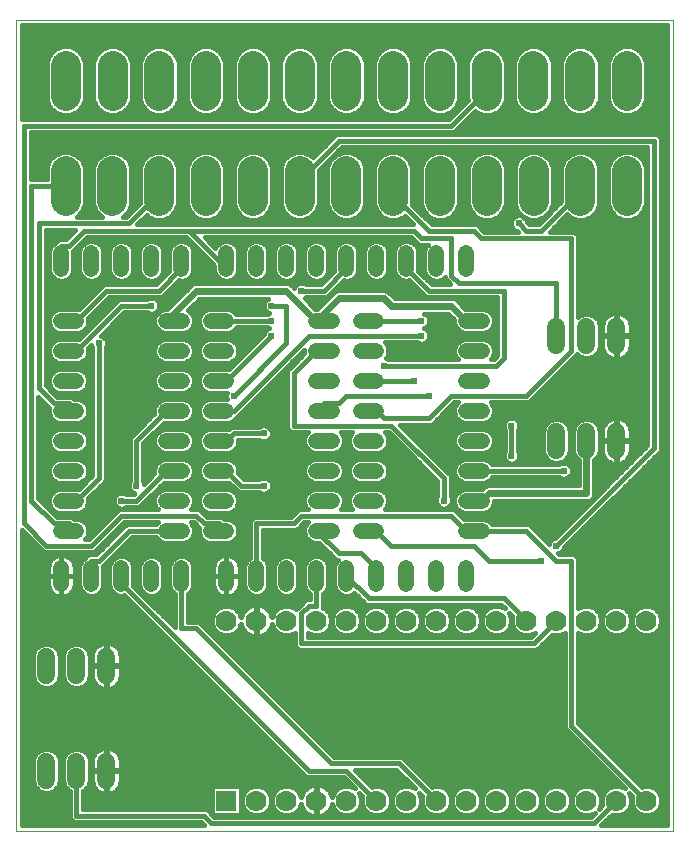
<source format=gbl>
G75*
%MOIN*%
%OFA0B0*%
%FSLAX25Y25*%
%IPPOS*%
%LPD*%
%AMOC8*
5,1,8,0,0,1.08239X$1,22.5*
%
%ADD10C,0.00000*%
%ADD11C,0.05937*%
%ADD12C,0.05200*%
%ADD13R,0.07000X0.07000*%
%ADD14C,0.07000*%
%ADD15C,0.10039*%
%ADD16C,0.09900*%
%ADD17C,0.01600*%
%ADD18C,0.02400*%
%ADD19C,0.02400*%
D10*
X0011800Y0016800D02*
X0011800Y0287076D01*
X0230501Y0287076D01*
X0230501Y0016800D01*
X0011800Y0016800D01*
D11*
X0021800Y0033831D02*
X0021800Y0039769D01*
X0031800Y0039769D02*
X0031800Y0033831D01*
X0041800Y0033831D02*
X0041800Y0039769D01*
X0041800Y0068831D02*
X0041800Y0074769D01*
X0031800Y0074769D02*
X0031800Y0068831D01*
X0021800Y0068831D02*
X0021800Y0074769D01*
X0191800Y0143831D02*
X0191800Y0149769D01*
X0201800Y0149769D02*
X0201800Y0143831D01*
X0211800Y0143831D02*
X0211800Y0149769D01*
X0211800Y0178831D02*
X0211800Y0184769D01*
X0201800Y0184769D02*
X0201800Y0178831D01*
X0191800Y0178831D02*
X0191800Y0184769D01*
D12*
X0167000Y0186800D02*
X0161800Y0186800D01*
X0161800Y0176800D02*
X0167000Y0176800D01*
X0167000Y0166800D02*
X0161800Y0166800D01*
X0161800Y0156800D02*
X0167000Y0156800D01*
X0167000Y0146800D02*
X0161800Y0146800D01*
X0161800Y0136800D02*
X0167000Y0136800D01*
X0167000Y0126800D02*
X0161800Y0126800D01*
X0161800Y0116800D02*
X0167000Y0116800D01*
X0161800Y0104400D02*
X0161800Y0099200D01*
X0151800Y0099200D02*
X0151800Y0104400D01*
X0141800Y0104400D02*
X0141800Y0099200D01*
X0131800Y0099200D02*
X0131800Y0104400D01*
X0121800Y0104400D02*
X0121800Y0099200D01*
X0111800Y0099200D02*
X0111800Y0104400D01*
X0101800Y0104400D02*
X0101800Y0099200D01*
X0091800Y0099200D02*
X0091800Y0104400D01*
X0081800Y0104400D02*
X0081800Y0099200D01*
X0066800Y0099200D02*
X0066800Y0104400D01*
X0056800Y0104400D02*
X0056800Y0099200D01*
X0046800Y0099200D02*
X0046800Y0104400D01*
X0036800Y0104400D02*
X0036800Y0099200D01*
X0026800Y0099200D02*
X0026800Y0104400D01*
X0026600Y0116800D02*
X0031800Y0116800D01*
X0031800Y0126800D02*
X0026600Y0126800D01*
X0026600Y0136800D02*
X0031800Y0136800D01*
X0031800Y0146800D02*
X0026600Y0146800D01*
X0026600Y0156800D02*
X0031800Y0156800D01*
X0031800Y0166800D02*
X0026600Y0166800D01*
X0026600Y0176800D02*
X0031800Y0176800D01*
X0031800Y0186800D02*
X0026600Y0186800D01*
X0026800Y0204200D02*
X0026800Y0209400D01*
X0036800Y0209400D02*
X0036800Y0204200D01*
X0046800Y0204200D02*
X0046800Y0209400D01*
X0056800Y0209400D02*
X0056800Y0204200D01*
X0066800Y0204200D02*
X0066800Y0209400D01*
X0081800Y0209400D02*
X0081800Y0204200D01*
X0091800Y0204200D02*
X0091800Y0209400D01*
X0101800Y0209400D02*
X0101800Y0204200D01*
X0111800Y0204200D02*
X0111800Y0209400D01*
X0121800Y0209400D02*
X0121800Y0204200D01*
X0131800Y0204200D02*
X0131800Y0209400D01*
X0141800Y0209400D02*
X0141800Y0204200D01*
X0151800Y0204200D02*
X0151800Y0209400D01*
X0161800Y0209400D02*
X0161800Y0204200D01*
X0131800Y0186800D02*
X0126600Y0186800D01*
X0117000Y0186800D02*
X0111800Y0186800D01*
X0111800Y0176800D02*
X0117000Y0176800D01*
X0126600Y0176800D02*
X0131800Y0176800D01*
X0131800Y0166800D02*
X0126600Y0166800D01*
X0117000Y0166800D02*
X0111800Y0166800D01*
X0111800Y0156800D02*
X0117000Y0156800D01*
X0126600Y0156800D02*
X0131800Y0156800D01*
X0131800Y0146800D02*
X0126600Y0146800D01*
X0117000Y0146800D02*
X0111800Y0146800D01*
X0111800Y0136800D02*
X0117000Y0136800D01*
X0126600Y0136800D02*
X0131800Y0136800D01*
X0131800Y0126800D02*
X0126600Y0126800D01*
X0117000Y0126800D02*
X0111800Y0126800D01*
X0111800Y0116800D02*
X0117000Y0116800D01*
X0126600Y0116800D02*
X0131800Y0116800D01*
X0081800Y0116800D02*
X0076600Y0116800D01*
X0076600Y0126800D02*
X0081800Y0126800D01*
X0081800Y0136800D02*
X0076600Y0136800D01*
X0067000Y0136800D02*
X0061800Y0136800D01*
X0061800Y0126800D02*
X0067000Y0126800D01*
X0067000Y0116800D02*
X0061800Y0116800D01*
X0061800Y0146800D02*
X0067000Y0146800D01*
X0067000Y0156800D02*
X0061800Y0156800D01*
X0061800Y0166800D02*
X0067000Y0166800D01*
X0076600Y0166800D02*
X0081800Y0166800D01*
X0081800Y0156800D02*
X0076600Y0156800D01*
X0076600Y0146800D02*
X0081800Y0146800D01*
X0081800Y0176800D02*
X0076600Y0176800D01*
X0076600Y0186800D02*
X0081800Y0186800D01*
X0067000Y0186800D02*
X0061800Y0186800D01*
X0061800Y0176800D02*
X0067000Y0176800D01*
D13*
X0081800Y0026800D03*
D14*
X0091800Y0026800D03*
X0101800Y0026800D03*
X0111800Y0026800D03*
X0121800Y0026800D03*
X0131800Y0026800D03*
X0141800Y0026800D03*
X0151800Y0026800D03*
X0161800Y0026800D03*
X0171800Y0026800D03*
X0181800Y0026800D03*
X0191800Y0026800D03*
X0201800Y0026800D03*
X0211800Y0026800D03*
X0221800Y0026800D03*
X0221800Y0086800D03*
X0211800Y0086800D03*
X0201800Y0086800D03*
X0191800Y0086800D03*
X0181800Y0086800D03*
X0171800Y0086800D03*
X0161800Y0086800D03*
X0151800Y0086800D03*
X0141800Y0086800D03*
X0131800Y0086800D03*
X0121800Y0086800D03*
X0111800Y0086800D03*
X0101800Y0086800D03*
X0091800Y0086800D03*
X0081800Y0086800D03*
D15*
X0075028Y0261780D02*
X0075028Y0271820D01*
X0059438Y0271820D02*
X0059438Y0261780D01*
X0043847Y0261780D02*
X0043847Y0271820D01*
X0028257Y0271820D02*
X0028257Y0261780D01*
X0090619Y0261780D02*
X0090619Y0271820D01*
X0106209Y0271820D02*
X0106209Y0261780D01*
X0121800Y0261780D02*
X0121800Y0271820D01*
X0137391Y0271820D02*
X0137391Y0261780D01*
X0152981Y0261780D02*
X0152981Y0271820D01*
X0168572Y0271820D02*
X0168572Y0261780D01*
X0184162Y0261780D02*
X0184162Y0271820D01*
X0199753Y0271820D02*
X0199753Y0261780D01*
X0215343Y0261780D02*
X0215343Y0271820D01*
D16*
X0215400Y0236750D02*
X0215400Y0226850D01*
X0199800Y0226850D02*
X0199800Y0236750D01*
X0184200Y0236750D02*
X0184200Y0226850D01*
X0168600Y0226850D02*
X0168600Y0236750D01*
X0153000Y0236750D02*
X0153000Y0226850D01*
X0137400Y0226850D02*
X0137400Y0236750D01*
X0121800Y0236750D02*
X0121800Y0226850D01*
X0106200Y0226850D02*
X0106200Y0236750D01*
X0090600Y0236750D02*
X0090600Y0226850D01*
X0075000Y0226850D02*
X0075000Y0236750D01*
X0059400Y0236750D02*
X0059400Y0226850D01*
X0043800Y0226850D02*
X0043800Y0236750D01*
X0028200Y0236750D02*
X0028200Y0226850D01*
D17*
X0028200Y0231800D02*
X0016800Y0231800D01*
X0016800Y0126800D01*
X0024300Y0119300D01*
X0029300Y0119300D01*
X0031800Y0116800D01*
X0034657Y0114000D02*
X0035191Y0114534D01*
X0035800Y0116004D01*
X0035800Y0117596D01*
X0035191Y0119066D01*
X0034066Y0120191D01*
X0032596Y0120800D01*
X0030911Y0120800D01*
X0030211Y0121500D01*
X0025211Y0121500D01*
X0019000Y0127711D01*
X0019000Y0161489D01*
X0022686Y0157803D01*
X0022600Y0157596D01*
X0022600Y0156004D01*
X0023209Y0154534D01*
X0024334Y0153409D01*
X0025804Y0152800D01*
X0032596Y0152800D01*
X0034066Y0153409D01*
X0035191Y0154534D01*
X0035800Y0156004D01*
X0035800Y0157596D01*
X0035191Y0159066D01*
X0034066Y0160191D01*
X0032596Y0160800D01*
X0030911Y0160800D01*
X0030211Y0161500D01*
X0025211Y0161500D01*
X0021500Y0165211D01*
X0021500Y0217100D01*
X0031489Y0217100D01*
X0028389Y0214000D01*
X0025889Y0214000D01*
X0024783Y0212894D01*
X0024534Y0212791D01*
X0023409Y0211666D01*
X0022800Y0210196D01*
X0022800Y0203404D01*
X0023409Y0201934D01*
X0024534Y0200809D01*
X0026004Y0200200D01*
X0027596Y0200200D01*
X0029066Y0200809D01*
X0030191Y0201934D01*
X0030800Y0203404D01*
X0030800Y0210189D01*
X0031500Y0210889D01*
X0035211Y0214600D01*
X0068389Y0214600D01*
X0077100Y0205889D01*
X0077800Y0205189D01*
X0077800Y0203404D01*
X0078409Y0201934D01*
X0079534Y0200809D01*
X0081004Y0200200D01*
X0082596Y0200200D01*
X0084066Y0200809D01*
X0085191Y0201934D01*
X0085800Y0203404D01*
X0085800Y0210196D01*
X0085191Y0211666D01*
X0084066Y0212791D01*
X0082596Y0213400D01*
X0081004Y0213400D01*
X0079534Y0212791D01*
X0078409Y0211666D01*
X0078156Y0211055D01*
X0074611Y0214600D01*
X0143389Y0214600D01*
X0145889Y0212100D01*
X0148843Y0212100D01*
X0148409Y0211666D01*
X0147800Y0210196D01*
X0147800Y0203404D01*
X0148409Y0201934D01*
X0149534Y0200809D01*
X0151004Y0200200D01*
X0152596Y0200200D01*
X0154066Y0200809D01*
X0154600Y0201343D01*
X0154600Y0200889D01*
X0155889Y0199600D01*
X0156489Y0199000D01*
X0150211Y0199000D01*
X0145800Y0203411D01*
X0145800Y0210196D01*
X0145191Y0211666D01*
X0144066Y0212791D01*
X0142596Y0213400D01*
X0141004Y0213400D01*
X0139534Y0212791D01*
X0138409Y0211666D01*
X0137800Y0210196D01*
X0137800Y0203404D01*
X0138409Y0201934D01*
X0139534Y0200809D01*
X0141004Y0200200D01*
X0142596Y0200200D01*
X0142732Y0200257D01*
X0148389Y0194600D01*
X0172100Y0194600D01*
X0172100Y0175211D01*
X0170889Y0174000D01*
X0169857Y0174000D01*
X0170391Y0174534D01*
X0171000Y0176004D01*
X0171000Y0177596D01*
X0170391Y0179066D01*
X0169266Y0180191D01*
X0167796Y0180800D01*
X0161004Y0180800D01*
X0159534Y0180191D01*
X0158409Y0179066D01*
X0157800Y0177596D01*
X0157800Y0176004D01*
X0158409Y0174534D01*
X0158943Y0174000D01*
X0135777Y0174000D01*
X0135773Y0174004D01*
X0134987Y0174330D01*
X0135191Y0174534D01*
X0135800Y0176004D01*
X0135800Y0177596D01*
X0135191Y0179066D01*
X0134657Y0179600D01*
X0145323Y0179600D01*
X0145327Y0179596D01*
X0146283Y0179200D01*
X0147317Y0179200D01*
X0148273Y0179596D01*
X0149004Y0180327D01*
X0149400Y0181283D01*
X0149400Y0182317D01*
X0149004Y0183273D01*
X0148273Y0184004D01*
X0147559Y0184300D01*
X0148273Y0184596D01*
X0149004Y0185327D01*
X0149400Y0186283D01*
X0149400Y0187317D01*
X0149004Y0188273D01*
X0148273Y0189004D01*
X0147800Y0189200D01*
X0155723Y0189200D01*
X0157800Y0187123D01*
X0157800Y0186004D01*
X0158409Y0184534D01*
X0159534Y0183409D01*
X0161004Y0182800D01*
X0167796Y0182800D01*
X0169266Y0183409D01*
X0170391Y0184534D01*
X0171000Y0186004D01*
X0171000Y0187596D01*
X0170391Y0189066D01*
X0169266Y0190191D01*
X0167796Y0190800D01*
X0161477Y0190800D01*
X0159004Y0193273D01*
X0158273Y0194004D01*
X0157317Y0194400D01*
X0137877Y0194400D01*
X0136504Y0195773D01*
X0135773Y0196504D01*
X0134817Y0196900D01*
X0118783Y0196900D01*
X0117827Y0196504D01*
X0112123Y0190800D01*
X0111477Y0190800D01*
X0107854Y0194423D01*
X0108273Y0194596D01*
X0108277Y0194600D01*
X0115211Y0194600D01*
X0120868Y0200257D01*
X0121004Y0200200D01*
X0122596Y0200200D01*
X0124066Y0200809D01*
X0125191Y0201934D01*
X0125800Y0203404D01*
X0125800Y0210196D01*
X0125191Y0211666D01*
X0124066Y0212791D01*
X0122596Y0213400D01*
X0121004Y0213400D01*
X0119534Y0212791D01*
X0118409Y0211666D01*
X0117800Y0210196D01*
X0117800Y0203411D01*
X0113389Y0199000D01*
X0108277Y0199000D01*
X0108273Y0199004D01*
X0107317Y0199400D01*
X0106283Y0199400D01*
X0105327Y0199004D01*
X0104596Y0198273D01*
X0104423Y0197854D01*
X0104004Y0198273D01*
X0103273Y0199004D01*
X0102317Y0199400D01*
X0071283Y0199400D01*
X0070327Y0199004D01*
X0062123Y0190800D01*
X0061004Y0190800D01*
X0059534Y0190191D01*
X0058409Y0189066D01*
X0057800Y0187596D01*
X0057800Y0186004D01*
X0058409Y0184534D01*
X0059534Y0183409D01*
X0061004Y0182800D01*
X0067796Y0182800D01*
X0069266Y0183409D01*
X0070391Y0184534D01*
X0071000Y0186004D01*
X0071000Y0187596D01*
X0070391Y0189066D01*
X0069266Y0190191D01*
X0068984Y0190308D01*
X0072877Y0194200D01*
X0095800Y0194200D01*
X0095327Y0194004D01*
X0094596Y0193273D01*
X0094200Y0192317D01*
X0094200Y0191283D01*
X0094596Y0190327D01*
X0095327Y0189596D01*
X0096041Y0189300D01*
X0095327Y0189004D01*
X0095323Y0189000D01*
X0085218Y0189000D01*
X0085191Y0189066D01*
X0084066Y0190191D01*
X0082596Y0190800D01*
X0075804Y0190800D01*
X0074334Y0190191D01*
X0073209Y0189066D01*
X0072600Y0187596D01*
X0072600Y0186004D01*
X0073209Y0184534D01*
X0074334Y0183409D01*
X0075804Y0182800D01*
X0082596Y0182800D01*
X0084066Y0183409D01*
X0085191Y0184534D01*
X0085218Y0184600D01*
X0095323Y0184600D01*
X0095327Y0184596D01*
X0096041Y0184300D01*
X0095327Y0184004D01*
X0094596Y0183273D01*
X0094200Y0182317D01*
X0094200Y0182311D01*
X0082661Y0170773D01*
X0082596Y0170800D01*
X0075804Y0170800D01*
X0074334Y0170191D01*
X0073209Y0169066D01*
X0072600Y0167596D01*
X0072600Y0166004D01*
X0073209Y0164534D01*
X0074334Y0163409D01*
X0075804Y0162800D01*
X0081900Y0162800D01*
X0081700Y0162317D01*
X0081700Y0161283D01*
X0081900Y0160800D01*
X0075804Y0160800D01*
X0074334Y0160191D01*
X0073209Y0159066D01*
X0072600Y0157596D01*
X0072600Y0156004D01*
X0073209Y0154534D01*
X0074334Y0153409D01*
X0075804Y0152800D01*
X0082596Y0152800D01*
X0084066Y0153409D01*
X0085191Y0154534D01*
X0085223Y0154612D01*
X0107800Y0177189D01*
X0107800Y0176004D01*
X0107827Y0175939D01*
X0103389Y0171500D01*
X0103389Y0171500D01*
X0102100Y0170211D01*
X0102100Y0150889D01*
X0103389Y0149600D01*
X0108943Y0149600D01*
X0108409Y0149066D01*
X0107800Y0147596D01*
X0107800Y0146004D01*
X0108409Y0144534D01*
X0109534Y0143409D01*
X0111004Y0142800D01*
X0117796Y0142800D01*
X0119266Y0143409D01*
X0120391Y0144534D01*
X0121000Y0146004D01*
X0121000Y0147596D01*
X0120391Y0149066D01*
X0119857Y0149600D01*
X0123743Y0149600D01*
X0123209Y0149066D01*
X0122600Y0147596D01*
X0122600Y0146004D01*
X0123209Y0144534D01*
X0124334Y0143409D01*
X0125804Y0142800D01*
X0132596Y0142800D01*
X0134066Y0143409D01*
X0135191Y0144534D01*
X0135800Y0146004D01*
X0135800Y0147596D01*
X0135191Y0149066D01*
X0134657Y0149600D01*
X0135889Y0149600D01*
X0152100Y0133389D01*
X0152100Y0128277D01*
X0152096Y0128273D01*
X0151700Y0127317D01*
X0151700Y0126283D01*
X0152096Y0125327D01*
X0152827Y0124596D01*
X0153783Y0124200D01*
X0154817Y0124200D01*
X0155773Y0124596D01*
X0156504Y0125327D01*
X0156900Y0126283D01*
X0156900Y0127317D01*
X0156504Y0128273D01*
X0156500Y0128277D01*
X0156500Y0135211D01*
X0155211Y0136500D01*
X0139611Y0152100D01*
X0150211Y0152100D01*
X0157711Y0159600D01*
X0158943Y0159600D01*
X0158409Y0159066D01*
X0157800Y0157596D01*
X0157800Y0156004D01*
X0158409Y0154534D01*
X0159534Y0153409D01*
X0161004Y0152800D01*
X0167796Y0152800D01*
X0169266Y0153409D01*
X0170391Y0154534D01*
X0171000Y0156004D01*
X0171000Y0157596D01*
X0170391Y0159066D01*
X0169857Y0159600D01*
X0182711Y0159600D01*
X0197711Y0174600D01*
X0198782Y0175671D01*
X0199325Y0175128D01*
X0200931Y0174463D01*
X0202669Y0174463D01*
X0204275Y0175128D01*
X0205503Y0176357D01*
X0206168Y0177963D01*
X0206168Y0185637D01*
X0205503Y0187243D01*
X0204275Y0188472D01*
X0202669Y0189137D01*
X0200931Y0189137D01*
X0199325Y0188472D01*
X0199000Y0188146D01*
X0199000Y0215211D01*
X0197711Y0216500D01*
X0189611Y0216500D01*
X0195391Y0222279D01*
X0196203Y0221467D01*
X0198537Y0220500D01*
X0201063Y0220500D01*
X0203397Y0221467D01*
X0205183Y0223253D01*
X0206150Y0225587D01*
X0206150Y0238013D01*
X0205183Y0240347D01*
X0203397Y0242133D01*
X0201063Y0243100D01*
X0198537Y0243100D01*
X0196203Y0242133D01*
X0194417Y0240347D01*
X0193450Y0238013D01*
X0193450Y0226561D01*
X0185889Y0219000D01*
X0182711Y0219000D01*
X0181900Y0219811D01*
X0181900Y0219817D01*
X0181504Y0220773D01*
X0180957Y0221320D01*
X0182937Y0220500D01*
X0185463Y0220500D01*
X0187797Y0221467D01*
X0189583Y0223253D01*
X0190550Y0225587D01*
X0190550Y0238013D01*
X0189583Y0240347D01*
X0187797Y0242133D01*
X0185463Y0243100D01*
X0182937Y0243100D01*
X0180603Y0242133D01*
X0178817Y0240347D01*
X0177850Y0238013D01*
X0177850Y0225587D01*
X0178817Y0223253D01*
X0180419Y0221651D01*
X0179817Y0221900D01*
X0178783Y0221900D01*
X0177827Y0221504D01*
X0177096Y0220773D01*
X0176700Y0219817D01*
X0176700Y0218783D01*
X0177096Y0217827D01*
X0177827Y0217096D01*
X0178783Y0216700D01*
X0178789Y0216700D01*
X0178989Y0216500D01*
X0167711Y0216500D01*
X0165211Y0219000D01*
X0150211Y0219000D01*
X0143713Y0225498D01*
X0143750Y0225587D01*
X0143750Y0238013D01*
X0142783Y0240347D01*
X0140997Y0242133D01*
X0138663Y0243100D01*
X0136137Y0243100D01*
X0133803Y0242133D01*
X0132017Y0240347D01*
X0131050Y0238013D01*
X0131050Y0225587D01*
X0132017Y0223253D01*
X0133803Y0221467D01*
X0136137Y0220500D01*
X0138663Y0220500D01*
X0140997Y0221467D01*
X0141259Y0221729D01*
X0143989Y0219000D01*
X0052111Y0219000D01*
X0055191Y0222079D01*
X0055803Y0221467D01*
X0058137Y0220500D01*
X0060663Y0220500D01*
X0062997Y0221467D01*
X0064783Y0223253D01*
X0065750Y0225587D01*
X0065750Y0238013D01*
X0064783Y0240347D01*
X0062997Y0242133D01*
X0060663Y0243100D01*
X0058137Y0243100D01*
X0055803Y0242133D01*
X0054017Y0240347D01*
X0053050Y0238013D01*
X0053050Y0226161D01*
X0048389Y0221500D01*
X0047430Y0221500D01*
X0049183Y0223253D01*
X0050150Y0225587D01*
X0050150Y0238013D01*
X0049183Y0240347D01*
X0047397Y0242133D01*
X0045063Y0243100D01*
X0042537Y0243100D01*
X0040203Y0242133D01*
X0038417Y0240347D01*
X0037450Y0238013D01*
X0037450Y0225587D01*
X0038417Y0223253D01*
X0040170Y0221500D01*
X0031830Y0221500D01*
X0033583Y0223253D01*
X0034550Y0225587D01*
X0034550Y0238013D01*
X0033583Y0240347D01*
X0031797Y0242133D01*
X0029463Y0243100D01*
X0026937Y0243100D01*
X0024603Y0242133D01*
X0022817Y0240347D01*
X0021850Y0238013D01*
X0021850Y0234000D01*
X0016500Y0234000D01*
X0016500Y0249600D01*
X0157711Y0249600D01*
X0164692Y0256581D01*
X0164935Y0256338D01*
X0167295Y0255361D01*
X0169849Y0255361D01*
X0172208Y0256338D01*
X0174014Y0258144D01*
X0174991Y0260503D01*
X0174991Y0273097D01*
X0174014Y0275456D01*
X0172208Y0277262D01*
X0169849Y0278239D01*
X0167295Y0278239D01*
X0164935Y0277262D01*
X0163129Y0275456D01*
X0162152Y0273097D01*
X0162152Y0260503D01*
X0162222Y0260334D01*
X0155889Y0254000D01*
X0013600Y0254000D01*
X0013600Y0285276D01*
X0228701Y0285276D01*
X0228701Y0018600D01*
X0206711Y0018600D01*
X0210211Y0022100D01*
X0210250Y0022138D01*
X0210825Y0021900D01*
X0212775Y0021900D01*
X0214576Y0022646D01*
X0215954Y0024024D01*
X0216700Y0025825D01*
X0216700Y0027775D01*
X0215983Y0029506D01*
X0217138Y0028350D01*
X0216900Y0027775D01*
X0216900Y0025825D01*
X0217646Y0024024D01*
X0219024Y0022646D01*
X0220825Y0021900D01*
X0222775Y0021900D01*
X0224576Y0022646D01*
X0225954Y0024024D01*
X0226700Y0025825D01*
X0226700Y0027775D01*
X0225954Y0029576D01*
X0224576Y0030954D01*
X0222775Y0031700D01*
X0220825Y0031700D01*
X0220250Y0031462D01*
X0199000Y0052711D01*
X0199000Y0082670D01*
X0199024Y0082646D01*
X0200825Y0081900D01*
X0202775Y0081900D01*
X0204576Y0082646D01*
X0205954Y0084024D01*
X0206700Y0085825D01*
X0206700Y0087775D01*
X0205954Y0089576D01*
X0204576Y0090954D01*
X0202775Y0091700D01*
X0200825Y0091700D01*
X0199024Y0090954D01*
X0199000Y0090930D01*
X0199000Y0107711D01*
X0197711Y0109000D01*
X0192711Y0109000D01*
X0192454Y0109257D01*
X0193273Y0109596D01*
X0194004Y0110327D01*
X0194400Y0111283D01*
X0194400Y0111289D01*
X0225211Y0142100D01*
X0226500Y0143389D01*
X0226500Y0247711D01*
X0225211Y0249000D01*
X0118389Y0249000D01*
X0110659Y0241271D01*
X0109797Y0242133D01*
X0107463Y0243100D01*
X0104937Y0243100D01*
X0102603Y0242133D01*
X0100817Y0240347D01*
X0099850Y0238013D01*
X0099850Y0225587D01*
X0100817Y0223253D01*
X0102603Y0221467D01*
X0104937Y0220500D01*
X0107463Y0220500D01*
X0109797Y0221467D01*
X0111583Y0223253D01*
X0112550Y0225587D01*
X0112550Y0236939D01*
X0120211Y0244600D01*
X0222100Y0244600D01*
X0222100Y0145211D01*
X0191289Y0114400D01*
X0191283Y0114400D01*
X0190327Y0114004D01*
X0189596Y0113273D01*
X0189257Y0112454D01*
X0184000Y0117711D01*
X0182711Y0119000D01*
X0170418Y0119000D01*
X0170391Y0119066D01*
X0169266Y0120191D01*
X0167796Y0120800D01*
X0161004Y0120800D01*
X0160939Y0120773D01*
X0157711Y0124000D01*
X0134657Y0124000D01*
X0135191Y0124534D01*
X0135800Y0126004D01*
X0135800Y0127596D01*
X0135191Y0129066D01*
X0134066Y0130191D01*
X0132596Y0130800D01*
X0125804Y0130800D01*
X0124334Y0130191D01*
X0123209Y0129066D01*
X0122600Y0127596D01*
X0122600Y0126004D01*
X0123209Y0124534D01*
X0123743Y0124000D01*
X0119857Y0124000D01*
X0120391Y0124534D01*
X0121000Y0126004D01*
X0121000Y0127596D01*
X0120391Y0129066D01*
X0119266Y0130191D01*
X0117796Y0130800D01*
X0111004Y0130800D01*
X0109534Y0130191D01*
X0108409Y0129066D01*
X0107800Y0127596D01*
X0107800Y0126004D01*
X0108409Y0124534D01*
X0108943Y0124000D01*
X0105889Y0124000D01*
X0104600Y0122711D01*
X0103389Y0121500D01*
X0090889Y0121500D01*
X0089600Y0120211D01*
X0089600Y0107818D01*
X0089534Y0107791D01*
X0088409Y0106666D01*
X0087800Y0105196D01*
X0087800Y0098404D01*
X0088409Y0096934D01*
X0089534Y0095809D01*
X0091004Y0095200D01*
X0092596Y0095200D01*
X0094066Y0095809D01*
X0095191Y0096934D01*
X0095800Y0098404D01*
X0095800Y0105196D01*
X0095191Y0106666D01*
X0094066Y0107791D01*
X0094000Y0107818D01*
X0094000Y0117100D01*
X0105211Y0117100D01*
X0107711Y0119600D01*
X0108943Y0119600D01*
X0108409Y0119066D01*
X0107800Y0117596D01*
X0107800Y0116004D01*
X0108409Y0114534D01*
X0109534Y0113409D01*
X0111004Y0112800D01*
X0112689Y0112800D01*
X0117100Y0108389D01*
X0118389Y0107100D01*
X0118843Y0107100D01*
X0118409Y0106666D01*
X0117800Y0105196D01*
X0117800Y0098404D01*
X0118409Y0096934D01*
X0119534Y0095809D01*
X0121004Y0095200D01*
X0122596Y0095200D01*
X0124066Y0095809D01*
X0124373Y0096116D01*
X0127100Y0093389D01*
X0128389Y0092100D01*
X0173389Y0092100D01*
X0174506Y0090983D01*
X0172775Y0091700D01*
X0170825Y0091700D01*
X0169024Y0090954D01*
X0167646Y0089576D01*
X0166900Y0087775D01*
X0166900Y0085825D01*
X0167646Y0084024D01*
X0169024Y0082646D01*
X0170825Y0081900D01*
X0172775Y0081900D01*
X0174576Y0082646D01*
X0175954Y0084024D01*
X0176700Y0085825D01*
X0176700Y0087775D01*
X0175983Y0089506D01*
X0177100Y0088389D01*
X0177100Y0088258D01*
X0176900Y0087775D01*
X0176900Y0085825D01*
X0177646Y0084024D01*
X0179024Y0082646D01*
X0180825Y0081900D01*
X0182775Y0081900D01*
X0184506Y0082617D01*
X0183389Y0081500D01*
X0109000Y0081500D01*
X0109000Y0082670D01*
X0109024Y0082646D01*
X0110825Y0081900D01*
X0112775Y0081900D01*
X0114576Y0082646D01*
X0115954Y0084024D01*
X0116700Y0085825D01*
X0116700Y0087775D01*
X0115954Y0089576D01*
X0114576Y0090954D01*
X0114000Y0091192D01*
X0114000Y0095782D01*
X0114066Y0095809D01*
X0115191Y0096934D01*
X0115800Y0098404D01*
X0115800Y0105196D01*
X0115191Y0106666D01*
X0114066Y0107791D01*
X0112596Y0108400D01*
X0111004Y0108400D01*
X0109534Y0107791D01*
X0108409Y0106666D01*
X0107800Y0105196D01*
X0107800Y0098404D01*
X0108409Y0096934D01*
X0109534Y0095809D01*
X0109600Y0095782D01*
X0109600Y0094000D01*
X0108389Y0094000D01*
X0105889Y0091500D01*
X0104959Y0090570D01*
X0104576Y0090954D01*
X0102775Y0091700D01*
X0100825Y0091700D01*
X0099024Y0090954D01*
X0097646Y0089576D01*
X0096981Y0087970D01*
X0096969Y0088041D01*
X0096712Y0088834D01*
X0096333Y0089578D01*
X0095843Y0090253D01*
X0095253Y0090843D01*
X0094578Y0091333D01*
X0093834Y0091712D01*
X0093041Y0091969D01*
X0092217Y0092100D01*
X0091900Y0092100D01*
X0091900Y0086900D01*
X0091700Y0086900D01*
X0091700Y0092100D01*
X0091383Y0092100D01*
X0090559Y0091969D01*
X0089766Y0091712D01*
X0089022Y0091333D01*
X0088347Y0090843D01*
X0087757Y0090253D01*
X0087267Y0089578D01*
X0086888Y0088834D01*
X0086630Y0088041D01*
X0086619Y0087970D01*
X0085954Y0089576D01*
X0084576Y0090954D01*
X0082775Y0091700D01*
X0080825Y0091700D01*
X0079024Y0090954D01*
X0077646Y0089576D01*
X0076900Y0087775D01*
X0076900Y0085825D01*
X0077646Y0084024D01*
X0079024Y0082646D01*
X0080825Y0081900D01*
X0082775Y0081900D01*
X0084576Y0082646D01*
X0085954Y0084024D01*
X0086619Y0085630D01*
X0086630Y0085559D01*
X0086888Y0084766D01*
X0087267Y0084022D01*
X0087757Y0083347D01*
X0088347Y0082757D01*
X0089022Y0082267D01*
X0089766Y0081888D01*
X0090559Y0081630D01*
X0091383Y0081500D01*
X0091700Y0081500D01*
X0091700Y0086700D01*
X0091900Y0086700D01*
X0091900Y0081500D01*
X0092217Y0081500D01*
X0093041Y0081630D01*
X0093834Y0081888D01*
X0094578Y0082267D01*
X0095253Y0082757D01*
X0095843Y0083347D01*
X0096333Y0084022D01*
X0096712Y0084766D01*
X0096969Y0085559D01*
X0096981Y0085630D01*
X0097646Y0084024D01*
X0099024Y0082646D01*
X0100825Y0081900D01*
X0102775Y0081900D01*
X0104576Y0082646D01*
X0104600Y0082670D01*
X0104600Y0078389D01*
X0105889Y0077100D01*
X0185211Y0077100D01*
X0190211Y0082100D01*
X0190250Y0082138D01*
X0190825Y0081900D01*
X0192775Y0081900D01*
X0194576Y0082646D01*
X0194600Y0082670D01*
X0194600Y0050889D01*
X0195889Y0049600D01*
X0214506Y0030983D01*
X0212775Y0031700D01*
X0210825Y0031700D01*
X0209024Y0030954D01*
X0207646Y0029576D01*
X0206900Y0027775D01*
X0206900Y0025825D01*
X0207100Y0025342D01*
X0207100Y0025211D01*
X0205983Y0024094D01*
X0206700Y0025825D01*
X0206700Y0027775D01*
X0205954Y0029576D01*
X0204576Y0030954D01*
X0202775Y0031700D01*
X0200825Y0031700D01*
X0199024Y0030954D01*
X0197646Y0029576D01*
X0196900Y0027775D01*
X0196900Y0025825D01*
X0197646Y0024024D01*
X0199024Y0022646D01*
X0200825Y0021900D01*
X0202775Y0021900D01*
X0204506Y0022617D01*
X0203389Y0021500D01*
X0077711Y0021500D01*
X0075211Y0024000D01*
X0034000Y0024000D01*
X0034000Y0030014D01*
X0034275Y0030128D01*
X0035503Y0031357D01*
X0036168Y0032963D01*
X0036168Y0040637D01*
X0035503Y0042243D01*
X0034275Y0043472D01*
X0032669Y0044137D01*
X0030931Y0044137D01*
X0029325Y0043472D01*
X0028097Y0042243D01*
X0027431Y0040637D01*
X0027431Y0032963D01*
X0028097Y0031357D01*
X0029325Y0030128D01*
X0029600Y0030014D01*
X0029600Y0020889D01*
X0030889Y0019600D01*
X0073389Y0019600D01*
X0074389Y0018600D01*
X0013600Y0018600D01*
X0013600Y0116889D01*
X0020889Y0109600D01*
X0037711Y0109600D01*
X0039000Y0110889D01*
X0047711Y0119600D01*
X0058943Y0119600D01*
X0058409Y0119066D01*
X0058382Y0119000D01*
X0048389Y0119000D01*
X0047100Y0117711D01*
X0038389Y0109000D01*
X0035889Y0109000D01*
X0034783Y0107894D01*
X0034534Y0107791D01*
X0033409Y0106666D01*
X0032800Y0105196D01*
X0032800Y0098404D01*
X0033409Y0096934D01*
X0034534Y0095809D01*
X0036004Y0095200D01*
X0037596Y0095200D01*
X0039066Y0095809D01*
X0040191Y0096934D01*
X0040800Y0098404D01*
X0040800Y0105189D01*
X0050211Y0114600D01*
X0058382Y0114600D01*
X0058409Y0114534D01*
X0059534Y0113409D01*
X0061004Y0112800D01*
X0067796Y0112800D01*
X0069266Y0113409D01*
X0070391Y0114534D01*
X0071000Y0116004D01*
X0071000Y0117596D01*
X0070391Y0119066D01*
X0069857Y0119600D01*
X0070889Y0119600D01*
X0072686Y0117803D01*
X0072600Y0117596D01*
X0072600Y0116004D01*
X0073209Y0114534D01*
X0074334Y0113409D01*
X0075804Y0112800D01*
X0082596Y0112800D01*
X0084066Y0113409D01*
X0085191Y0114534D01*
X0085800Y0116004D01*
X0085800Y0117596D01*
X0085191Y0119066D01*
X0084066Y0120191D01*
X0082596Y0120800D01*
X0080911Y0120800D01*
X0080211Y0121500D01*
X0075211Y0121500D01*
X0074000Y0122711D01*
X0072711Y0124000D01*
X0069857Y0124000D01*
X0070391Y0124534D01*
X0071000Y0126004D01*
X0071000Y0127596D01*
X0070391Y0129066D01*
X0069266Y0130191D01*
X0067796Y0130800D01*
X0061004Y0130800D01*
X0059534Y0130191D01*
X0058409Y0129066D01*
X0057800Y0127596D01*
X0057800Y0126004D01*
X0058409Y0124534D01*
X0058943Y0124000D01*
X0045889Y0124000D01*
X0035889Y0114000D01*
X0034657Y0114000D01*
X0034724Y0114068D02*
X0035956Y0114068D01*
X0035660Y0115666D02*
X0037555Y0115666D01*
X0039153Y0117265D02*
X0035800Y0117265D01*
X0035275Y0118863D02*
X0040752Y0118863D01*
X0042350Y0120462D02*
X0033413Y0120462D01*
X0032596Y0122800D02*
X0034066Y0123409D01*
X0035191Y0124534D01*
X0035800Y0126004D01*
X0035800Y0127596D01*
X0035773Y0127661D01*
X0040211Y0132100D01*
X0041500Y0133389D01*
X0041500Y0177823D01*
X0041504Y0177827D01*
X0041900Y0178783D01*
X0041900Y0179817D01*
X0041504Y0180773D01*
X0040773Y0181504D01*
X0039954Y0181843D01*
X0047711Y0189600D01*
X0055323Y0189600D01*
X0055327Y0189596D01*
X0056283Y0189200D01*
X0057317Y0189200D01*
X0058273Y0189596D01*
X0059004Y0190327D01*
X0059400Y0191283D01*
X0059400Y0192317D01*
X0059004Y0193273D01*
X0058273Y0194004D01*
X0057317Y0194400D01*
X0056283Y0194400D01*
X0055327Y0194004D01*
X0055323Y0194000D01*
X0045889Y0194000D01*
X0044600Y0192711D01*
X0032661Y0180773D01*
X0032596Y0180800D01*
X0025804Y0180800D01*
X0024334Y0180191D01*
X0023209Y0179066D01*
X0022600Y0177596D01*
X0022600Y0176004D01*
X0023209Y0174534D01*
X0024334Y0173409D01*
X0025804Y0172800D01*
X0032596Y0172800D01*
X0034066Y0173409D01*
X0035191Y0174534D01*
X0035800Y0176004D01*
X0035800Y0177596D01*
X0035773Y0177661D01*
X0036757Y0178646D01*
X0037096Y0177827D01*
X0037100Y0177823D01*
X0037100Y0135211D01*
X0032661Y0130773D01*
X0032596Y0130800D01*
X0025804Y0130800D01*
X0024334Y0130191D01*
X0023209Y0129066D01*
X0022600Y0127596D01*
X0022600Y0126004D01*
X0023209Y0124534D01*
X0024334Y0123409D01*
X0025804Y0122800D01*
X0032596Y0122800D01*
X0034315Y0123659D02*
X0045547Y0123659D01*
X0046283Y0124200D02*
X0047317Y0124200D01*
X0048273Y0124596D01*
X0048277Y0124600D01*
X0050889Y0124600D01*
X0052711Y0124600D01*
X0060939Y0132827D01*
X0061004Y0132800D01*
X0067796Y0132800D01*
X0069266Y0133409D01*
X0070391Y0134534D01*
X0071000Y0136004D01*
X0071000Y0137596D01*
X0070391Y0139066D01*
X0069266Y0140191D01*
X0067796Y0140800D01*
X0061004Y0140800D01*
X0059534Y0140191D01*
X0058409Y0139066D01*
X0057800Y0137596D01*
X0057800Y0136004D01*
X0057827Y0135939D01*
X0054343Y0132454D01*
X0054004Y0133273D01*
X0054000Y0133277D01*
X0054000Y0145889D01*
X0060939Y0152827D01*
X0061004Y0152800D01*
X0067796Y0152800D01*
X0069266Y0153409D01*
X0070391Y0154534D01*
X0071000Y0156004D01*
X0071000Y0157596D01*
X0070391Y0159066D01*
X0069266Y0160191D01*
X0067796Y0160800D01*
X0061004Y0160800D01*
X0059534Y0160191D01*
X0058409Y0159066D01*
X0057800Y0157596D01*
X0057800Y0156004D01*
X0057827Y0155939D01*
X0050889Y0149000D01*
X0049600Y0147711D01*
X0049600Y0133277D01*
X0049596Y0133273D01*
X0049200Y0132317D01*
X0049200Y0131283D01*
X0049596Y0130327D01*
X0050327Y0129596D01*
X0051146Y0129257D01*
X0050889Y0129000D01*
X0048277Y0129000D01*
X0048273Y0129004D01*
X0047317Y0129400D01*
X0046283Y0129400D01*
X0045327Y0129004D01*
X0044596Y0128273D01*
X0044200Y0127317D01*
X0044200Y0126283D01*
X0044596Y0125327D01*
X0045327Y0124596D01*
X0046283Y0124200D01*
X0044666Y0125257D02*
X0035490Y0125257D01*
X0035800Y0126856D02*
X0044200Y0126856D01*
X0044777Y0128454D02*
X0036565Y0128454D01*
X0038164Y0130053D02*
X0049870Y0130053D01*
X0049200Y0131651D02*
X0039762Y0131651D01*
X0041361Y0133250D02*
X0049586Y0133250D01*
X0049600Y0134848D02*
X0041500Y0134848D01*
X0041500Y0136447D02*
X0049600Y0136447D01*
X0049600Y0138045D02*
X0041500Y0138045D01*
X0041500Y0139644D02*
X0049600Y0139644D01*
X0049600Y0141242D02*
X0041500Y0141242D01*
X0041500Y0142841D02*
X0049600Y0142841D01*
X0049600Y0144439D02*
X0041500Y0144439D01*
X0041500Y0146038D02*
X0049600Y0146038D01*
X0049600Y0147636D02*
X0041500Y0147636D01*
X0041500Y0149235D02*
X0051123Y0149235D01*
X0052722Y0150833D02*
X0041500Y0150833D01*
X0041500Y0152432D02*
X0054321Y0152432D01*
X0055919Y0154030D02*
X0041500Y0154030D01*
X0041500Y0155629D02*
X0057518Y0155629D01*
X0057800Y0157227D02*
X0041500Y0157227D01*
X0041500Y0158826D02*
X0058310Y0158826D01*
X0060097Y0160424D02*
X0041500Y0160424D01*
X0041500Y0162023D02*
X0081700Y0162023D01*
X0084300Y0161800D02*
X0101800Y0179300D01*
X0101800Y0191800D01*
X0096800Y0191800D01*
X0094402Y0190796D02*
X0082605Y0190796D01*
X0085059Y0189198D02*
X0095794Y0189198D01*
X0096800Y0186800D02*
X0081800Y0186800D01*
X0085059Y0184402D02*
X0095795Y0184402D01*
X0094401Y0182803D02*
X0082604Y0182803D01*
X0082596Y0180800D02*
X0075804Y0180800D01*
X0074334Y0180191D01*
X0073209Y0179066D01*
X0072600Y0177596D01*
X0072600Y0176004D01*
X0073209Y0174534D01*
X0074334Y0173409D01*
X0075804Y0172800D01*
X0082596Y0172800D01*
X0084066Y0173409D01*
X0085191Y0174534D01*
X0085800Y0176004D01*
X0085800Y0177596D01*
X0085191Y0179066D01*
X0084066Y0180191D01*
X0082596Y0180800D01*
X0084650Y0179606D02*
X0091495Y0179606D01*
X0089897Y0178008D02*
X0085629Y0178008D01*
X0085800Y0176409D02*
X0088298Y0176409D01*
X0086700Y0174811D02*
X0085306Y0174811D01*
X0085101Y0173212D02*
X0083591Y0173212D01*
X0083503Y0171614D02*
X0041500Y0171614D01*
X0041500Y0173212D02*
X0060009Y0173212D01*
X0059534Y0173409D02*
X0061004Y0172800D01*
X0067796Y0172800D01*
X0069266Y0173409D01*
X0070391Y0174534D01*
X0071000Y0176004D01*
X0071000Y0177596D01*
X0070391Y0179066D01*
X0069266Y0180191D01*
X0067796Y0180800D01*
X0061004Y0180800D01*
X0059534Y0180191D01*
X0058409Y0179066D01*
X0057800Y0177596D01*
X0057800Y0176004D01*
X0058409Y0174534D01*
X0059534Y0173409D01*
X0058294Y0174811D02*
X0041500Y0174811D01*
X0041500Y0176409D02*
X0057800Y0176409D01*
X0057971Y0178008D02*
X0041579Y0178008D01*
X0041900Y0179606D02*
X0058950Y0179606D01*
X0060996Y0182803D02*
X0040915Y0182803D01*
X0041072Y0181205D02*
X0093094Y0181205D01*
X0096800Y0181800D02*
X0081800Y0166800D01*
X0074159Y0170015D02*
X0069441Y0170015D01*
X0069266Y0170191D02*
X0067796Y0170800D01*
X0061004Y0170800D01*
X0059534Y0170191D01*
X0058409Y0169066D01*
X0057800Y0167596D01*
X0057800Y0166004D01*
X0058409Y0164534D01*
X0059534Y0163409D01*
X0061004Y0162800D01*
X0067796Y0162800D01*
X0069266Y0163409D01*
X0070391Y0164534D01*
X0071000Y0166004D01*
X0071000Y0167596D01*
X0070391Y0169066D01*
X0069266Y0170191D01*
X0070660Y0168417D02*
X0072940Y0168417D01*
X0072600Y0166818D02*
X0071000Y0166818D01*
X0070675Y0165220D02*
X0072925Y0165220D01*
X0074122Y0163621D02*
X0069478Y0163621D01*
X0068703Y0160424D02*
X0074897Y0160424D01*
X0073110Y0158826D02*
X0070490Y0158826D01*
X0071000Y0157227D02*
X0072600Y0157227D01*
X0072756Y0155629D02*
X0070844Y0155629D01*
X0069887Y0154030D02*
X0073713Y0154030D01*
X0075804Y0150800D02*
X0074334Y0150191D01*
X0073209Y0149066D01*
X0072600Y0147596D01*
X0072600Y0146004D01*
X0073209Y0144534D01*
X0074334Y0143409D01*
X0075804Y0142800D01*
X0082596Y0142800D01*
X0084066Y0143409D01*
X0085191Y0144534D01*
X0085800Y0146004D01*
X0085800Y0147100D01*
X0092823Y0147100D01*
X0092827Y0147096D01*
X0093783Y0146700D01*
X0094817Y0146700D01*
X0095773Y0147096D01*
X0096504Y0147827D01*
X0096900Y0148783D01*
X0096900Y0149817D01*
X0096504Y0150773D01*
X0095773Y0151504D01*
X0094817Y0151900D01*
X0093783Y0151900D01*
X0092827Y0151504D01*
X0092823Y0151500D01*
X0083389Y0151500D01*
X0082661Y0150773D01*
X0082596Y0150800D01*
X0075804Y0150800D01*
X0073378Y0149235D02*
X0070222Y0149235D01*
X0070391Y0149066D02*
X0069266Y0150191D01*
X0067796Y0150800D01*
X0061004Y0150800D01*
X0059534Y0150191D01*
X0058409Y0149066D01*
X0057800Y0147596D01*
X0057800Y0146004D01*
X0058409Y0144534D01*
X0059534Y0143409D01*
X0061004Y0142800D01*
X0067796Y0142800D01*
X0069266Y0143409D01*
X0070391Y0144534D01*
X0071000Y0146004D01*
X0071000Y0147596D01*
X0070391Y0149066D01*
X0070983Y0147636D02*
X0072617Y0147636D01*
X0072600Y0146038D02*
X0071000Y0146038D01*
X0070296Y0144439D02*
X0073304Y0144439D01*
X0075706Y0142841D02*
X0067894Y0142841D01*
X0069813Y0139644D02*
X0073787Y0139644D01*
X0074334Y0140191D02*
X0073209Y0139066D01*
X0072600Y0137596D01*
X0072600Y0136004D01*
X0073209Y0134534D01*
X0074334Y0133409D01*
X0075804Y0132800D01*
X0082596Y0132800D01*
X0082661Y0132827D01*
X0084600Y0130889D01*
X0085889Y0129600D01*
X0092823Y0129600D01*
X0092827Y0129596D01*
X0093783Y0129200D01*
X0094817Y0129200D01*
X0095773Y0129596D01*
X0096504Y0130327D01*
X0096900Y0131283D01*
X0096900Y0132317D01*
X0096504Y0133273D01*
X0095773Y0134004D01*
X0094817Y0134400D01*
X0093783Y0134400D01*
X0092827Y0134004D01*
X0092823Y0134000D01*
X0087711Y0134000D01*
X0085773Y0135939D01*
X0085800Y0136004D01*
X0085800Y0137596D01*
X0085191Y0139066D01*
X0084066Y0140191D01*
X0082596Y0140800D01*
X0075804Y0140800D01*
X0074334Y0140191D01*
X0072786Y0138045D02*
X0070814Y0138045D01*
X0071000Y0136447D02*
X0072600Y0136447D01*
X0073079Y0134848D02*
X0070521Y0134848D01*
X0068881Y0133250D02*
X0074719Y0133250D01*
X0075804Y0130800D02*
X0074334Y0130191D01*
X0073209Y0129066D01*
X0072600Y0127596D01*
X0072600Y0126004D01*
X0073209Y0124534D01*
X0074334Y0123409D01*
X0075804Y0122800D01*
X0082596Y0122800D01*
X0084066Y0123409D01*
X0085191Y0124534D01*
X0085800Y0126004D01*
X0085800Y0127596D01*
X0085191Y0129066D01*
X0084066Y0130191D01*
X0082596Y0130800D01*
X0075804Y0130800D01*
X0074196Y0130053D02*
X0069404Y0130053D01*
X0070644Y0128454D02*
X0072956Y0128454D01*
X0072600Y0126856D02*
X0071000Y0126856D01*
X0070690Y0125257D02*
X0072910Y0125257D01*
X0073053Y0123659D02*
X0074085Y0123659D01*
X0074651Y0122060D02*
X0103949Y0122060D01*
X0105547Y0123659D02*
X0084315Y0123659D01*
X0085490Y0125257D02*
X0108110Y0125257D01*
X0107800Y0126856D02*
X0085800Y0126856D01*
X0085444Y0128454D02*
X0108156Y0128454D01*
X0109396Y0130053D02*
X0096230Y0130053D01*
X0096900Y0131651D02*
X0152100Y0131651D01*
X0152100Y0130053D02*
X0134204Y0130053D01*
X0135444Y0128454D02*
X0152100Y0128454D01*
X0151700Y0126856D02*
X0135800Y0126856D01*
X0135490Y0125257D02*
X0152166Y0125257D01*
X0154300Y0126800D02*
X0154300Y0134300D01*
X0136800Y0151800D01*
X0104300Y0151800D01*
X0104300Y0169300D01*
X0111800Y0176800D01*
X0107800Y0176409D02*
X0107021Y0176409D01*
X0106700Y0174811D02*
X0105422Y0174811D01*
X0105101Y0173212D02*
X0103824Y0173212D01*
X0103503Y0171614D02*
X0102225Y0171614D01*
X0102100Y0170015D02*
X0100627Y0170015D01*
X0102100Y0168417D02*
X0099028Y0168417D01*
X0097430Y0166818D02*
X0102100Y0166818D01*
X0102100Y0165220D02*
X0095831Y0165220D01*
X0094233Y0163621D02*
X0102100Y0163621D01*
X0102100Y0162023D02*
X0092634Y0162023D01*
X0091036Y0160424D02*
X0102100Y0160424D01*
X0102100Y0158826D02*
X0089437Y0158826D01*
X0087839Y0157227D02*
X0102100Y0157227D01*
X0102100Y0155629D02*
X0086240Y0155629D01*
X0084687Y0154030D02*
X0102100Y0154030D01*
X0102100Y0152432D02*
X0060543Y0152432D01*
X0058945Y0150833D02*
X0082722Y0150833D01*
X0084300Y0149300D02*
X0081800Y0146800D01*
X0084300Y0149300D02*
X0094300Y0149300D01*
X0096900Y0149235D02*
X0108578Y0149235D01*
X0107817Y0147636D02*
X0096313Y0147636D01*
X0096444Y0150833D02*
X0102155Y0150833D01*
X0107800Y0146038D02*
X0085800Y0146038D01*
X0085096Y0144439D02*
X0108504Y0144439D01*
X0110906Y0142841D02*
X0082694Y0142841D01*
X0084613Y0139644D02*
X0108987Y0139644D01*
X0109534Y0140191D02*
X0108409Y0139066D01*
X0107800Y0137596D01*
X0107800Y0136004D01*
X0108409Y0134534D01*
X0109534Y0133409D01*
X0111004Y0132800D01*
X0117796Y0132800D01*
X0119266Y0133409D01*
X0120391Y0134534D01*
X0121000Y0136004D01*
X0121000Y0137596D01*
X0120391Y0139066D01*
X0119266Y0140191D01*
X0117796Y0140800D01*
X0111004Y0140800D01*
X0109534Y0140191D01*
X0107986Y0138045D02*
X0085614Y0138045D01*
X0085800Y0136447D02*
X0107800Y0136447D01*
X0108279Y0134848D02*
X0086863Y0134848D01*
X0086800Y0131800D02*
X0094300Y0131800D01*
X0096514Y0133250D02*
X0109919Y0133250D01*
X0118881Y0133250D02*
X0124719Y0133250D01*
X0124334Y0133409D02*
X0125804Y0132800D01*
X0132596Y0132800D01*
X0134066Y0133409D01*
X0135191Y0134534D01*
X0135800Y0136004D01*
X0135800Y0137596D01*
X0135191Y0139066D01*
X0134066Y0140191D01*
X0132596Y0140800D01*
X0125804Y0140800D01*
X0124334Y0140191D01*
X0123209Y0139066D01*
X0122600Y0137596D01*
X0122600Y0136004D01*
X0123209Y0134534D01*
X0124334Y0133409D01*
X0123079Y0134848D02*
X0120521Y0134848D01*
X0121000Y0136447D02*
X0122600Y0136447D01*
X0122786Y0138045D02*
X0120814Y0138045D01*
X0119813Y0139644D02*
X0123787Y0139644D01*
X0125706Y0142841D02*
X0117894Y0142841D01*
X0120296Y0144439D02*
X0123304Y0144439D01*
X0122600Y0146038D02*
X0121000Y0146038D01*
X0120983Y0147636D02*
X0122617Y0147636D01*
X0123378Y0149235D02*
X0120222Y0149235D01*
X0119300Y0159300D02*
X0114300Y0159300D01*
X0111800Y0156800D01*
X0119300Y0159300D02*
X0121800Y0161800D01*
X0149300Y0161800D01*
X0144300Y0166800D02*
X0131800Y0166800D01*
X0134300Y0171800D02*
X0171800Y0171800D01*
X0174300Y0174300D01*
X0174300Y0196800D01*
X0149300Y0196800D01*
X0141800Y0204300D01*
X0141800Y0206800D01*
X0145800Y0206781D02*
X0147800Y0206781D01*
X0147800Y0205183D02*
X0145800Y0205183D01*
X0145800Y0203584D02*
X0147800Y0203584D01*
X0147226Y0201986D02*
X0148388Y0201986D01*
X0148824Y0200387D02*
X0150553Y0200387D01*
X0153047Y0200387D02*
X0155102Y0200387D01*
X0156800Y0201800D02*
X0156800Y0214300D01*
X0146800Y0214300D01*
X0144300Y0216800D01*
X0069300Y0216800D01*
X0079300Y0206800D01*
X0081800Y0206800D01*
X0078372Y0211577D02*
X0077635Y0211577D01*
X0076036Y0213175D02*
X0080462Y0213175D01*
X0083138Y0213175D02*
X0090462Y0213175D01*
X0091004Y0213400D02*
X0089534Y0212791D01*
X0088409Y0211666D01*
X0087800Y0210196D01*
X0087800Y0203404D01*
X0088409Y0201934D01*
X0089534Y0200809D01*
X0091004Y0200200D01*
X0092596Y0200200D01*
X0094066Y0200809D01*
X0095191Y0201934D01*
X0095800Y0203404D01*
X0095800Y0210196D01*
X0095191Y0211666D01*
X0094066Y0212791D01*
X0092596Y0213400D01*
X0091004Y0213400D01*
X0093138Y0213175D02*
X0100462Y0213175D01*
X0101004Y0213400D02*
X0099534Y0212791D01*
X0098409Y0211666D01*
X0097800Y0210196D01*
X0097800Y0203404D01*
X0098409Y0201934D01*
X0099534Y0200809D01*
X0101004Y0200200D01*
X0102596Y0200200D01*
X0104066Y0200809D01*
X0105191Y0201934D01*
X0105800Y0203404D01*
X0105800Y0210196D01*
X0105191Y0211666D01*
X0104066Y0212791D01*
X0102596Y0213400D01*
X0101004Y0213400D01*
X0103138Y0213175D02*
X0110462Y0213175D01*
X0111004Y0213400D02*
X0109534Y0212791D01*
X0108409Y0211666D01*
X0107800Y0210196D01*
X0107800Y0203404D01*
X0108409Y0201934D01*
X0109534Y0200809D01*
X0111004Y0200200D01*
X0112596Y0200200D01*
X0114066Y0200809D01*
X0115191Y0201934D01*
X0115800Y0203404D01*
X0115800Y0210196D01*
X0115191Y0211666D01*
X0114066Y0212791D01*
X0112596Y0213400D01*
X0111004Y0213400D01*
X0113138Y0213175D02*
X0120462Y0213175D01*
X0118372Y0211577D02*
X0115228Y0211577D01*
X0115800Y0209978D02*
X0117800Y0209978D01*
X0117800Y0208380D02*
X0115800Y0208380D01*
X0115800Y0206781D02*
X0117800Y0206781D01*
X0117800Y0205183D02*
X0115800Y0205183D01*
X0115800Y0203584D02*
X0117800Y0203584D01*
X0116374Y0201986D02*
X0115212Y0201986D01*
X0114776Y0200387D02*
X0113047Y0200387D01*
X0110553Y0200387D02*
X0103047Y0200387D01*
X0103488Y0198789D02*
X0105112Y0198789D01*
X0106800Y0196800D02*
X0114300Y0196800D01*
X0121800Y0204300D01*
X0121800Y0206800D01*
X0125800Y0206781D02*
X0127800Y0206781D01*
X0127800Y0205183D02*
X0125800Y0205183D01*
X0125800Y0203584D02*
X0127800Y0203584D01*
X0127800Y0203404D02*
X0128409Y0201934D01*
X0129534Y0200809D01*
X0131004Y0200200D01*
X0132596Y0200200D01*
X0134066Y0200809D01*
X0135191Y0201934D01*
X0135800Y0203404D01*
X0135800Y0210196D01*
X0135191Y0211666D01*
X0134066Y0212791D01*
X0132596Y0213400D01*
X0131004Y0213400D01*
X0129534Y0212791D01*
X0128409Y0211666D01*
X0127800Y0210196D01*
X0127800Y0203404D01*
X0128388Y0201986D02*
X0125212Y0201986D01*
X0123047Y0200387D02*
X0130553Y0200387D01*
X0133047Y0200387D02*
X0140553Y0200387D01*
X0138388Y0201986D02*
X0135212Y0201986D01*
X0135800Y0203584D02*
X0137800Y0203584D01*
X0137800Y0205183D02*
X0135800Y0205183D01*
X0135800Y0206781D02*
X0137800Y0206781D01*
X0137800Y0208380D02*
X0135800Y0208380D01*
X0135800Y0209978D02*
X0137800Y0209978D01*
X0138372Y0211577D02*
X0135228Y0211577D01*
X0133138Y0213175D02*
X0140462Y0213175D01*
X0143138Y0213175D02*
X0144814Y0213175D01*
X0145228Y0211577D02*
X0148372Y0211577D01*
X0147800Y0209978D02*
X0145800Y0209978D01*
X0145800Y0208380D02*
X0147800Y0208380D01*
X0149300Y0216800D02*
X0139300Y0226800D01*
X0139300Y0231800D01*
X0137400Y0231800D01*
X0143444Y0238751D02*
X0146956Y0238751D01*
X0146650Y0238013D02*
X0147617Y0240347D01*
X0149403Y0242133D01*
X0151737Y0243100D01*
X0154263Y0243100D01*
X0156597Y0242133D01*
X0158383Y0240347D01*
X0159350Y0238013D01*
X0159350Y0225587D01*
X0158383Y0223253D01*
X0156597Y0221467D01*
X0154263Y0220500D01*
X0151737Y0220500D01*
X0149403Y0221467D01*
X0147617Y0223253D01*
X0146650Y0225587D01*
X0146650Y0238013D01*
X0146650Y0237153D02*
X0143750Y0237153D01*
X0143750Y0235554D02*
X0146650Y0235554D01*
X0146650Y0233956D02*
X0143750Y0233956D01*
X0143750Y0232357D02*
X0146650Y0232357D01*
X0146650Y0230759D02*
X0143750Y0230759D01*
X0143750Y0229160D02*
X0146650Y0229160D01*
X0146650Y0227562D02*
X0143750Y0227562D01*
X0143750Y0225963D02*
X0146650Y0225963D01*
X0147156Y0224365D02*
X0144846Y0224365D01*
X0146445Y0222766D02*
X0148103Y0222766D01*
X0148043Y0221168D02*
X0150125Y0221168D01*
X0149642Y0219569D02*
X0176700Y0219569D01*
X0177036Y0217971D02*
X0166241Y0217971D01*
X0164300Y0216800D02*
X0166800Y0214300D01*
X0196800Y0214300D01*
X0196800Y0176800D01*
X0181800Y0161800D01*
X0156800Y0161800D01*
X0149300Y0154300D01*
X0134300Y0154300D01*
X0131800Y0156800D01*
X0135022Y0149235D02*
X0136254Y0149235D01*
X0135783Y0147636D02*
X0137852Y0147636D01*
X0139451Y0146038D02*
X0135800Y0146038D01*
X0135096Y0144439D02*
X0141049Y0144439D01*
X0142648Y0142841D02*
X0132694Y0142841D01*
X0134613Y0139644D02*
X0145845Y0139644D01*
X0144247Y0141242D02*
X0054000Y0141242D01*
X0054000Y0139644D02*
X0058987Y0139644D01*
X0057986Y0138045D02*
X0054000Y0138045D01*
X0054000Y0136447D02*
X0057800Y0136447D01*
X0056737Y0134848D02*
X0054000Y0134848D01*
X0054014Y0133250D02*
X0055138Y0133250D01*
X0051800Y0131800D02*
X0051800Y0146800D01*
X0061800Y0156800D01*
X0059322Y0163621D02*
X0041500Y0163621D01*
X0041500Y0165220D02*
X0058125Y0165220D01*
X0057800Y0166818D02*
X0041500Y0166818D01*
X0041500Y0168417D02*
X0058140Y0168417D01*
X0059359Y0170015D02*
X0041500Y0170015D01*
X0037100Y0170015D02*
X0034241Y0170015D01*
X0034066Y0170191D02*
X0035191Y0169066D01*
X0035800Y0167596D01*
X0035800Y0166004D01*
X0035191Y0164534D01*
X0034066Y0163409D01*
X0032596Y0162800D01*
X0025804Y0162800D01*
X0024334Y0163409D01*
X0023209Y0164534D01*
X0022600Y0166004D01*
X0022600Y0167596D01*
X0023209Y0169066D01*
X0024334Y0170191D01*
X0025804Y0170800D01*
X0032596Y0170800D01*
X0034066Y0170191D01*
X0035460Y0168417D02*
X0037100Y0168417D01*
X0037100Y0166818D02*
X0035800Y0166818D01*
X0035475Y0165220D02*
X0037100Y0165220D01*
X0037100Y0163621D02*
X0034278Y0163621D01*
X0037100Y0162023D02*
X0024688Y0162023D01*
X0024122Y0163621D02*
X0023090Y0163621D01*
X0022925Y0165220D02*
X0021500Y0165220D01*
X0021500Y0166818D02*
X0022600Y0166818D01*
X0022940Y0168417D02*
X0021500Y0168417D01*
X0021500Y0170015D02*
X0024159Y0170015D01*
X0021500Y0171614D02*
X0037100Y0171614D01*
X0037100Y0173212D02*
X0033591Y0173212D01*
X0035306Y0174811D02*
X0037100Y0174811D01*
X0037100Y0176409D02*
X0035800Y0176409D01*
X0036119Y0178008D02*
X0037021Y0178008D01*
X0039300Y0179300D02*
X0039300Y0134300D01*
X0031800Y0126800D01*
X0033540Y0131651D02*
X0019000Y0131651D01*
X0019000Y0130053D02*
X0024196Y0130053D01*
X0022956Y0128454D02*
X0019000Y0128454D01*
X0019856Y0126856D02*
X0022600Y0126856D01*
X0022910Y0125257D02*
X0021454Y0125257D01*
X0023053Y0123659D02*
X0024085Y0123659D01*
X0024651Y0122060D02*
X0043949Y0122060D01*
X0046800Y0121800D02*
X0036800Y0111800D01*
X0021800Y0111800D01*
X0014300Y0119300D01*
X0014300Y0251800D01*
X0156800Y0251800D01*
X0166800Y0261800D01*
X0166800Y0266800D01*
X0168572Y0266800D01*
X0174991Y0267525D02*
X0177743Y0267525D01*
X0177743Y0269123D02*
X0174991Y0269123D01*
X0174991Y0270722D02*
X0177743Y0270722D01*
X0177743Y0272320D02*
X0174991Y0272320D01*
X0174651Y0273919D02*
X0178083Y0273919D01*
X0177743Y0273097D02*
X0178720Y0275456D01*
X0180526Y0277262D01*
X0182885Y0278239D01*
X0185439Y0278239D01*
X0187799Y0277262D01*
X0189605Y0275456D01*
X0190582Y0273097D01*
X0190582Y0260503D01*
X0189605Y0258144D01*
X0187799Y0256338D01*
X0185439Y0255361D01*
X0182885Y0255361D01*
X0180526Y0256338D01*
X0178720Y0258144D01*
X0177743Y0260503D01*
X0177743Y0273097D01*
X0178781Y0275517D02*
X0173953Y0275517D01*
X0172354Y0277116D02*
X0180379Y0277116D01*
X0187945Y0277116D02*
X0195970Y0277116D01*
X0196116Y0277262D02*
X0194310Y0275456D01*
X0193333Y0273097D01*
X0193333Y0260503D01*
X0194310Y0258144D01*
X0196116Y0256338D01*
X0198476Y0255361D01*
X0201030Y0255361D01*
X0203389Y0256338D01*
X0205195Y0258144D01*
X0206172Y0260503D01*
X0206172Y0273097D01*
X0205195Y0275456D01*
X0203389Y0277262D01*
X0201030Y0278239D01*
X0198476Y0278239D01*
X0196116Y0277262D01*
X0194371Y0275517D02*
X0189544Y0275517D01*
X0190241Y0273919D02*
X0193674Y0273919D01*
X0193333Y0272320D02*
X0190582Y0272320D01*
X0190582Y0270722D02*
X0193333Y0270722D01*
X0193333Y0269123D02*
X0190582Y0269123D01*
X0190582Y0267525D02*
X0193333Y0267525D01*
X0193333Y0265926D02*
X0190582Y0265926D01*
X0190582Y0264328D02*
X0193333Y0264328D01*
X0193333Y0262729D02*
X0190582Y0262729D01*
X0190582Y0261131D02*
X0193333Y0261131D01*
X0193735Y0259532D02*
X0190180Y0259532D01*
X0189394Y0257934D02*
X0194521Y0257934D01*
X0196123Y0256335D02*
X0187792Y0256335D01*
X0180533Y0256335D02*
X0172201Y0256335D01*
X0173804Y0257934D02*
X0178930Y0257934D01*
X0178145Y0259532D02*
X0174589Y0259532D01*
X0174991Y0261131D02*
X0177743Y0261131D01*
X0177743Y0262729D02*
X0174991Y0262729D01*
X0174991Y0264328D02*
X0177743Y0264328D01*
X0177743Y0265926D02*
X0174991Y0265926D01*
X0164942Y0256335D02*
X0164446Y0256335D01*
X0162848Y0254737D02*
X0228701Y0254737D01*
X0228701Y0256335D02*
X0218973Y0256335D01*
X0218980Y0256338D02*
X0220786Y0258144D01*
X0221763Y0260503D01*
X0221763Y0273097D01*
X0220786Y0275456D01*
X0218980Y0277262D01*
X0216620Y0278239D01*
X0214066Y0278239D01*
X0211707Y0277262D01*
X0209901Y0275456D01*
X0208924Y0273097D01*
X0208924Y0260503D01*
X0209901Y0258144D01*
X0211707Y0256338D01*
X0214066Y0255361D01*
X0216620Y0255361D01*
X0218980Y0256338D01*
X0220575Y0257934D02*
X0228701Y0257934D01*
X0228701Y0259532D02*
X0221361Y0259532D01*
X0221763Y0261131D02*
X0228701Y0261131D01*
X0228701Y0262729D02*
X0221763Y0262729D01*
X0221763Y0264328D02*
X0228701Y0264328D01*
X0228701Y0265926D02*
X0221763Y0265926D01*
X0221763Y0267525D02*
X0228701Y0267525D01*
X0228701Y0269123D02*
X0221763Y0269123D01*
X0221763Y0270722D02*
X0228701Y0270722D01*
X0228701Y0272320D02*
X0221763Y0272320D01*
X0221423Y0273919D02*
X0228701Y0273919D01*
X0228701Y0275517D02*
X0220725Y0275517D01*
X0219126Y0277116D02*
X0228701Y0277116D01*
X0228701Y0278714D02*
X0013600Y0278714D01*
X0013600Y0277116D02*
X0024474Y0277116D01*
X0024620Y0277262D02*
X0022814Y0275456D01*
X0021837Y0273097D01*
X0021837Y0260503D01*
X0022814Y0258144D01*
X0024620Y0256338D01*
X0026980Y0255361D01*
X0029534Y0255361D01*
X0031893Y0256338D01*
X0033699Y0258144D01*
X0034676Y0260503D01*
X0034676Y0273097D01*
X0033699Y0275456D01*
X0031893Y0277262D01*
X0029534Y0278239D01*
X0026980Y0278239D01*
X0024620Y0277262D01*
X0022875Y0275517D02*
X0013600Y0275517D01*
X0013600Y0273919D02*
X0022177Y0273919D01*
X0021837Y0272320D02*
X0013600Y0272320D01*
X0013600Y0270722D02*
X0021837Y0270722D01*
X0021837Y0269123D02*
X0013600Y0269123D01*
X0013600Y0267525D02*
X0021837Y0267525D01*
X0021837Y0265926D02*
X0013600Y0265926D01*
X0013600Y0264328D02*
X0021837Y0264328D01*
X0021837Y0262729D02*
X0013600Y0262729D01*
X0013600Y0261131D02*
X0021837Y0261131D01*
X0022239Y0259532D02*
X0013600Y0259532D01*
X0013600Y0257934D02*
X0023025Y0257934D01*
X0024627Y0256335D02*
X0013600Y0256335D01*
X0013600Y0254737D02*
X0156625Y0254737D01*
X0156610Y0256335D02*
X0158224Y0256335D01*
X0158213Y0257934D02*
X0159822Y0257934D01*
X0158423Y0258144D02*
X0159401Y0260503D01*
X0159401Y0273097D01*
X0158423Y0275456D01*
X0156618Y0277262D01*
X0154258Y0278239D01*
X0151704Y0278239D01*
X0149345Y0277262D01*
X0147539Y0275456D01*
X0146561Y0273097D01*
X0146561Y0260503D01*
X0147539Y0258144D01*
X0149345Y0256338D01*
X0151704Y0255361D01*
X0154258Y0255361D01*
X0156618Y0256338D01*
X0158423Y0258144D01*
X0158998Y0259532D02*
X0161421Y0259532D01*
X0162152Y0261131D02*
X0159401Y0261131D01*
X0159401Y0262729D02*
X0162152Y0262729D01*
X0162152Y0264328D02*
X0159401Y0264328D01*
X0159401Y0265926D02*
X0162152Y0265926D01*
X0162152Y0267525D02*
X0159401Y0267525D01*
X0159401Y0269123D02*
X0162152Y0269123D01*
X0162152Y0270722D02*
X0159401Y0270722D01*
X0159401Y0272320D02*
X0162152Y0272320D01*
X0162492Y0273919D02*
X0159060Y0273919D01*
X0158362Y0275517D02*
X0163190Y0275517D01*
X0164789Y0277116D02*
X0156764Y0277116D01*
X0149198Y0277116D02*
X0141173Y0277116D01*
X0141027Y0277262D02*
X0138668Y0278239D01*
X0136114Y0278239D01*
X0133754Y0277262D01*
X0131948Y0275456D01*
X0130971Y0273097D01*
X0130971Y0260503D01*
X0131948Y0258144D01*
X0133754Y0256338D01*
X0136114Y0255361D01*
X0138668Y0255361D01*
X0141027Y0256338D01*
X0142833Y0258144D01*
X0143810Y0260503D01*
X0143810Y0273097D01*
X0142833Y0275456D01*
X0141027Y0277262D01*
X0142772Y0275517D02*
X0147600Y0275517D01*
X0146902Y0273919D02*
X0143470Y0273919D01*
X0143810Y0272320D02*
X0146561Y0272320D01*
X0146561Y0270722D02*
X0143810Y0270722D01*
X0143810Y0269123D02*
X0146561Y0269123D01*
X0146561Y0267525D02*
X0143810Y0267525D01*
X0143810Y0265926D02*
X0146561Y0265926D01*
X0146561Y0264328D02*
X0143810Y0264328D01*
X0143810Y0262729D02*
X0146561Y0262729D01*
X0146561Y0261131D02*
X0143810Y0261131D01*
X0143408Y0259532D02*
X0146964Y0259532D01*
X0147749Y0257934D02*
X0142623Y0257934D01*
X0141020Y0256335D02*
X0149352Y0256335D01*
X0158052Y0249941D02*
X0228701Y0249941D01*
X0228701Y0251539D02*
X0159651Y0251539D01*
X0161249Y0253138D02*
X0228701Y0253138D01*
X0228701Y0248342D02*
X0225869Y0248342D01*
X0226500Y0246744D02*
X0228701Y0246744D01*
X0228701Y0245145D02*
X0226500Y0245145D01*
X0226500Y0243547D02*
X0228701Y0243547D01*
X0228701Y0241948D02*
X0226500Y0241948D01*
X0226500Y0240350D02*
X0228701Y0240350D01*
X0228701Y0238751D02*
X0226500Y0238751D01*
X0226500Y0237153D02*
X0228701Y0237153D01*
X0228701Y0235554D02*
X0226500Y0235554D01*
X0226500Y0233956D02*
X0228701Y0233956D01*
X0228701Y0232357D02*
X0226500Y0232357D01*
X0226500Y0230759D02*
X0228701Y0230759D01*
X0228701Y0229160D02*
X0226500Y0229160D01*
X0226500Y0227562D02*
X0228701Y0227562D01*
X0228701Y0225963D02*
X0226500Y0225963D01*
X0226500Y0224365D02*
X0228701Y0224365D01*
X0228701Y0222766D02*
X0226500Y0222766D01*
X0226500Y0221168D02*
X0228701Y0221168D01*
X0228701Y0219569D02*
X0226500Y0219569D01*
X0226500Y0217971D02*
X0228701Y0217971D01*
X0228701Y0216372D02*
X0226500Y0216372D01*
X0226500Y0214774D02*
X0228701Y0214774D01*
X0228701Y0213175D02*
X0226500Y0213175D01*
X0226500Y0211577D02*
X0228701Y0211577D01*
X0228701Y0209978D02*
X0226500Y0209978D01*
X0226500Y0208380D02*
X0228701Y0208380D01*
X0228701Y0206781D02*
X0226500Y0206781D01*
X0226500Y0205183D02*
X0228701Y0205183D01*
X0228701Y0203584D02*
X0226500Y0203584D01*
X0226500Y0201986D02*
X0228701Y0201986D01*
X0228701Y0200387D02*
X0226500Y0200387D01*
X0226500Y0198789D02*
X0228701Y0198789D01*
X0228701Y0197190D02*
X0226500Y0197190D01*
X0226500Y0195592D02*
X0228701Y0195592D01*
X0228701Y0193993D02*
X0226500Y0193993D01*
X0226500Y0192395D02*
X0228701Y0192395D01*
X0228701Y0190796D02*
X0226500Y0190796D01*
X0226500Y0189198D02*
X0228701Y0189198D01*
X0228701Y0187599D02*
X0226500Y0187599D01*
X0226500Y0186001D02*
X0228701Y0186001D01*
X0228701Y0184402D02*
X0226500Y0184402D01*
X0226500Y0182803D02*
X0228701Y0182803D01*
X0228701Y0181205D02*
X0226500Y0181205D01*
X0226500Y0179606D02*
X0228701Y0179606D01*
X0228701Y0178008D02*
X0226500Y0178008D01*
X0226500Y0176409D02*
X0228701Y0176409D01*
X0228701Y0174811D02*
X0226500Y0174811D01*
X0226500Y0173212D02*
X0228701Y0173212D01*
X0228701Y0171614D02*
X0226500Y0171614D01*
X0226500Y0170015D02*
X0228701Y0170015D01*
X0228701Y0168417D02*
X0226500Y0168417D01*
X0226500Y0166818D02*
X0228701Y0166818D01*
X0228701Y0165220D02*
X0226500Y0165220D01*
X0226500Y0163621D02*
X0228701Y0163621D01*
X0228701Y0162023D02*
X0226500Y0162023D01*
X0226500Y0160424D02*
X0228701Y0160424D01*
X0228701Y0158826D02*
X0226500Y0158826D01*
X0226500Y0157227D02*
X0228701Y0157227D01*
X0228701Y0155629D02*
X0226500Y0155629D01*
X0226500Y0154030D02*
X0228701Y0154030D01*
X0228701Y0152432D02*
X0226500Y0152432D01*
X0226500Y0150833D02*
X0228701Y0150833D01*
X0228701Y0149235D02*
X0226500Y0149235D01*
X0226500Y0147636D02*
X0228701Y0147636D01*
X0228701Y0146038D02*
X0226500Y0146038D01*
X0226500Y0144439D02*
X0228701Y0144439D01*
X0228701Y0142841D02*
X0225952Y0142841D01*
X0224300Y0144300D02*
X0224300Y0246800D01*
X0119300Y0246800D01*
X0104300Y0231800D01*
X0106200Y0231800D01*
X0100156Y0238751D02*
X0096644Y0238751D01*
X0096950Y0238013D02*
X0095983Y0240347D01*
X0094197Y0242133D01*
X0091863Y0243100D01*
X0089337Y0243100D01*
X0087003Y0242133D01*
X0085217Y0240347D01*
X0084250Y0238013D01*
X0084250Y0225587D01*
X0085217Y0223253D01*
X0087003Y0221467D01*
X0089337Y0220500D01*
X0091863Y0220500D01*
X0094197Y0221467D01*
X0095983Y0223253D01*
X0096950Y0225587D01*
X0096950Y0238013D01*
X0096950Y0237153D02*
X0099850Y0237153D01*
X0099850Y0235554D02*
X0096950Y0235554D01*
X0096950Y0233956D02*
X0099850Y0233956D01*
X0099850Y0232357D02*
X0096950Y0232357D01*
X0096950Y0230759D02*
X0099850Y0230759D01*
X0099850Y0229160D02*
X0096950Y0229160D01*
X0096950Y0227562D02*
X0099850Y0227562D01*
X0099850Y0225963D02*
X0096950Y0225963D01*
X0096444Y0224365D02*
X0100356Y0224365D01*
X0101303Y0222766D02*
X0095497Y0222766D01*
X0093475Y0221168D02*
X0103325Y0221168D01*
X0109075Y0221168D02*
X0118925Y0221168D01*
X0118203Y0221467D02*
X0120537Y0220500D01*
X0123063Y0220500D01*
X0125397Y0221467D01*
X0127183Y0223253D01*
X0128150Y0225587D01*
X0128150Y0238013D01*
X0127183Y0240347D01*
X0125397Y0242133D01*
X0123063Y0243100D01*
X0120537Y0243100D01*
X0118203Y0242133D01*
X0116417Y0240347D01*
X0115450Y0238013D01*
X0115450Y0225587D01*
X0116417Y0223253D01*
X0118203Y0221467D01*
X0116903Y0222766D02*
X0111097Y0222766D01*
X0112044Y0224365D02*
X0115956Y0224365D01*
X0115450Y0225963D02*
X0112550Y0225963D01*
X0112550Y0227562D02*
X0115450Y0227562D01*
X0115450Y0229160D02*
X0112550Y0229160D01*
X0112550Y0230759D02*
X0115450Y0230759D01*
X0115450Y0232357D02*
X0112550Y0232357D01*
X0112550Y0233956D02*
X0115450Y0233956D01*
X0115450Y0235554D02*
X0112550Y0235554D01*
X0112764Y0237153D02*
X0115450Y0237153D01*
X0115756Y0238751D02*
X0114363Y0238751D01*
X0115961Y0240350D02*
X0116420Y0240350D01*
X0117560Y0241948D02*
X0118018Y0241948D01*
X0119158Y0243547D02*
X0222100Y0243547D01*
X0222100Y0241948D02*
X0219182Y0241948D01*
X0218997Y0242133D02*
X0216663Y0243100D01*
X0214137Y0243100D01*
X0211803Y0242133D01*
X0210017Y0240347D01*
X0209050Y0238013D01*
X0209050Y0225587D01*
X0210017Y0223253D01*
X0211803Y0221467D01*
X0214137Y0220500D01*
X0216663Y0220500D01*
X0218997Y0221467D01*
X0220783Y0223253D01*
X0221750Y0225587D01*
X0221750Y0238013D01*
X0220783Y0240347D01*
X0218997Y0242133D01*
X0220780Y0240350D02*
X0222100Y0240350D01*
X0222100Y0238751D02*
X0221444Y0238751D01*
X0221750Y0237153D02*
X0222100Y0237153D01*
X0222100Y0235554D02*
X0221750Y0235554D01*
X0221750Y0233956D02*
X0222100Y0233956D01*
X0222100Y0232357D02*
X0221750Y0232357D01*
X0221750Y0230759D02*
X0222100Y0230759D01*
X0222100Y0229160D02*
X0221750Y0229160D01*
X0221750Y0227562D02*
X0222100Y0227562D01*
X0222100Y0225963D02*
X0221750Y0225963D01*
X0222100Y0224365D02*
X0221244Y0224365D01*
X0222100Y0222766D02*
X0220297Y0222766D01*
X0222100Y0221168D02*
X0218275Y0221168D01*
X0222100Y0219569D02*
X0192681Y0219569D01*
X0194279Y0221168D02*
X0196925Y0221168D01*
X0192852Y0225963D02*
X0190550Y0225963D01*
X0190550Y0227562D02*
X0193450Y0227562D01*
X0193450Y0229160D02*
X0190550Y0229160D01*
X0190550Y0230759D02*
X0193450Y0230759D01*
X0193450Y0232357D02*
X0190550Y0232357D01*
X0190550Y0233956D02*
X0193450Y0233956D01*
X0193450Y0235554D02*
X0190550Y0235554D01*
X0190550Y0237153D02*
X0193450Y0237153D01*
X0193756Y0238751D02*
X0190244Y0238751D01*
X0189580Y0240350D02*
X0194420Y0240350D01*
X0196018Y0241948D02*
X0187982Y0241948D01*
X0180418Y0241948D02*
X0172382Y0241948D01*
X0172197Y0242133D02*
X0169863Y0243100D01*
X0167337Y0243100D01*
X0165003Y0242133D01*
X0163217Y0240347D01*
X0162250Y0238013D01*
X0162250Y0225587D01*
X0163217Y0223253D01*
X0165003Y0221467D01*
X0167337Y0220500D01*
X0169863Y0220500D01*
X0172197Y0221467D01*
X0173983Y0223253D01*
X0174950Y0225587D01*
X0174950Y0238013D01*
X0173983Y0240347D01*
X0172197Y0242133D01*
X0173980Y0240350D02*
X0178820Y0240350D01*
X0178156Y0238751D02*
X0174644Y0238751D01*
X0174950Y0237153D02*
X0177850Y0237153D01*
X0177850Y0235554D02*
X0174950Y0235554D01*
X0174950Y0233956D02*
X0177850Y0233956D01*
X0177850Y0232357D02*
X0174950Y0232357D01*
X0174950Y0230759D02*
X0177850Y0230759D01*
X0177850Y0229160D02*
X0174950Y0229160D01*
X0174950Y0227562D02*
X0177850Y0227562D01*
X0177850Y0225963D02*
X0174950Y0225963D01*
X0174444Y0224365D02*
X0178356Y0224365D01*
X0179303Y0222766D02*
X0173497Y0222766D01*
X0171475Y0221168D02*
X0177491Y0221168D01*
X0179300Y0219300D02*
X0181800Y0216800D01*
X0186800Y0216800D01*
X0201800Y0231800D01*
X0199800Y0231800D01*
X0206150Y0232357D02*
X0209050Y0232357D01*
X0209050Y0230759D02*
X0206150Y0230759D01*
X0206150Y0229160D02*
X0209050Y0229160D01*
X0209050Y0227562D02*
X0206150Y0227562D01*
X0206150Y0225963D02*
X0209050Y0225963D01*
X0209556Y0224365D02*
X0205644Y0224365D01*
X0204697Y0222766D02*
X0210503Y0222766D01*
X0212525Y0221168D02*
X0202675Y0221168D01*
X0197839Y0216372D02*
X0222100Y0216372D01*
X0222100Y0214774D02*
X0199000Y0214774D01*
X0199000Y0213175D02*
X0222100Y0213175D01*
X0222100Y0211577D02*
X0199000Y0211577D01*
X0199000Y0209978D02*
X0222100Y0209978D01*
X0222100Y0208380D02*
X0199000Y0208380D01*
X0199000Y0206781D02*
X0222100Y0206781D01*
X0222100Y0205183D02*
X0199000Y0205183D01*
X0199000Y0203584D02*
X0222100Y0203584D01*
X0222100Y0201986D02*
X0199000Y0201986D01*
X0199000Y0200387D02*
X0222100Y0200387D01*
X0222100Y0198789D02*
X0199000Y0198789D01*
X0199000Y0197190D02*
X0222100Y0197190D01*
X0222100Y0195592D02*
X0199000Y0195592D01*
X0199000Y0193993D02*
X0222100Y0193993D01*
X0222100Y0192395D02*
X0199000Y0192395D01*
X0199000Y0190796D02*
X0222100Y0190796D01*
X0222100Y0189198D02*
X0213600Y0189198D01*
X0213630Y0189188D02*
X0212917Y0189420D01*
X0212175Y0189537D01*
X0211984Y0189537D01*
X0211984Y0181984D01*
X0216568Y0181984D01*
X0216568Y0185144D01*
X0216451Y0185885D01*
X0216219Y0186599D01*
X0215878Y0187268D01*
X0215437Y0187875D01*
X0214906Y0188406D01*
X0214299Y0188847D01*
X0213630Y0189188D01*
X0211984Y0189198D02*
X0211616Y0189198D01*
X0211616Y0189537D02*
X0211425Y0189537D01*
X0210683Y0189420D01*
X0209970Y0189188D01*
X0209301Y0188847D01*
X0208694Y0188406D01*
X0208163Y0187875D01*
X0207722Y0187268D01*
X0207381Y0186599D01*
X0207149Y0185885D01*
X0207031Y0185144D01*
X0207031Y0181984D01*
X0211616Y0181984D01*
X0211616Y0181616D01*
X0211984Y0181616D01*
X0211984Y0174063D01*
X0212175Y0174063D01*
X0212917Y0174180D01*
X0213630Y0174412D01*
X0214299Y0174753D01*
X0214906Y0175194D01*
X0215437Y0175725D01*
X0215878Y0176332D01*
X0216219Y0177001D01*
X0216451Y0177715D01*
X0216568Y0178456D01*
X0216568Y0181616D01*
X0211984Y0181616D01*
X0211984Y0181984D01*
X0211616Y0181984D01*
X0211616Y0189537D01*
X0210000Y0189198D02*
X0199000Y0189198D01*
X0205147Y0187599D02*
X0207962Y0187599D01*
X0207186Y0186001D02*
X0206018Y0186001D01*
X0206168Y0184402D02*
X0207031Y0184402D01*
X0207031Y0182803D02*
X0206168Y0182803D01*
X0207031Y0181616D02*
X0207031Y0178456D01*
X0207149Y0177715D01*
X0207381Y0177001D01*
X0207722Y0176332D01*
X0208163Y0175725D01*
X0208694Y0175194D01*
X0209301Y0174753D01*
X0209970Y0174412D01*
X0210683Y0174180D01*
X0211425Y0174063D01*
X0211616Y0174063D01*
X0211616Y0181616D01*
X0207031Y0181616D01*
X0207031Y0181205D02*
X0206168Y0181205D01*
X0206168Y0179606D02*
X0207031Y0179606D01*
X0207102Y0178008D02*
X0206168Y0178008D01*
X0205525Y0176409D02*
X0207682Y0176409D01*
X0209221Y0174811D02*
X0203509Y0174811D01*
X0200091Y0174811D02*
X0197922Y0174811D01*
X0196324Y0173212D02*
X0222100Y0173212D01*
X0222100Y0171614D02*
X0194725Y0171614D01*
X0193127Y0170015D02*
X0222100Y0170015D01*
X0222100Y0168417D02*
X0191528Y0168417D01*
X0189930Y0166818D02*
X0222100Y0166818D01*
X0222100Y0165220D02*
X0188331Y0165220D01*
X0186733Y0163621D02*
X0222100Y0163621D01*
X0222100Y0162023D02*
X0185134Y0162023D01*
X0183536Y0160424D02*
X0222100Y0160424D01*
X0222100Y0158826D02*
X0170490Y0158826D01*
X0171000Y0157227D02*
X0222100Y0157227D01*
X0222100Y0155629D02*
X0170844Y0155629D01*
X0169887Y0154030D02*
X0175390Y0154030D01*
X0175327Y0154004D02*
X0174596Y0153273D01*
X0174200Y0152317D01*
X0174200Y0151283D01*
X0174596Y0150327D01*
X0174600Y0150323D01*
X0174600Y0143277D01*
X0174596Y0143273D01*
X0174200Y0142317D01*
X0174200Y0141283D01*
X0174596Y0140327D01*
X0175327Y0139596D01*
X0176283Y0139200D01*
X0177317Y0139200D01*
X0178273Y0139596D01*
X0179004Y0140327D01*
X0179400Y0141283D01*
X0179400Y0142317D01*
X0179004Y0143273D01*
X0179000Y0143277D01*
X0179000Y0150323D01*
X0179004Y0150327D01*
X0179400Y0151283D01*
X0179400Y0152317D01*
X0179004Y0153273D01*
X0178273Y0154004D01*
X0177317Y0154400D01*
X0176283Y0154400D01*
X0175327Y0154004D01*
X0174247Y0152432D02*
X0150543Y0152432D01*
X0152142Y0154030D02*
X0158913Y0154030D01*
X0157956Y0155629D02*
X0153740Y0155629D01*
X0155339Y0157227D02*
X0157800Y0157227D01*
X0158310Y0158826D02*
X0156937Y0158826D01*
X0161004Y0150800D02*
X0159534Y0150191D01*
X0158409Y0149066D01*
X0157800Y0147596D01*
X0157800Y0146004D01*
X0158409Y0144534D01*
X0159534Y0143409D01*
X0161004Y0142800D01*
X0167796Y0142800D01*
X0169266Y0143409D01*
X0170391Y0144534D01*
X0171000Y0146004D01*
X0171000Y0147596D01*
X0170391Y0149066D01*
X0169266Y0150191D01*
X0167796Y0150800D01*
X0161004Y0150800D01*
X0158578Y0149235D02*
X0142477Y0149235D01*
X0144075Y0147636D02*
X0157817Y0147636D01*
X0157800Y0146038D02*
X0145674Y0146038D01*
X0147272Y0144439D02*
X0158504Y0144439D01*
X0160906Y0142841D02*
X0148871Y0142841D01*
X0150469Y0141242D02*
X0174217Y0141242D01*
X0174417Y0142841D02*
X0167894Y0142841D01*
X0167796Y0140800D02*
X0169266Y0140191D01*
X0170391Y0139066D01*
X0170418Y0139000D01*
X0192823Y0139000D01*
X0192827Y0139004D01*
X0193783Y0139400D01*
X0194817Y0139400D01*
X0195773Y0139004D01*
X0196504Y0138273D01*
X0196900Y0137317D01*
X0196900Y0136283D01*
X0196504Y0135327D01*
X0195773Y0134596D01*
X0194817Y0134200D01*
X0193783Y0134200D01*
X0192827Y0134596D01*
X0192823Y0134600D01*
X0170418Y0134600D01*
X0170391Y0134534D01*
X0169266Y0133409D01*
X0167796Y0132800D01*
X0161004Y0132800D01*
X0159534Y0133409D01*
X0158409Y0134534D01*
X0157800Y0136004D01*
X0157800Y0137596D01*
X0158409Y0139066D01*
X0159534Y0140191D01*
X0161004Y0140800D01*
X0167796Y0140800D01*
X0169813Y0139644D02*
X0175279Y0139644D01*
X0176800Y0141800D02*
X0176800Y0151800D01*
X0179214Y0150833D02*
X0187513Y0150833D01*
X0187431Y0150637D02*
X0188097Y0152243D01*
X0189325Y0153472D01*
X0190931Y0154137D01*
X0192669Y0154137D01*
X0194275Y0153472D01*
X0195503Y0152243D01*
X0196168Y0150637D01*
X0196168Y0142963D01*
X0195503Y0141357D01*
X0194275Y0140128D01*
X0192669Y0139463D01*
X0190931Y0139463D01*
X0189325Y0140128D01*
X0188097Y0141357D01*
X0187431Y0142963D01*
X0187431Y0150637D01*
X0187431Y0149235D02*
X0179000Y0149235D01*
X0179000Y0147636D02*
X0187431Y0147636D01*
X0187431Y0146038D02*
X0179000Y0146038D01*
X0179000Y0144439D02*
X0187431Y0144439D01*
X0187482Y0142841D02*
X0179183Y0142841D01*
X0179383Y0141242D02*
X0188211Y0141242D01*
X0190495Y0139644D02*
X0178321Y0139644D01*
X0174600Y0144439D02*
X0170296Y0144439D01*
X0171000Y0146038D02*
X0174600Y0146038D01*
X0174600Y0147636D02*
X0170983Y0147636D01*
X0170222Y0149235D02*
X0174600Y0149235D01*
X0174386Y0150833D02*
X0140878Y0150833D01*
X0135614Y0138045D02*
X0147444Y0138045D01*
X0149042Y0136447D02*
X0135800Y0136447D01*
X0135321Y0134848D02*
X0150641Y0134848D01*
X0152100Y0133250D02*
X0133681Y0133250D01*
X0124196Y0130053D02*
X0119404Y0130053D01*
X0120644Y0128454D02*
X0122956Y0128454D01*
X0122600Y0126856D02*
X0121000Y0126856D01*
X0120690Y0125257D02*
X0122910Y0125257D01*
X0131800Y0116800D02*
X0136800Y0111800D01*
X0164300Y0111800D01*
X0169300Y0106800D01*
X0186800Y0106800D01*
X0191800Y0106800D02*
X0181800Y0116800D01*
X0161800Y0116800D01*
X0156800Y0121800D01*
X0106800Y0121800D01*
X0104300Y0119300D01*
X0091800Y0119300D01*
X0091800Y0101800D01*
X0087800Y0101279D02*
X0086200Y0101279D01*
X0086200Y0101800D02*
X0086200Y0098854D01*
X0086092Y0098170D01*
X0085878Y0097511D01*
X0085563Y0096894D01*
X0085156Y0096334D01*
X0084666Y0095844D01*
X0084106Y0095437D01*
X0083489Y0095122D01*
X0082830Y0094908D01*
X0082146Y0094800D01*
X0081800Y0094800D01*
X0081800Y0101800D01*
X0086200Y0101800D01*
X0086200Y0104746D01*
X0086092Y0105430D01*
X0085878Y0106089D01*
X0085563Y0106706D01*
X0085156Y0107266D01*
X0084666Y0107756D01*
X0084106Y0108163D01*
X0083489Y0108478D01*
X0082830Y0108692D01*
X0082146Y0108800D01*
X0081800Y0108800D01*
X0081800Y0101800D01*
X0081800Y0101800D01*
X0081800Y0101800D01*
X0086200Y0101800D01*
X0086200Y0102878D02*
X0087800Y0102878D01*
X0087800Y0104476D02*
X0086200Y0104476D01*
X0085882Y0106075D02*
X0088164Y0106075D01*
X0089417Y0107673D02*
X0084749Y0107673D01*
X0081800Y0107673D02*
X0081800Y0107673D01*
X0081800Y0108800D02*
X0081454Y0108800D01*
X0080770Y0108692D01*
X0080111Y0108478D01*
X0079494Y0108163D01*
X0078934Y0107756D01*
X0078444Y0107266D01*
X0078037Y0106706D01*
X0077722Y0106089D01*
X0077508Y0105430D01*
X0077400Y0104746D01*
X0077400Y0101800D01*
X0081800Y0101800D01*
X0081800Y0101800D01*
X0081800Y0101800D01*
X0081800Y0108800D01*
X0081800Y0106075D02*
X0081800Y0106075D01*
X0081800Y0104476D02*
X0081800Y0104476D01*
X0081800Y0102878D02*
X0081800Y0102878D01*
X0081800Y0101800D02*
X0077400Y0101800D01*
X0077400Y0098854D01*
X0077508Y0098170D01*
X0077722Y0097511D01*
X0078037Y0096894D01*
X0078444Y0096334D01*
X0078934Y0095844D01*
X0079494Y0095437D01*
X0080111Y0095122D01*
X0080770Y0094908D01*
X0081454Y0094800D01*
X0081800Y0094800D01*
X0081800Y0101800D01*
X0081800Y0101279D02*
X0081800Y0101279D01*
X0081800Y0099681D02*
X0081800Y0099681D01*
X0081800Y0098082D02*
X0081800Y0098082D01*
X0081800Y0096484D02*
X0081800Y0096484D01*
X0081800Y0094885D02*
X0081800Y0094885D01*
X0082685Y0094885D02*
X0109600Y0094885D01*
X0108859Y0096484D02*
X0104741Y0096484D01*
X0105191Y0096934D02*
X0104066Y0095809D01*
X0102596Y0095200D01*
X0101004Y0095200D01*
X0099534Y0095809D01*
X0098409Y0096934D01*
X0097800Y0098404D01*
X0097800Y0105196D01*
X0098409Y0106666D01*
X0099534Y0107791D01*
X0101004Y0108400D01*
X0102596Y0108400D01*
X0104066Y0107791D01*
X0105191Y0106666D01*
X0105800Y0105196D01*
X0105800Y0098404D01*
X0105191Y0096934D01*
X0105667Y0098082D02*
X0107933Y0098082D01*
X0107800Y0099681D02*
X0105800Y0099681D01*
X0105800Y0101279D02*
X0107800Y0101279D01*
X0107800Y0102878D02*
X0105800Y0102878D01*
X0105800Y0104476D02*
X0107800Y0104476D01*
X0108164Y0106075D02*
X0105436Y0106075D01*
X0104183Y0107673D02*
X0109417Y0107673D01*
X0114183Y0107673D02*
X0117815Y0107673D01*
X0118164Y0106075D02*
X0115436Y0106075D01*
X0115800Y0104476D02*
X0117800Y0104476D01*
X0117800Y0102878D02*
X0115800Y0102878D01*
X0115800Y0101279D02*
X0117800Y0101279D01*
X0117800Y0099681D02*
X0115800Y0099681D01*
X0115667Y0098082D02*
X0117933Y0098082D01*
X0118859Y0096484D02*
X0114741Y0096484D01*
X0114000Y0094885D02*
X0125603Y0094885D01*
X0127202Y0093287D02*
X0114000Y0093287D01*
X0114000Y0091688D02*
X0120797Y0091688D01*
X0120825Y0091700D02*
X0119024Y0090954D01*
X0117646Y0089576D01*
X0116900Y0087775D01*
X0116900Y0085825D01*
X0117646Y0084024D01*
X0119024Y0082646D01*
X0120825Y0081900D01*
X0122775Y0081900D01*
X0124576Y0082646D01*
X0125954Y0084024D01*
X0126700Y0085825D01*
X0126700Y0087775D01*
X0125954Y0089576D01*
X0124576Y0090954D01*
X0122775Y0091700D01*
X0120825Y0091700D01*
X0122803Y0091688D02*
X0130797Y0091688D01*
X0130825Y0091700D02*
X0129024Y0090954D01*
X0127646Y0089576D01*
X0126900Y0087775D01*
X0126900Y0085825D01*
X0127646Y0084024D01*
X0129024Y0082646D01*
X0130825Y0081900D01*
X0132775Y0081900D01*
X0134576Y0082646D01*
X0135954Y0084024D01*
X0136700Y0085825D01*
X0136700Y0087775D01*
X0135954Y0089576D01*
X0134576Y0090954D01*
X0132775Y0091700D01*
X0130825Y0091700D01*
X0132803Y0091688D02*
X0140797Y0091688D01*
X0140825Y0091700D02*
X0139024Y0090954D01*
X0137646Y0089576D01*
X0136900Y0087775D01*
X0136900Y0085825D01*
X0137646Y0084024D01*
X0139024Y0082646D01*
X0140825Y0081900D01*
X0142775Y0081900D01*
X0144576Y0082646D01*
X0145954Y0084024D01*
X0146700Y0085825D01*
X0146700Y0087775D01*
X0145954Y0089576D01*
X0144576Y0090954D01*
X0142775Y0091700D01*
X0140825Y0091700D01*
X0142803Y0091688D02*
X0150797Y0091688D01*
X0150825Y0091700D02*
X0149024Y0090954D01*
X0147646Y0089576D01*
X0146900Y0087775D01*
X0146900Y0085825D01*
X0147646Y0084024D01*
X0149024Y0082646D01*
X0150825Y0081900D01*
X0152775Y0081900D01*
X0154576Y0082646D01*
X0155954Y0084024D01*
X0156700Y0085825D01*
X0156700Y0087775D01*
X0155954Y0089576D01*
X0154576Y0090954D01*
X0152775Y0091700D01*
X0150825Y0091700D01*
X0152803Y0091688D02*
X0160797Y0091688D01*
X0160825Y0091700D02*
X0159024Y0090954D01*
X0157646Y0089576D01*
X0156900Y0087775D01*
X0156900Y0085825D01*
X0157646Y0084024D01*
X0159024Y0082646D01*
X0160825Y0081900D01*
X0162775Y0081900D01*
X0164576Y0082646D01*
X0165954Y0084024D01*
X0166700Y0085825D01*
X0166700Y0087775D01*
X0165954Y0089576D01*
X0164576Y0090954D01*
X0162775Y0091700D01*
X0160825Y0091700D01*
X0162803Y0091688D02*
X0170797Y0091688D01*
X0172803Y0091688D02*
X0173800Y0091688D01*
X0174300Y0094300D02*
X0179300Y0089300D01*
X0179300Y0086800D01*
X0181800Y0086800D01*
X0177975Y0083696D02*
X0175625Y0083696D01*
X0176480Y0085294D02*
X0177120Y0085294D01*
X0176900Y0086893D02*
X0176700Y0086893D01*
X0176403Y0088491D02*
X0176997Y0088491D01*
X0174300Y0094300D02*
X0129300Y0094300D01*
X0121800Y0101800D01*
X0119300Y0109300D02*
X0126800Y0109300D01*
X0131800Y0104300D01*
X0131800Y0101800D01*
X0128160Y0090090D02*
X0125440Y0090090D01*
X0126403Y0088491D02*
X0127197Y0088491D01*
X0126900Y0086893D02*
X0126700Y0086893D01*
X0126480Y0085294D02*
X0127120Y0085294D01*
X0127975Y0083696D02*
X0125625Y0083696D01*
X0123251Y0082097D02*
X0130349Y0082097D01*
X0133251Y0082097D02*
X0140349Y0082097D01*
X0137975Y0083696D02*
X0135625Y0083696D01*
X0136480Y0085294D02*
X0137120Y0085294D01*
X0136900Y0086893D02*
X0136700Y0086893D01*
X0136403Y0088491D02*
X0137197Y0088491D01*
X0138160Y0090090D02*
X0135440Y0090090D01*
X0143251Y0082097D02*
X0150349Y0082097D01*
X0147975Y0083696D02*
X0145625Y0083696D01*
X0146480Y0085294D02*
X0147120Y0085294D01*
X0146900Y0086893D02*
X0146700Y0086893D01*
X0146403Y0088491D02*
X0147197Y0088491D01*
X0148160Y0090090D02*
X0145440Y0090090D01*
X0153251Y0082097D02*
X0160349Y0082097D01*
X0157975Y0083696D02*
X0155625Y0083696D01*
X0156480Y0085294D02*
X0157120Y0085294D01*
X0156900Y0086893D02*
X0156700Y0086893D01*
X0156403Y0088491D02*
X0157197Y0088491D01*
X0158160Y0090090D02*
X0155440Y0090090D01*
X0165440Y0090090D02*
X0168160Y0090090D01*
X0167197Y0088491D02*
X0166403Y0088491D01*
X0166700Y0086893D02*
X0166900Y0086893D01*
X0167120Y0085294D02*
X0166480Y0085294D01*
X0165625Y0083696D02*
X0167975Y0083696D01*
X0170349Y0082097D02*
X0163251Y0082097D01*
X0173251Y0082097D02*
X0180349Y0082097D01*
X0183251Y0082097D02*
X0183986Y0082097D01*
X0184300Y0079300D02*
X0189300Y0084300D01*
X0189300Y0086800D01*
X0191800Y0086800D01*
X0190349Y0082097D02*
X0190209Y0082097D01*
X0188610Y0080499D02*
X0194600Y0080499D01*
X0194600Y0082097D02*
X0193251Y0082097D01*
X0194600Y0078900D02*
X0187012Y0078900D01*
X0185413Y0077302D02*
X0194600Y0077302D01*
X0194600Y0075703D02*
X0083508Y0075703D01*
X0085107Y0074105D02*
X0194600Y0074105D01*
X0194600Y0072506D02*
X0086705Y0072506D01*
X0088304Y0070908D02*
X0194600Y0070908D01*
X0194600Y0069309D02*
X0089902Y0069309D01*
X0091501Y0067711D02*
X0194600Y0067711D01*
X0194600Y0066112D02*
X0093099Y0066112D01*
X0094698Y0064514D02*
X0194600Y0064514D01*
X0194600Y0062915D02*
X0096296Y0062915D01*
X0097895Y0061317D02*
X0194600Y0061317D01*
X0194600Y0059718D02*
X0099493Y0059718D01*
X0101092Y0058120D02*
X0194600Y0058120D01*
X0194600Y0056521D02*
X0102690Y0056521D01*
X0104289Y0054923D02*
X0194600Y0054923D01*
X0194600Y0053324D02*
X0105887Y0053324D01*
X0107486Y0051726D02*
X0194600Y0051726D01*
X0195362Y0050127D02*
X0109084Y0050127D01*
X0110683Y0048529D02*
X0196960Y0048529D01*
X0198559Y0046930D02*
X0112281Y0046930D01*
X0113880Y0045332D02*
X0200157Y0045332D01*
X0201756Y0043733D02*
X0115478Y0043733D01*
X0117077Y0042134D02*
X0203354Y0042134D01*
X0204953Y0040536D02*
X0141175Y0040536D01*
X0140211Y0041500D02*
X0117711Y0041500D01*
X0072711Y0086500D01*
X0069000Y0086500D01*
X0069000Y0095782D01*
X0069066Y0095809D01*
X0070191Y0096934D01*
X0070800Y0098404D01*
X0070800Y0105196D01*
X0070191Y0106666D01*
X0069066Y0107791D01*
X0067596Y0108400D01*
X0066004Y0108400D01*
X0064534Y0107791D01*
X0063409Y0106666D01*
X0062800Y0105196D01*
X0062800Y0098404D01*
X0063409Y0096934D01*
X0064534Y0095809D01*
X0064600Y0095782D01*
X0064600Y0084611D01*
X0050800Y0098411D01*
X0050800Y0105196D01*
X0050191Y0106666D01*
X0049066Y0107791D01*
X0047596Y0108400D01*
X0046004Y0108400D01*
X0044534Y0107791D01*
X0043409Y0106666D01*
X0042800Y0105196D01*
X0042800Y0098404D01*
X0043409Y0096934D01*
X0044534Y0095809D01*
X0046004Y0095200D01*
X0047596Y0095200D01*
X0047732Y0095257D01*
X0108389Y0034600D01*
X0120889Y0034600D01*
X0124506Y0030983D01*
X0122775Y0031700D01*
X0120825Y0031700D01*
X0119024Y0030954D01*
X0117646Y0029576D01*
X0116981Y0027970D01*
X0116969Y0028041D01*
X0116712Y0028834D01*
X0116333Y0029578D01*
X0115843Y0030253D01*
X0115253Y0030843D01*
X0114578Y0031333D01*
X0113834Y0031712D01*
X0113041Y0031969D01*
X0112217Y0032100D01*
X0111900Y0032100D01*
X0111900Y0026900D01*
X0111700Y0026900D01*
X0111700Y0032100D01*
X0111383Y0032100D01*
X0110559Y0031969D01*
X0109766Y0031712D01*
X0109022Y0031333D01*
X0108347Y0030843D01*
X0107757Y0030253D01*
X0107267Y0029578D01*
X0106888Y0028834D01*
X0106630Y0028041D01*
X0106619Y0027970D01*
X0105954Y0029576D01*
X0104576Y0030954D01*
X0102775Y0031700D01*
X0100825Y0031700D01*
X0099024Y0030954D01*
X0097646Y0029576D01*
X0096900Y0027775D01*
X0096900Y0025825D01*
X0097646Y0024024D01*
X0099024Y0022646D01*
X0100825Y0021900D01*
X0102775Y0021900D01*
X0104576Y0022646D01*
X0105954Y0024024D01*
X0106619Y0025630D01*
X0106630Y0025559D01*
X0106888Y0024766D01*
X0107267Y0024022D01*
X0107757Y0023347D01*
X0108347Y0022757D01*
X0109022Y0022267D01*
X0109766Y0021888D01*
X0110559Y0021630D01*
X0111383Y0021500D01*
X0111700Y0021500D01*
X0111700Y0026700D01*
X0111900Y0026700D01*
X0111900Y0021500D01*
X0112217Y0021500D01*
X0113041Y0021630D01*
X0113834Y0021888D01*
X0114578Y0022267D01*
X0115253Y0022757D01*
X0115843Y0023347D01*
X0116333Y0024022D01*
X0116712Y0024766D01*
X0116969Y0025559D01*
X0116981Y0025630D01*
X0117646Y0024024D01*
X0119024Y0022646D01*
X0120825Y0021900D01*
X0122775Y0021900D01*
X0124576Y0022646D01*
X0125954Y0024024D01*
X0126700Y0025825D01*
X0126700Y0027775D01*
X0125983Y0029506D01*
X0127138Y0028350D01*
X0126900Y0027775D01*
X0126900Y0025825D01*
X0127646Y0024024D01*
X0129024Y0022646D01*
X0130825Y0021900D01*
X0132775Y0021900D01*
X0134576Y0022646D01*
X0135954Y0024024D01*
X0136700Y0025825D01*
X0136700Y0027775D01*
X0135954Y0029576D01*
X0134576Y0030954D01*
X0132775Y0031700D01*
X0130825Y0031700D01*
X0130250Y0031462D01*
X0124611Y0037100D01*
X0138389Y0037100D01*
X0144506Y0030983D01*
X0142775Y0031700D01*
X0140825Y0031700D01*
X0139024Y0030954D01*
X0137646Y0029576D01*
X0136900Y0027775D01*
X0136900Y0025825D01*
X0137646Y0024024D01*
X0139024Y0022646D01*
X0140825Y0021900D01*
X0142775Y0021900D01*
X0144576Y0022646D01*
X0145954Y0024024D01*
X0146700Y0025825D01*
X0146700Y0027775D01*
X0145983Y0029506D01*
X0147100Y0028389D01*
X0147100Y0028258D01*
X0146900Y0027775D01*
X0146900Y0025825D01*
X0147646Y0024024D01*
X0149024Y0022646D01*
X0150825Y0021900D01*
X0152775Y0021900D01*
X0154576Y0022646D01*
X0155954Y0024024D01*
X0156700Y0025825D01*
X0156700Y0027775D01*
X0155954Y0029576D01*
X0154576Y0030954D01*
X0152775Y0031700D01*
X0150825Y0031700D01*
X0150250Y0031462D01*
X0150211Y0031500D01*
X0140211Y0041500D01*
X0139300Y0039300D02*
X0149300Y0029300D01*
X0149300Y0026800D01*
X0151800Y0026800D01*
X0148718Y0022952D02*
X0144882Y0022952D01*
X0146172Y0024551D02*
X0147428Y0024551D01*
X0146900Y0026149D02*
X0146700Y0026149D01*
X0146700Y0027748D02*
X0146900Y0027748D01*
X0146142Y0029346D02*
X0146049Y0029346D01*
X0142945Y0032543D02*
X0129168Y0032543D01*
X0127569Y0034142D02*
X0141347Y0034142D01*
X0139748Y0035740D02*
X0125971Y0035740D01*
X0121800Y0036800D02*
X0109300Y0036800D01*
X0046800Y0099300D01*
X0046800Y0101800D01*
X0050800Y0101279D02*
X0052800Y0101279D01*
X0052800Y0099681D02*
X0050800Y0099681D01*
X0051129Y0098082D02*
X0052933Y0098082D01*
X0052800Y0098404D02*
X0053409Y0096934D01*
X0054534Y0095809D01*
X0056004Y0095200D01*
X0057596Y0095200D01*
X0059066Y0095809D01*
X0060191Y0096934D01*
X0060800Y0098404D01*
X0060800Y0105196D01*
X0060191Y0106666D01*
X0059066Y0107791D01*
X0057596Y0108400D01*
X0056004Y0108400D01*
X0054534Y0107791D01*
X0053409Y0106666D01*
X0052800Y0105196D01*
X0052800Y0098404D01*
X0052727Y0096484D02*
X0053859Y0096484D01*
X0054326Y0094885D02*
X0064600Y0094885D01*
X0064600Y0093287D02*
X0055924Y0093287D01*
X0057523Y0091688D02*
X0064600Y0091688D01*
X0064600Y0090090D02*
X0059121Y0090090D01*
X0060720Y0088491D02*
X0064600Y0088491D01*
X0064600Y0086893D02*
X0062318Y0086893D01*
X0063917Y0085294D02*
X0064600Y0085294D01*
X0066800Y0084300D02*
X0071800Y0084300D01*
X0116800Y0039300D01*
X0139300Y0039300D01*
X0142774Y0038937D02*
X0206551Y0038937D01*
X0208150Y0037339D02*
X0144372Y0037339D01*
X0145971Y0035740D02*
X0209748Y0035740D01*
X0211347Y0034142D02*
X0147569Y0034142D01*
X0149168Y0032543D02*
X0212945Y0032543D01*
X0215971Y0035740D02*
X0228701Y0035740D01*
X0228701Y0034142D02*
X0217569Y0034142D01*
X0219168Y0032543D02*
X0228701Y0032543D01*
X0228701Y0030945D02*
X0224585Y0030945D01*
X0226049Y0029346D02*
X0228701Y0029346D01*
X0228701Y0027748D02*
X0226700Y0027748D01*
X0226700Y0026149D02*
X0228701Y0026149D01*
X0228701Y0024551D02*
X0226172Y0024551D01*
X0224882Y0022952D02*
X0228701Y0022952D01*
X0228701Y0021354D02*
X0209465Y0021354D01*
X0207867Y0019755D02*
X0228701Y0019755D01*
X0221800Y0026800D02*
X0196800Y0051800D01*
X0196800Y0106800D01*
X0191800Y0106800D01*
X0192491Y0109272D02*
X0228701Y0109272D01*
X0228701Y0110870D02*
X0194229Y0110870D01*
X0195580Y0112469D02*
X0228701Y0112469D01*
X0228701Y0114068D02*
X0197179Y0114068D01*
X0198777Y0115666D02*
X0228701Y0115666D01*
X0228701Y0117265D02*
X0200376Y0117265D01*
X0201974Y0118863D02*
X0228701Y0118863D01*
X0228701Y0120462D02*
X0203573Y0120462D01*
X0205171Y0122060D02*
X0228701Y0122060D01*
X0228701Y0123659D02*
X0206770Y0123659D01*
X0208368Y0125257D02*
X0228701Y0125257D01*
X0228701Y0126856D02*
X0209967Y0126856D01*
X0211565Y0128454D02*
X0228701Y0128454D01*
X0228701Y0130053D02*
X0213164Y0130053D01*
X0214762Y0131651D02*
X0228701Y0131651D01*
X0228701Y0133250D02*
X0216361Y0133250D01*
X0217959Y0134848D02*
X0228701Y0134848D01*
X0228701Y0136447D02*
X0219558Y0136447D01*
X0221156Y0138045D02*
X0228701Y0138045D01*
X0228701Y0139644D02*
X0222755Y0139644D01*
X0224353Y0141242D02*
X0228701Y0141242D01*
X0224300Y0144300D02*
X0191800Y0111800D01*
X0190480Y0114068D02*
X0187644Y0114068D01*
X0186045Y0115666D02*
X0192555Y0115666D01*
X0194153Y0117265D02*
X0184447Y0117265D01*
X0182848Y0118863D02*
X0195752Y0118863D01*
X0197350Y0120462D02*
X0168613Y0120462D01*
X0167796Y0122800D02*
X0169266Y0123409D01*
X0170391Y0124534D01*
X0171000Y0126004D01*
X0171000Y0126700D01*
X0202317Y0126700D01*
X0203273Y0127096D01*
X0204004Y0127827D01*
X0204400Y0128783D01*
X0204400Y0140253D01*
X0205503Y0141357D01*
X0206168Y0142963D01*
X0206168Y0150637D01*
X0205503Y0152243D01*
X0204275Y0153472D01*
X0202669Y0154137D01*
X0200931Y0154137D01*
X0199325Y0153472D01*
X0198097Y0152243D01*
X0197431Y0150637D01*
X0197431Y0142963D01*
X0198097Y0141357D01*
X0199200Y0140253D01*
X0199200Y0131900D01*
X0168783Y0131900D01*
X0167827Y0131504D01*
X0167123Y0130800D01*
X0161004Y0130800D01*
X0159534Y0130191D01*
X0158409Y0129066D01*
X0157800Y0127596D01*
X0157800Y0126004D01*
X0158409Y0124534D01*
X0159534Y0123409D01*
X0161004Y0122800D01*
X0167796Y0122800D01*
X0169515Y0123659D02*
X0200547Y0123659D01*
X0202146Y0125257D02*
X0170690Y0125257D01*
X0168182Y0131651D02*
X0156500Y0131651D01*
X0156500Y0130053D02*
X0159396Y0130053D01*
X0158156Y0128454D02*
X0156500Y0128454D01*
X0156900Y0126856D02*
X0157800Y0126856D01*
X0158110Y0125257D02*
X0156434Y0125257D01*
X0158053Y0123659D02*
X0159285Y0123659D01*
X0159651Y0122060D02*
X0198949Y0122060D01*
X0202693Y0126856D02*
X0203744Y0126856D01*
X0204264Y0128454D02*
X0205343Y0128454D01*
X0204400Y0130053D02*
X0206941Y0130053D01*
X0208540Y0131651D02*
X0204400Y0131651D01*
X0204400Y0133250D02*
X0210138Y0133250D01*
X0211737Y0134848D02*
X0204400Y0134848D01*
X0204400Y0136447D02*
X0213335Y0136447D01*
X0214934Y0138045D02*
X0204400Y0138045D01*
X0204400Y0139644D02*
X0209515Y0139644D01*
X0209301Y0139753D02*
X0209970Y0139412D01*
X0210683Y0139180D01*
X0211425Y0139063D01*
X0211616Y0139063D01*
X0211616Y0146616D01*
X0211984Y0146616D01*
X0211984Y0139063D01*
X0212175Y0139063D01*
X0212917Y0139180D01*
X0213630Y0139412D01*
X0214299Y0139753D01*
X0214906Y0140194D01*
X0215437Y0140725D01*
X0215878Y0141332D01*
X0216219Y0142001D01*
X0216451Y0142715D01*
X0216568Y0143456D01*
X0216568Y0146616D01*
X0211984Y0146616D01*
X0211984Y0146984D01*
X0216568Y0146984D01*
X0216568Y0150144D01*
X0216451Y0150885D01*
X0216219Y0151599D01*
X0215878Y0152268D01*
X0215437Y0152875D01*
X0214906Y0153406D01*
X0214299Y0153847D01*
X0213630Y0154188D01*
X0212917Y0154420D01*
X0212175Y0154537D01*
X0211984Y0154537D01*
X0211984Y0146984D01*
X0211616Y0146984D01*
X0211616Y0146616D01*
X0207031Y0146616D01*
X0207031Y0143456D01*
X0207149Y0142715D01*
X0207381Y0142001D01*
X0207722Y0141332D01*
X0208163Y0140725D01*
X0208694Y0140194D01*
X0209301Y0139753D01*
X0207787Y0141242D02*
X0205389Y0141242D01*
X0206118Y0142841D02*
X0207129Y0142841D01*
X0207031Y0144439D02*
X0206168Y0144439D01*
X0206168Y0146038D02*
X0207031Y0146038D01*
X0207031Y0146984D02*
X0211616Y0146984D01*
X0211616Y0154537D01*
X0211425Y0154537D01*
X0210683Y0154420D01*
X0209970Y0154188D01*
X0209301Y0153847D01*
X0208694Y0153406D01*
X0208163Y0152875D01*
X0207722Y0152268D01*
X0207381Y0151599D01*
X0207149Y0150885D01*
X0207031Y0150144D01*
X0207031Y0146984D01*
X0207031Y0147636D02*
X0206168Y0147636D01*
X0206168Y0149235D02*
X0207031Y0149235D01*
X0207141Y0150833D02*
X0206087Y0150833D01*
X0205315Y0152432D02*
X0207841Y0152432D01*
X0209661Y0154030D02*
X0202927Y0154030D01*
X0200673Y0154030D02*
X0192927Y0154030D01*
X0190673Y0154030D02*
X0178210Y0154030D01*
X0179353Y0152432D02*
X0188285Y0152432D01*
X0195315Y0152432D02*
X0198285Y0152432D01*
X0197513Y0150833D02*
X0196087Y0150833D01*
X0196168Y0149235D02*
X0197431Y0149235D01*
X0197431Y0147636D02*
X0196168Y0147636D01*
X0196168Y0146038D02*
X0197431Y0146038D01*
X0197431Y0144439D02*
X0196168Y0144439D01*
X0196118Y0142841D02*
X0197482Y0142841D01*
X0198211Y0141242D02*
X0195389Y0141242D01*
X0193105Y0139644D02*
X0199200Y0139644D01*
X0199200Y0138045D02*
X0196598Y0138045D01*
X0196900Y0136447D02*
X0199200Y0136447D01*
X0199200Y0134848D02*
X0196025Y0134848D01*
X0194300Y0136800D02*
X0161800Y0136800D01*
X0158987Y0139644D02*
X0152068Y0139644D01*
X0153666Y0138045D02*
X0157986Y0138045D01*
X0157800Y0136447D02*
X0155265Y0136447D01*
X0156500Y0134848D02*
X0158279Y0134848D01*
X0159919Y0133250D02*
X0156500Y0133250D01*
X0168881Y0133250D02*
X0199200Y0133250D01*
X0211616Y0139644D02*
X0211984Y0139644D01*
X0211984Y0141242D02*
X0211616Y0141242D01*
X0211616Y0142841D02*
X0211984Y0142841D01*
X0211984Y0144439D02*
X0211616Y0144439D01*
X0211616Y0146038D02*
X0211984Y0146038D01*
X0211984Y0147636D02*
X0211616Y0147636D01*
X0211616Y0149235D02*
X0211984Y0149235D01*
X0211984Y0150833D02*
X0211616Y0150833D01*
X0211616Y0152432D02*
X0211984Y0152432D01*
X0211984Y0154030D02*
X0211616Y0154030D01*
X0213939Y0154030D02*
X0222100Y0154030D01*
X0222100Y0152432D02*
X0215759Y0152432D01*
X0216459Y0150833D02*
X0222100Y0150833D01*
X0222100Y0149235D02*
X0216568Y0149235D01*
X0216568Y0147636D02*
X0222100Y0147636D01*
X0222100Y0146038D02*
X0216568Y0146038D01*
X0216568Y0144439D02*
X0221328Y0144439D01*
X0219729Y0142841D02*
X0216471Y0142841D01*
X0215813Y0141242D02*
X0218131Y0141242D01*
X0216532Y0139644D02*
X0214084Y0139644D01*
X0228701Y0107673D02*
X0199000Y0107673D01*
X0199000Y0106075D02*
X0228701Y0106075D01*
X0228701Y0104476D02*
X0199000Y0104476D01*
X0199000Y0102878D02*
X0228701Y0102878D01*
X0228701Y0101279D02*
X0199000Y0101279D01*
X0199000Y0099681D02*
X0228701Y0099681D01*
X0228701Y0098082D02*
X0199000Y0098082D01*
X0199000Y0096484D02*
X0228701Y0096484D01*
X0228701Y0094885D02*
X0199000Y0094885D01*
X0199000Y0093287D02*
X0228701Y0093287D01*
X0228701Y0091688D02*
X0222803Y0091688D01*
X0222775Y0091700D02*
X0220825Y0091700D01*
X0219024Y0090954D01*
X0217646Y0089576D01*
X0216900Y0087775D01*
X0216900Y0085825D01*
X0217646Y0084024D01*
X0219024Y0082646D01*
X0220825Y0081900D01*
X0222775Y0081900D01*
X0224576Y0082646D01*
X0225954Y0084024D01*
X0226700Y0085825D01*
X0226700Y0087775D01*
X0225954Y0089576D01*
X0224576Y0090954D01*
X0222775Y0091700D01*
X0220797Y0091688D02*
X0212803Y0091688D01*
X0212775Y0091700D02*
X0210825Y0091700D01*
X0209024Y0090954D01*
X0207646Y0089576D01*
X0206900Y0087775D01*
X0206900Y0085825D01*
X0207646Y0084024D01*
X0209024Y0082646D01*
X0210825Y0081900D01*
X0212775Y0081900D01*
X0214576Y0082646D01*
X0215954Y0084024D01*
X0216700Y0085825D01*
X0216700Y0087775D01*
X0215954Y0089576D01*
X0214576Y0090954D01*
X0212775Y0091700D01*
X0210797Y0091688D02*
X0202803Y0091688D01*
X0200797Y0091688D02*
X0199000Y0091688D01*
X0205440Y0090090D02*
X0208160Y0090090D01*
X0207197Y0088491D02*
X0206403Y0088491D01*
X0206700Y0086893D02*
X0206900Y0086893D01*
X0207120Y0085294D02*
X0206480Y0085294D01*
X0205625Y0083696D02*
X0207975Y0083696D01*
X0210349Y0082097D02*
X0203251Y0082097D01*
X0200349Y0082097D02*
X0199000Y0082097D01*
X0199000Y0080499D02*
X0228701Y0080499D01*
X0228701Y0082097D02*
X0223251Y0082097D01*
X0225625Y0083696D02*
X0228701Y0083696D01*
X0228701Y0085294D02*
X0226480Y0085294D01*
X0226700Y0086893D02*
X0228701Y0086893D01*
X0228701Y0088491D02*
X0226403Y0088491D01*
X0225440Y0090090D02*
X0228701Y0090090D01*
X0220349Y0082097D02*
X0213251Y0082097D01*
X0215625Y0083696D02*
X0217975Y0083696D01*
X0217120Y0085294D02*
X0216480Y0085294D01*
X0216700Y0086893D02*
X0216900Y0086893D01*
X0217197Y0088491D02*
X0216403Y0088491D01*
X0215440Y0090090D02*
X0218160Y0090090D01*
X0228701Y0078900D02*
X0199000Y0078900D01*
X0199000Y0077302D02*
X0228701Y0077302D01*
X0228701Y0075703D02*
X0199000Y0075703D01*
X0199000Y0074105D02*
X0228701Y0074105D01*
X0228701Y0072506D02*
X0199000Y0072506D01*
X0199000Y0070908D02*
X0228701Y0070908D01*
X0228701Y0069309D02*
X0199000Y0069309D01*
X0199000Y0067711D02*
X0228701Y0067711D01*
X0228701Y0066112D02*
X0199000Y0066112D01*
X0199000Y0064514D02*
X0228701Y0064514D01*
X0228701Y0062915D02*
X0199000Y0062915D01*
X0199000Y0061317D02*
X0228701Y0061317D01*
X0228701Y0059718D02*
X0199000Y0059718D01*
X0199000Y0058120D02*
X0228701Y0058120D01*
X0228701Y0056521D02*
X0199000Y0056521D01*
X0199000Y0054923D02*
X0228701Y0054923D01*
X0228701Y0053324D02*
X0199000Y0053324D01*
X0199986Y0051726D02*
X0228701Y0051726D01*
X0228701Y0050127D02*
X0201584Y0050127D01*
X0203183Y0048529D02*
X0228701Y0048529D01*
X0228701Y0046930D02*
X0204781Y0046930D01*
X0206380Y0045332D02*
X0228701Y0045332D01*
X0228701Y0043733D02*
X0207978Y0043733D01*
X0209577Y0042134D02*
X0228701Y0042134D01*
X0228701Y0040536D02*
X0211175Y0040536D01*
X0212774Y0038937D02*
X0228701Y0038937D01*
X0228701Y0037339D02*
X0214372Y0037339D01*
X0216049Y0029346D02*
X0216142Y0029346D01*
X0216700Y0027748D02*
X0216900Y0027748D01*
X0216900Y0026149D02*
X0216700Y0026149D01*
X0216172Y0024551D02*
X0217428Y0024551D01*
X0218718Y0022952D02*
X0214882Y0022952D01*
X0211800Y0026800D02*
X0209300Y0026800D01*
X0209300Y0024300D01*
X0204300Y0019300D01*
X0076800Y0019300D01*
X0074300Y0021800D01*
X0031800Y0021800D01*
X0031800Y0036800D01*
X0036168Y0037339D02*
X0037031Y0037339D01*
X0037031Y0036984D02*
X0041616Y0036984D01*
X0041616Y0036616D01*
X0041984Y0036616D01*
X0041984Y0029063D01*
X0042175Y0029063D01*
X0042917Y0029180D01*
X0043630Y0029412D01*
X0044299Y0029753D01*
X0044906Y0030194D01*
X0045437Y0030725D01*
X0045878Y0031332D01*
X0046219Y0032001D01*
X0046451Y0032715D01*
X0046568Y0033456D01*
X0046568Y0036616D01*
X0041984Y0036616D01*
X0041984Y0036984D01*
X0046568Y0036984D01*
X0046568Y0040144D01*
X0046451Y0040885D01*
X0046219Y0041599D01*
X0045878Y0042268D01*
X0045437Y0042875D01*
X0044906Y0043406D01*
X0044299Y0043847D01*
X0043630Y0044188D01*
X0042917Y0044420D01*
X0042175Y0044537D01*
X0041984Y0044537D01*
X0041984Y0036984D01*
X0041616Y0036984D01*
X0041616Y0044537D01*
X0041425Y0044537D01*
X0040683Y0044420D01*
X0039970Y0044188D01*
X0039301Y0043847D01*
X0038694Y0043406D01*
X0038163Y0042875D01*
X0037722Y0042268D01*
X0037381Y0041599D01*
X0037149Y0040885D01*
X0037031Y0040144D01*
X0037031Y0036984D01*
X0037031Y0036616D02*
X0037031Y0033456D01*
X0037149Y0032715D01*
X0037381Y0032001D01*
X0037722Y0031332D01*
X0038163Y0030725D01*
X0038694Y0030194D01*
X0039301Y0029753D01*
X0039970Y0029412D01*
X0040683Y0029180D01*
X0041425Y0029063D01*
X0041616Y0029063D01*
X0041616Y0036616D01*
X0037031Y0036616D01*
X0037031Y0035740D02*
X0036168Y0035740D01*
X0036168Y0034142D02*
X0037031Y0034142D01*
X0037205Y0032543D02*
X0035995Y0032543D01*
X0035091Y0030945D02*
X0038003Y0030945D01*
X0040172Y0029346D02*
X0034000Y0029346D01*
X0034000Y0027748D02*
X0076900Y0027748D01*
X0076900Y0029346D02*
X0043427Y0029346D01*
X0041984Y0029346D02*
X0041616Y0029346D01*
X0041616Y0030945D02*
X0041984Y0030945D01*
X0041984Y0032543D02*
X0041616Y0032543D01*
X0041616Y0034142D02*
X0041984Y0034142D01*
X0041984Y0035740D02*
X0041616Y0035740D01*
X0041616Y0037339D02*
X0041984Y0037339D01*
X0041984Y0038937D02*
X0041616Y0038937D01*
X0041616Y0040536D02*
X0041984Y0040536D01*
X0041984Y0042134D02*
X0041616Y0042134D01*
X0041616Y0043733D02*
X0041984Y0043733D01*
X0044456Y0043733D02*
X0099256Y0043733D01*
X0100854Y0042134D02*
X0045946Y0042134D01*
X0046506Y0040536D02*
X0102453Y0040536D01*
X0104051Y0038937D02*
X0046568Y0038937D01*
X0046568Y0037339D02*
X0105650Y0037339D01*
X0107248Y0035740D02*
X0046568Y0035740D01*
X0046568Y0034142D02*
X0121347Y0034142D01*
X0122945Y0032543D02*
X0046395Y0032543D01*
X0045597Y0030945D02*
X0076965Y0030945D01*
X0076900Y0030880D02*
X0076900Y0022720D01*
X0077720Y0021900D01*
X0085880Y0021900D01*
X0086700Y0022720D01*
X0086700Y0030880D01*
X0085880Y0031700D01*
X0077720Y0031700D01*
X0076900Y0030880D01*
X0076900Y0026149D02*
X0034000Y0026149D01*
X0034000Y0024551D02*
X0076900Y0024551D01*
X0076900Y0022952D02*
X0076259Y0022952D01*
X0086700Y0022952D02*
X0088718Y0022952D01*
X0089024Y0022646D02*
X0090825Y0021900D01*
X0092775Y0021900D01*
X0094576Y0022646D01*
X0095954Y0024024D01*
X0096700Y0025825D01*
X0096700Y0027775D01*
X0095954Y0029576D01*
X0094576Y0030954D01*
X0092775Y0031700D01*
X0090825Y0031700D01*
X0089024Y0030954D01*
X0087646Y0029576D01*
X0086900Y0027775D01*
X0086900Y0025825D01*
X0087646Y0024024D01*
X0089024Y0022646D01*
X0087428Y0024551D02*
X0086700Y0024551D01*
X0086700Y0026149D02*
X0086900Y0026149D01*
X0086900Y0027748D02*
X0086700Y0027748D01*
X0086700Y0029346D02*
X0087551Y0029346D01*
X0086635Y0030945D02*
X0089015Y0030945D01*
X0094585Y0030945D02*
X0099015Y0030945D01*
X0097551Y0029346D02*
X0096049Y0029346D01*
X0096700Y0027748D02*
X0096900Y0027748D01*
X0096900Y0026149D02*
X0096700Y0026149D01*
X0096172Y0024551D02*
X0097428Y0024551D01*
X0098718Y0022952D02*
X0094882Y0022952D01*
X0104585Y0030945D02*
X0108488Y0030945D01*
X0107149Y0029346D02*
X0106049Y0029346D01*
X0106172Y0024551D02*
X0106998Y0024551D01*
X0108152Y0022952D02*
X0104882Y0022952D01*
X0111700Y0022952D02*
X0111900Y0022952D01*
X0111900Y0024551D02*
X0111700Y0024551D01*
X0111700Y0026149D02*
X0111900Y0026149D01*
X0111900Y0027748D02*
X0111700Y0027748D01*
X0111700Y0029346D02*
X0111900Y0029346D01*
X0111900Y0030945D02*
X0111700Y0030945D01*
X0115112Y0030945D02*
X0119015Y0030945D01*
X0117551Y0029346D02*
X0116451Y0029346D01*
X0116602Y0024551D02*
X0117428Y0024551D01*
X0118718Y0022952D02*
X0115448Y0022952D01*
X0124882Y0022952D02*
X0128718Y0022952D01*
X0127428Y0024551D02*
X0126172Y0024551D01*
X0126700Y0026149D02*
X0126900Y0026149D01*
X0126900Y0027748D02*
X0126700Y0027748D01*
X0126142Y0029346D02*
X0126049Y0029346D01*
X0131800Y0026800D02*
X0121800Y0036800D01*
X0134585Y0030945D02*
X0139015Y0030945D01*
X0137551Y0029346D02*
X0136049Y0029346D01*
X0136700Y0027748D02*
X0136900Y0027748D01*
X0136900Y0026149D02*
X0136700Y0026149D01*
X0136172Y0024551D02*
X0137428Y0024551D01*
X0138718Y0022952D02*
X0134882Y0022952D01*
X0154882Y0022952D02*
X0158718Y0022952D01*
X0159024Y0022646D02*
X0160825Y0021900D01*
X0162775Y0021900D01*
X0164576Y0022646D01*
X0165954Y0024024D01*
X0166700Y0025825D01*
X0166700Y0027775D01*
X0165954Y0029576D01*
X0164576Y0030954D01*
X0162775Y0031700D01*
X0160825Y0031700D01*
X0159024Y0030954D01*
X0157646Y0029576D01*
X0156900Y0027775D01*
X0156900Y0025825D01*
X0157646Y0024024D01*
X0159024Y0022646D01*
X0157428Y0024551D02*
X0156172Y0024551D01*
X0156700Y0026149D02*
X0156900Y0026149D01*
X0156900Y0027748D02*
X0156700Y0027748D01*
X0156049Y0029346D02*
X0157551Y0029346D01*
X0159015Y0030945D02*
X0154585Y0030945D01*
X0164585Y0030945D02*
X0169015Y0030945D01*
X0169024Y0030954D02*
X0167646Y0029576D01*
X0166900Y0027775D01*
X0166900Y0025825D01*
X0167646Y0024024D01*
X0169024Y0022646D01*
X0170825Y0021900D01*
X0172775Y0021900D01*
X0174576Y0022646D01*
X0175954Y0024024D01*
X0176700Y0025825D01*
X0176700Y0027775D01*
X0175954Y0029576D01*
X0174576Y0030954D01*
X0172775Y0031700D01*
X0170825Y0031700D01*
X0169024Y0030954D01*
X0167551Y0029346D02*
X0166049Y0029346D01*
X0166700Y0027748D02*
X0166900Y0027748D01*
X0166900Y0026149D02*
X0166700Y0026149D01*
X0166172Y0024551D02*
X0167428Y0024551D01*
X0168718Y0022952D02*
X0164882Y0022952D01*
X0174882Y0022952D02*
X0178718Y0022952D01*
X0179024Y0022646D02*
X0180825Y0021900D01*
X0182775Y0021900D01*
X0184576Y0022646D01*
X0185954Y0024024D01*
X0186700Y0025825D01*
X0186700Y0027775D01*
X0185954Y0029576D01*
X0184576Y0030954D01*
X0182775Y0031700D01*
X0180825Y0031700D01*
X0179024Y0030954D01*
X0177646Y0029576D01*
X0176900Y0027775D01*
X0176900Y0025825D01*
X0177646Y0024024D01*
X0179024Y0022646D01*
X0177428Y0024551D02*
X0176172Y0024551D01*
X0176700Y0026149D02*
X0176900Y0026149D01*
X0176900Y0027748D02*
X0176700Y0027748D01*
X0176049Y0029346D02*
X0177551Y0029346D01*
X0179015Y0030945D02*
X0174585Y0030945D01*
X0184585Y0030945D02*
X0189015Y0030945D01*
X0189024Y0030954D02*
X0187646Y0029576D01*
X0186900Y0027775D01*
X0186900Y0025825D01*
X0187646Y0024024D01*
X0189024Y0022646D01*
X0190825Y0021900D01*
X0192775Y0021900D01*
X0194576Y0022646D01*
X0195954Y0024024D01*
X0196700Y0025825D01*
X0196700Y0027775D01*
X0195954Y0029576D01*
X0194576Y0030954D01*
X0192775Y0031700D01*
X0190825Y0031700D01*
X0189024Y0030954D01*
X0187551Y0029346D02*
X0186049Y0029346D01*
X0186700Y0027748D02*
X0186900Y0027748D01*
X0186900Y0026149D02*
X0186700Y0026149D01*
X0186172Y0024551D02*
X0187428Y0024551D01*
X0188718Y0022952D02*
X0184882Y0022952D01*
X0194585Y0030945D02*
X0199015Y0030945D01*
X0197551Y0029346D02*
X0196049Y0029346D01*
X0196700Y0027748D02*
X0196900Y0027748D01*
X0196900Y0026149D02*
X0196700Y0026149D01*
X0196172Y0024551D02*
X0197428Y0024551D01*
X0198718Y0022952D02*
X0194882Y0022952D01*
X0204585Y0030945D02*
X0209015Y0030945D01*
X0207551Y0029346D02*
X0206049Y0029346D01*
X0206700Y0027748D02*
X0206900Y0027748D01*
X0206900Y0026149D02*
X0206700Y0026149D01*
X0206440Y0024551D02*
X0206172Y0024551D01*
X0184300Y0079300D02*
X0106800Y0079300D01*
X0106800Y0089300D01*
X0109300Y0091800D01*
X0111800Y0091800D01*
X0111800Y0101800D01*
X0116217Y0109272D02*
X0094000Y0109272D01*
X0094000Y0110870D02*
X0114618Y0110870D01*
X0113020Y0112469D02*
X0094000Y0112469D01*
X0094000Y0114068D02*
X0108876Y0114068D01*
X0107940Y0115666D02*
X0094000Y0115666D01*
X0089600Y0115666D02*
X0085660Y0115666D01*
X0085800Y0117265D02*
X0089600Y0117265D01*
X0089600Y0118863D02*
X0085275Y0118863D01*
X0083413Y0120462D02*
X0089850Y0120462D01*
X0089600Y0114068D02*
X0084724Y0114068D01*
X0081800Y0116800D02*
X0079300Y0119300D01*
X0074300Y0119300D01*
X0071800Y0121800D01*
X0046800Y0121800D01*
X0046974Y0118863D02*
X0048252Y0118863D01*
X0047100Y0117711D02*
X0047100Y0117711D01*
X0046653Y0117265D02*
X0045376Y0117265D01*
X0045055Y0115666D02*
X0043777Y0115666D01*
X0043456Y0114068D02*
X0042179Y0114068D01*
X0041858Y0112469D02*
X0040580Y0112469D01*
X0040259Y0110870D02*
X0038982Y0110870D01*
X0038661Y0109272D02*
X0013600Y0109272D01*
X0013600Y0110870D02*
X0019618Y0110870D01*
X0018020Y0112469D02*
X0013600Y0112469D01*
X0013600Y0114068D02*
X0016421Y0114068D01*
X0014823Y0115666D02*
X0013600Y0115666D01*
X0013600Y0107673D02*
X0023851Y0107673D01*
X0023934Y0107756D02*
X0023444Y0107266D01*
X0023037Y0106706D01*
X0022722Y0106089D01*
X0022508Y0105430D01*
X0022400Y0104746D01*
X0022400Y0101800D01*
X0026800Y0101800D01*
X0031200Y0101800D01*
X0031200Y0104746D01*
X0031092Y0105430D01*
X0030878Y0106089D01*
X0030563Y0106706D01*
X0030156Y0107266D01*
X0029666Y0107756D01*
X0029106Y0108163D01*
X0028489Y0108478D01*
X0027830Y0108692D01*
X0027146Y0108800D01*
X0026800Y0108800D01*
X0026800Y0101800D01*
X0026800Y0101800D01*
X0026800Y0101800D01*
X0031200Y0101800D01*
X0031200Y0098854D01*
X0031092Y0098170D01*
X0030878Y0097511D01*
X0030563Y0096894D01*
X0030156Y0096334D01*
X0029666Y0095844D01*
X0029106Y0095437D01*
X0028489Y0095122D01*
X0027830Y0094908D01*
X0027146Y0094800D01*
X0026800Y0094800D01*
X0026800Y0101800D01*
X0026800Y0101800D01*
X0026800Y0101800D01*
X0026800Y0108800D01*
X0026454Y0108800D01*
X0025770Y0108692D01*
X0025111Y0108478D01*
X0024494Y0108163D01*
X0023934Y0107756D01*
X0022718Y0106075D02*
X0013600Y0106075D01*
X0013600Y0104476D02*
X0022400Y0104476D01*
X0022400Y0102878D02*
X0013600Y0102878D01*
X0013600Y0101279D02*
X0022400Y0101279D01*
X0022400Y0101800D02*
X0022400Y0098854D01*
X0022508Y0098170D01*
X0022722Y0097511D01*
X0023037Y0096894D01*
X0023444Y0096334D01*
X0023934Y0095844D01*
X0024494Y0095437D01*
X0025111Y0095122D01*
X0025770Y0094908D01*
X0026454Y0094800D01*
X0026800Y0094800D01*
X0026800Y0101800D01*
X0022400Y0101800D01*
X0022400Y0099681D02*
X0013600Y0099681D01*
X0013600Y0098082D02*
X0022537Y0098082D01*
X0023335Y0096484D02*
X0013600Y0096484D01*
X0013600Y0094885D02*
X0025915Y0094885D01*
X0026800Y0094885D02*
X0026800Y0094885D01*
X0027685Y0094885D02*
X0048103Y0094885D01*
X0049702Y0093287D02*
X0013600Y0093287D01*
X0013600Y0091688D02*
X0051300Y0091688D01*
X0052899Y0090090D02*
X0013600Y0090090D01*
X0013600Y0088491D02*
X0054497Y0088491D01*
X0056096Y0086893D02*
X0013600Y0086893D01*
X0013600Y0085294D02*
X0057694Y0085294D01*
X0059293Y0083696D02*
X0013600Y0083696D01*
X0013600Y0082097D02*
X0060891Y0082097D01*
X0062490Y0080499D02*
X0013600Y0080499D01*
X0013600Y0078900D02*
X0020360Y0078900D01*
X0020931Y0079137D02*
X0019325Y0078472D01*
X0018097Y0077243D01*
X0017431Y0075637D01*
X0017431Y0067963D01*
X0018097Y0066357D01*
X0019325Y0065128D01*
X0020931Y0064463D01*
X0022669Y0064463D01*
X0024275Y0065128D01*
X0025503Y0066357D01*
X0026168Y0067963D01*
X0026168Y0075637D01*
X0025503Y0077243D01*
X0024275Y0078472D01*
X0022669Y0079137D01*
X0020931Y0079137D01*
X0023240Y0078900D02*
X0030360Y0078900D01*
X0030931Y0079137D02*
X0029325Y0078472D01*
X0028097Y0077243D01*
X0027431Y0075637D01*
X0027431Y0067963D01*
X0028097Y0066357D01*
X0029325Y0065128D01*
X0030931Y0064463D01*
X0032669Y0064463D01*
X0034275Y0065128D01*
X0035503Y0066357D01*
X0036168Y0067963D01*
X0036168Y0075637D01*
X0035503Y0077243D01*
X0034275Y0078472D01*
X0032669Y0079137D01*
X0030931Y0079137D01*
X0033240Y0078900D02*
X0039406Y0078900D01*
X0039301Y0078847D02*
X0038694Y0078406D01*
X0038163Y0077875D01*
X0037722Y0077268D01*
X0037381Y0076599D01*
X0037149Y0075885D01*
X0037031Y0075144D01*
X0037031Y0071984D01*
X0041616Y0071984D01*
X0041616Y0071616D01*
X0041984Y0071616D01*
X0041984Y0064063D01*
X0042175Y0064063D01*
X0042917Y0064180D01*
X0043630Y0064412D01*
X0044299Y0064753D01*
X0044906Y0065194D01*
X0045437Y0065725D01*
X0045878Y0066332D01*
X0046219Y0067001D01*
X0046451Y0067715D01*
X0046568Y0068456D01*
X0046568Y0071616D01*
X0041984Y0071616D01*
X0041984Y0071984D01*
X0046568Y0071984D01*
X0046568Y0075144D01*
X0046451Y0075885D01*
X0046219Y0076599D01*
X0045878Y0077268D01*
X0045437Y0077875D01*
X0044906Y0078406D01*
X0044299Y0078847D01*
X0043630Y0079188D01*
X0042917Y0079420D01*
X0042175Y0079537D01*
X0041984Y0079537D01*
X0041984Y0071984D01*
X0041616Y0071984D01*
X0041616Y0079537D01*
X0041425Y0079537D01*
X0040683Y0079420D01*
X0039970Y0079188D01*
X0039301Y0078847D01*
X0037746Y0077302D02*
X0035445Y0077302D01*
X0036141Y0075703D02*
X0037120Y0075703D01*
X0037031Y0074105D02*
X0036168Y0074105D01*
X0036168Y0072506D02*
X0037031Y0072506D01*
X0037031Y0071616D02*
X0037031Y0068456D01*
X0037149Y0067715D01*
X0037381Y0067001D01*
X0037722Y0066332D01*
X0038163Y0065725D01*
X0038694Y0065194D01*
X0039301Y0064753D01*
X0039970Y0064412D01*
X0040683Y0064180D01*
X0041425Y0064063D01*
X0041616Y0064063D01*
X0041616Y0071616D01*
X0037031Y0071616D01*
X0037031Y0070908D02*
X0036168Y0070908D01*
X0036168Y0069309D02*
X0037031Y0069309D01*
X0037150Y0067711D02*
X0036064Y0067711D01*
X0035259Y0066112D02*
X0037881Y0066112D01*
X0039771Y0064514D02*
X0032791Y0064514D01*
X0030809Y0064514D02*
X0022791Y0064514D01*
X0020809Y0064514D02*
X0013600Y0064514D01*
X0013600Y0066112D02*
X0018341Y0066112D01*
X0017536Y0067711D02*
X0013600Y0067711D01*
X0013600Y0069309D02*
X0017431Y0069309D01*
X0017431Y0070908D02*
X0013600Y0070908D01*
X0013600Y0072506D02*
X0017431Y0072506D01*
X0017431Y0074105D02*
X0013600Y0074105D01*
X0013600Y0075703D02*
X0017459Y0075703D01*
X0018155Y0077302D02*
X0013600Y0077302D01*
X0013600Y0062915D02*
X0080074Y0062915D01*
X0081672Y0061317D02*
X0013600Y0061317D01*
X0013600Y0059718D02*
X0083271Y0059718D01*
X0084869Y0058120D02*
X0013600Y0058120D01*
X0013600Y0056521D02*
X0086468Y0056521D01*
X0088066Y0054923D02*
X0013600Y0054923D01*
X0013600Y0053324D02*
X0089665Y0053324D01*
X0091263Y0051726D02*
X0013600Y0051726D01*
X0013600Y0050127D02*
X0092862Y0050127D01*
X0094460Y0048529D02*
X0013600Y0048529D01*
X0013600Y0046930D02*
X0096059Y0046930D01*
X0097657Y0045332D02*
X0013600Y0045332D01*
X0013600Y0043733D02*
X0019956Y0043733D01*
X0019325Y0043472D02*
X0020931Y0044137D01*
X0022669Y0044137D01*
X0024275Y0043472D01*
X0025503Y0042243D01*
X0026168Y0040637D01*
X0026168Y0032963D01*
X0025503Y0031357D01*
X0024275Y0030128D01*
X0022669Y0029463D01*
X0020931Y0029463D01*
X0019325Y0030128D01*
X0018097Y0031357D01*
X0017431Y0032963D01*
X0017431Y0040637D01*
X0018097Y0042243D01*
X0019325Y0043472D01*
X0018052Y0042134D02*
X0013600Y0042134D01*
X0013600Y0040536D02*
X0017431Y0040536D01*
X0017431Y0038937D02*
X0013600Y0038937D01*
X0013600Y0037339D02*
X0017431Y0037339D01*
X0017431Y0035740D02*
X0013600Y0035740D01*
X0013600Y0034142D02*
X0017431Y0034142D01*
X0017605Y0032543D02*
X0013600Y0032543D01*
X0013600Y0030945D02*
X0018509Y0030945D01*
X0013600Y0029346D02*
X0029600Y0029346D01*
X0029600Y0027748D02*
X0013600Y0027748D01*
X0013600Y0026149D02*
X0029600Y0026149D01*
X0029600Y0024551D02*
X0013600Y0024551D01*
X0013600Y0022952D02*
X0029600Y0022952D01*
X0029600Y0021354D02*
X0013600Y0021354D01*
X0013600Y0019755D02*
X0030733Y0019755D01*
X0028509Y0030945D02*
X0025091Y0030945D01*
X0025995Y0032543D02*
X0027605Y0032543D01*
X0027431Y0034142D02*
X0026168Y0034142D01*
X0026168Y0035740D02*
X0027431Y0035740D01*
X0027431Y0037339D02*
X0026168Y0037339D01*
X0026168Y0038937D02*
X0027431Y0038937D01*
X0027431Y0040536D02*
X0026168Y0040536D01*
X0025548Y0042134D02*
X0028052Y0042134D01*
X0029956Y0043733D02*
X0023644Y0043733D01*
X0033644Y0043733D02*
X0039144Y0043733D01*
X0037654Y0042134D02*
X0035548Y0042134D01*
X0036168Y0040536D02*
X0037094Y0040536D01*
X0037031Y0038937D02*
X0036168Y0038937D01*
X0041616Y0064514D02*
X0041984Y0064514D01*
X0041984Y0066112D02*
X0041616Y0066112D01*
X0041616Y0067711D02*
X0041984Y0067711D01*
X0041984Y0069309D02*
X0041616Y0069309D01*
X0041616Y0070908D02*
X0041984Y0070908D01*
X0041984Y0072506D02*
X0041616Y0072506D01*
X0041616Y0074105D02*
X0041984Y0074105D01*
X0041984Y0075703D02*
X0041616Y0075703D01*
X0041616Y0077302D02*
X0041984Y0077302D01*
X0041984Y0078900D02*
X0041616Y0078900D01*
X0044194Y0078900D02*
X0064088Y0078900D01*
X0065687Y0077302D02*
X0045854Y0077302D01*
X0046480Y0075703D02*
X0067285Y0075703D01*
X0068884Y0074105D02*
X0046568Y0074105D01*
X0046568Y0072506D02*
X0070483Y0072506D01*
X0072081Y0070908D02*
X0046568Y0070908D01*
X0046568Y0069309D02*
X0073680Y0069309D01*
X0075278Y0067711D02*
X0046450Y0067711D01*
X0045718Y0066112D02*
X0076877Y0066112D01*
X0078475Y0064514D02*
X0043829Y0064514D01*
X0028341Y0066112D02*
X0025259Y0066112D01*
X0026064Y0067711D02*
X0027536Y0067711D01*
X0027431Y0069309D02*
X0026168Y0069309D01*
X0026168Y0070908D02*
X0027431Y0070908D01*
X0027431Y0072506D02*
X0026168Y0072506D01*
X0026168Y0074105D02*
X0027431Y0074105D01*
X0027459Y0075703D02*
X0026141Y0075703D01*
X0025445Y0077302D02*
X0028155Y0077302D01*
X0026800Y0096484D02*
X0026800Y0096484D01*
X0026800Y0098082D02*
X0026800Y0098082D01*
X0026800Y0099681D02*
X0026800Y0099681D01*
X0026800Y0101279D02*
X0026800Y0101279D01*
X0026800Y0102878D02*
X0026800Y0102878D01*
X0026800Y0104476D02*
X0026800Y0104476D01*
X0026800Y0106075D02*
X0026800Y0106075D01*
X0026800Y0107673D02*
X0026800Y0107673D01*
X0029749Y0107673D02*
X0034417Y0107673D01*
X0033164Y0106075D02*
X0030882Y0106075D01*
X0031200Y0104476D02*
X0032800Y0104476D01*
X0032800Y0102878D02*
X0031200Y0102878D01*
X0031200Y0101279D02*
X0032800Y0101279D01*
X0032800Y0099681D02*
X0031200Y0099681D01*
X0031063Y0098082D02*
X0032933Y0098082D01*
X0033859Y0096484D02*
X0030265Y0096484D01*
X0036800Y0101800D02*
X0036800Y0106800D01*
X0039300Y0106800D01*
X0049300Y0116800D01*
X0061800Y0116800D01*
X0058876Y0114068D02*
X0049679Y0114068D01*
X0048080Y0112469D02*
X0089600Y0112469D01*
X0089600Y0110870D02*
X0046482Y0110870D01*
X0044883Y0109272D02*
X0089600Y0109272D01*
X0094183Y0107673D02*
X0099417Y0107673D01*
X0098164Y0106075D02*
X0095436Y0106075D01*
X0095800Y0104476D02*
X0097800Y0104476D01*
X0097800Y0102878D02*
X0095800Y0102878D01*
X0095800Y0101279D02*
X0097800Y0101279D01*
X0097800Y0099681D02*
X0095800Y0099681D01*
X0095667Y0098082D02*
X0097933Y0098082D01*
X0098859Y0096484D02*
X0094741Y0096484D01*
X0093880Y0091688D02*
X0100797Y0091688D01*
X0102803Y0091688D02*
X0106077Y0091688D01*
X0107676Y0093287D02*
X0069000Y0093287D01*
X0069000Y0094885D02*
X0080915Y0094885D01*
X0078335Y0096484D02*
X0069741Y0096484D01*
X0070667Y0098082D02*
X0077537Y0098082D01*
X0077400Y0099681D02*
X0070800Y0099681D01*
X0070800Y0101279D02*
X0077400Y0101279D01*
X0077400Y0102878D02*
X0070800Y0102878D01*
X0070800Y0104476D02*
X0077400Y0104476D01*
X0077718Y0106075D02*
X0070436Y0106075D01*
X0069183Y0107673D02*
X0078851Y0107673D01*
X0073676Y0114068D02*
X0069924Y0114068D01*
X0070860Y0115666D02*
X0072740Y0115666D01*
X0072600Y0117265D02*
X0071000Y0117265D01*
X0070475Y0118863D02*
X0071626Y0118863D01*
X0064417Y0107673D02*
X0059183Y0107673D01*
X0060436Y0106075D02*
X0063164Y0106075D01*
X0062800Y0104476D02*
X0060800Y0104476D01*
X0060800Y0102878D02*
X0062800Y0102878D01*
X0062800Y0101279D02*
X0060800Y0101279D01*
X0060800Y0099681D02*
X0062800Y0099681D01*
X0062933Y0098082D02*
X0060667Y0098082D01*
X0059741Y0096484D02*
X0063859Y0096484D01*
X0066800Y0101800D02*
X0066800Y0084300D01*
X0069000Y0086893D02*
X0076900Y0086893D01*
X0077120Y0085294D02*
X0073917Y0085294D01*
X0075515Y0083696D02*
X0077975Y0083696D01*
X0077114Y0082097D02*
X0080349Y0082097D01*
X0078712Y0080499D02*
X0104600Y0080499D01*
X0104600Y0082097D02*
X0103251Y0082097D01*
X0100349Y0082097D02*
X0094245Y0082097D01*
X0091900Y0082097D02*
X0091700Y0082097D01*
X0091700Y0083696D02*
X0091900Y0083696D01*
X0091900Y0085294D02*
X0091700Y0085294D01*
X0091700Y0088491D02*
X0091900Y0088491D01*
X0091900Y0090090D02*
X0091700Y0090090D01*
X0091700Y0091688D02*
X0091900Y0091688D01*
X0089720Y0091688D02*
X0082803Y0091688D01*
X0080797Y0091688D02*
X0069000Y0091688D01*
X0069000Y0090090D02*
X0078160Y0090090D01*
X0077197Y0088491D02*
X0069000Y0088491D01*
X0080311Y0078900D02*
X0104600Y0078900D01*
X0105687Y0077302D02*
X0081910Y0077302D01*
X0083251Y0082097D02*
X0089355Y0082097D01*
X0087504Y0083696D02*
X0085625Y0083696D01*
X0086480Y0085294D02*
X0086716Y0085294D01*
X0086777Y0088491D02*
X0086403Y0088491D01*
X0085440Y0090090D02*
X0087639Y0090090D01*
X0088859Y0096484D02*
X0085265Y0096484D01*
X0086063Y0098082D02*
X0087933Y0098082D01*
X0087800Y0099681D02*
X0086200Y0099681D01*
X0095961Y0090090D02*
X0098160Y0090090D01*
X0097197Y0088491D02*
X0096823Y0088491D01*
X0096884Y0085294D02*
X0097120Y0085294D01*
X0097975Y0083696D02*
X0096096Y0083696D01*
X0109000Y0082097D02*
X0110349Y0082097D01*
X0113251Y0082097D02*
X0120349Y0082097D01*
X0117975Y0083696D02*
X0115625Y0083696D01*
X0116480Y0085294D02*
X0117120Y0085294D01*
X0116900Y0086893D02*
X0116700Y0086893D01*
X0116403Y0088491D02*
X0117197Y0088491D01*
X0118160Y0090090D02*
X0115440Y0090090D01*
X0119300Y0109300D02*
X0111800Y0116800D01*
X0107800Y0117265D02*
X0105376Y0117265D01*
X0106974Y0118863D02*
X0108325Y0118863D01*
X0086800Y0131800D02*
X0081800Y0136800D01*
X0083838Y0131651D02*
X0059762Y0131651D01*
X0059396Y0130053D02*
X0058164Y0130053D01*
X0058156Y0128454D02*
X0056565Y0128454D01*
X0057800Y0126856D02*
X0054967Y0126856D01*
X0053368Y0125257D02*
X0058110Y0125257D01*
X0051800Y0126800D02*
X0061800Y0136800D01*
X0060906Y0142841D02*
X0054000Y0142841D01*
X0054000Y0144439D02*
X0058504Y0144439D01*
X0057800Y0146038D02*
X0054149Y0146038D01*
X0055748Y0147636D02*
X0057817Y0147636D01*
X0057346Y0149235D02*
X0058578Y0149235D01*
X0051800Y0126800D02*
X0046800Y0126800D01*
X0036737Y0134848D02*
X0035321Y0134848D01*
X0035191Y0134534D02*
X0035800Y0136004D01*
X0035800Y0137596D01*
X0035191Y0139066D01*
X0034066Y0140191D01*
X0032596Y0140800D01*
X0025804Y0140800D01*
X0024334Y0140191D01*
X0023209Y0139066D01*
X0022600Y0137596D01*
X0022600Y0136004D01*
X0023209Y0134534D01*
X0024334Y0133409D01*
X0025804Y0132800D01*
X0032596Y0132800D01*
X0034066Y0133409D01*
X0035191Y0134534D01*
X0035138Y0133250D02*
X0033681Y0133250D01*
X0035800Y0136447D02*
X0037100Y0136447D01*
X0037100Y0138045D02*
X0035614Y0138045D01*
X0034613Y0139644D02*
X0037100Y0139644D01*
X0037100Y0141242D02*
X0019000Y0141242D01*
X0019000Y0139644D02*
X0023787Y0139644D01*
X0022786Y0138045D02*
X0019000Y0138045D01*
X0019000Y0136447D02*
X0022600Y0136447D01*
X0023079Y0134848D02*
X0019000Y0134848D01*
X0019000Y0133250D02*
X0024719Y0133250D01*
X0025804Y0142800D02*
X0024334Y0143409D01*
X0023209Y0144534D01*
X0022600Y0146004D01*
X0022600Y0147596D01*
X0023209Y0149066D01*
X0024334Y0150191D01*
X0025804Y0150800D01*
X0032596Y0150800D01*
X0034066Y0150191D01*
X0035191Y0149066D01*
X0035800Y0147596D01*
X0035800Y0146004D01*
X0035191Y0144534D01*
X0034066Y0143409D01*
X0032596Y0142800D01*
X0025804Y0142800D01*
X0025706Y0142841D02*
X0019000Y0142841D01*
X0019000Y0144439D02*
X0023304Y0144439D01*
X0022600Y0146038D02*
X0019000Y0146038D01*
X0019000Y0147636D02*
X0022617Y0147636D01*
X0023378Y0149235D02*
X0019000Y0149235D01*
X0019000Y0150833D02*
X0037100Y0150833D01*
X0037100Y0149235D02*
X0035022Y0149235D01*
X0035783Y0147636D02*
X0037100Y0147636D01*
X0037100Y0146038D02*
X0035800Y0146038D01*
X0035096Y0144439D02*
X0037100Y0144439D01*
X0037100Y0142841D02*
X0032694Y0142841D01*
X0037100Y0152432D02*
X0019000Y0152432D01*
X0019000Y0154030D02*
X0023713Y0154030D01*
X0022756Y0155629D02*
X0019000Y0155629D01*
X0019000Y0157227D02*
X0022600Y0157227D01*
X0021663Y0158826D02*
X0019000Y0158826D01*
X0019000Y0160424D02*
X0020064Y0160424D01*
X0019300Y0164300D02*
X0024300Y0159300D01*
X0029300Y0159300D01*
X0031800Y0156800D01*
X0034687Y0154030D02*
X0037100Y0154030D01*
X0037100Y0155629D02*
X0035644Y0155629D01*
X0035800Y0157227D02*
X0037100Y0157227D01*
X0037100Y0158826D02*
X0035290Y0158826D01*
X0033503Y0160424D02*
X0037100Y0160424D01*
X0024809Y0173212D02*
X0021500Y0173212D01*
X0021500Y0174811D02*
X0023094Y0174811D01*
X0022600Y0176409D02*
X0021500Y0176409D01*
X0021500Y0178008D02*
X0022771Y0178008D01*
X0023750Y0179606D02*
X0021500Y0179606D01*
X0021500Y0181205D02*
X0033094Y0181205D01*
X0032596Y0182800D02*
X0034066Y0183409D01*
X0035191Y0184534D01*
X0035800Y0186004D01*
X0035800Y0187596D01*
X0035773Y0187661D01*
X0042711Y0194600D01*
X0060211Y0194600D01*
X0065868Y0200257D01*
X0066004Y0200200D01*
X0067596Y0200200D01*
X0069066Y0200809D01*
X0070191Y0201934D01*
X0070800Y0203404D01*
X0070800Y0210196D01*
X0070191Y0211666D01*
X0069066Y0212791D01*
X0067596Y0213400D01*
X0066004Y0213400D01*
X0064534Y0212791D01*
X0063409Y0211666D01*
X0062800Y0210196D01*
X0062800Y0203411D01*
X0058389Y0199000D01*
X0040889Y0199000D01*
X0032661Y0190773D01*
X0032596Y0190800D01*
X0025804Y0190800D01*
X0024334Y0190191D01*
X0023209Y0189066D01*
X0022600Y0187596D01*
X0022600Y0186004D01*
X0023209Y0184534D01*
X0024334Y0183409D01*
X0025804Y0182800D01*
X0032596Y0182800D01*
X0032604Y0182803D02*
X0034692Y0182803D01*
X0035059Y0184402D02*
X0036291Y0184402D01*
X0035798Y0186001D02*
X0037889Y0186001D01*
X0039488Y0187599D02*
X0035799Y0187599D01*
X0037309Y0189198D02*
X0041086Y0189198D01*
X0042685Y0190796D02*
X0038907Y0190796D01*
X0040506Y0192395D02*
X0044283Y0192395D01*
X0045882Y0193993D02*
X0042104Y0193993D01*
X0041800Y0196800D02*
X0059300Y0196800D01*
X0066800Y0204300D01*
X0066800Y0206800D01*
X0063372Y0211577D02*
X0060228Y0211577D01*
X0060191Y0211666D02*
X0059066Y0212791D01*
X0057596Y0213400D01*
X0056004Y0213400D01*
X0054534Y0212791D01*
X0053409Y0211666D01*
X0052800Y0210196D01*
X0052800Y0203404D01*
X0053409Y0201934D01*
X0054534Y0200809D01*
X0056004Y0200200D01*
X0057596Y0200200D01*
X0059066Y0200809D01*
X0060191Y0201934D01*
X0060800Y0203404D01*
X0060800Y0210196D01*
X0060191Y0211666D01*
X0060800Y0209978D02*
X0062800Y0209978D01*
X0062800Y0208380D02*
X0060800Y0208380D01*
X0060800Y0206781D02*
X0062800Y0206781D01*
X0062800Y0205183D02*
X0060800Y0205183D01*
X0060800Y0203584D02*
X0062800Y0203584D01*
X0061374Y0201986D02*
X0060212Y0201986D01*
X0059776Y0200387D02*
X0058047Y0200387D01*
X0055553Y0200387D02*
X0048047Y0200387D01*
X0047596Y0200200D02*
X0049066Y0200809D01*
X0050191Y0201934D01*
X0050800Y0203404D01*
X0050800Y0210196D01*
X0050191Y0211666D01*
X0049066Y0212791D01*
X0047596Y0213400D01*
X0046004Y0213400D01*
X0044534Y0212791D01*
X0043409Y0211666D01*
X0042800Y0210196D01*
X0042800Y0203404D01*
X0043409Y0201934D01*
X0044534Y0200809D01*
X0046004Y0200200D01*
X0047596Y0200200D01*
X0045553Y0200387D02*
X0038047Y0200387D01*
X0037596Y0200200D02*
X0039066Y0200809D01*
X0040191Y0201934D01*
X0040800Y0203404D01*
X0040800Y0210196D01*
X0040191Y0211666D01*
X0039066Y0212791D01*
X0037596Y0213400D01*
X0036004Y0213400D01*
X0034534Y0212791D01*
X0033409Y0211666D01*
X0032800Y0210196D01*
X0032800Y0203404D01*
X0033409Y0201934D01*
X0034534Y0200809D01*
X0036004Y0200200D01*
X0037596Y0200200D01*
X0035553Y0200387D02*
X0028047Y0200387D01*
X0025553Y0200387D02*
X0021500Y0200387D01*
X0021500Y0198789D02*
X0040677Y0198789D01*
X0039079Y0197190D02*
X0021500Y0197190D01*
X0021500Y0195592D02*
X0037480Y0195592D01*
X0035882Y0193993D02*
X0021500Y0193993D01*
X0021500Y0192395D02*
X0034283Y0192395D01*
X0032685Y0190796D02*
X0032605Y0190796D01*
X0031800Y0186800D02*
X0041800Y0196800D01*
X0040212Y0201986D02*
X0043388Y0201986D01*
X0042800Y0203584D02*
X0040800Y0203584D01*
X0040800Y0205183D02*
X0042800Y0205183D01*
X0042800Y0206781D02*
X0040800Y0206781D01*
X0040800Y0208380D02*
X0042800Y0208380D01*
X0042800Y0209978D02*
X0040800Y0209978D01*
X0040228Y0211577D02*
X0043372Y0211577D01*
X0045462Y0213175D02*
X0038138Y0213175D01*
X0035462Y0213175D02*
X0033786Y0213175D01*
X0033372Y0211577D02*
X0032188Y0211577D01*
X0031500Y0210889D02*
X0031500Y0210889D01*
X0030800Y0209978D02*
X0032800Y0209978D01*
X0032800Y0208380D02*
X0030800Y0208380D01*
X0030800Y0206781D02*
X0032800Y0206781D01*
X0032800Y0205183D02*
X0030800Y0205183D01*
X0030800Y0203584D02*
X0032800Y0203584D01*
X0033388Y0201986D02*
X0030212Y0201986D01*
X0026800Y0206800D02*
X0026800Y0211800D01*
X0029300Y0211800D01*
X0034300Y0216800D01*
X0069300Y0216800D01*
X0069814Y0213175D02*
X0068138Y0213175D01*
X0070228Y0211577D02*
X0071412Y0211577D01*
X0070800Y0209978D02*
X0073011Y0209978D01*
X0074609Y0208380D02*
X0070800Y0208380D01*
X0070800Y0206781D02*
X0076208Y0206781D01*
X0077800Y0205183D02*
X0070800Y0205183D01*
X0070800Y0203584D02*
X0077800Y0203584D01*
X0078388Y0201986D02*
X0070212Y0201986D01*
X0068047Y0200387D02*
X0080553Y0200387D01*
X0083047Y0200387D02*
X0090553Y0200387D01*
X0093047Y0200387D02*
X0100553Y0200387D01*
X0098388Y0201986D02*
X0095212Y0201986D01*
X0095800Y0203584D02*
X0097800Y0203584D01*
X0097800Y0205183D02*
X0095800Y0205183D01*
X0095800Y0206781D02*
X0097800Y0206781D01*
X0097800Y0208380D02*
X0095800Y0208380D01*
X0095800Y0209978D02*
X0097800Y0209978D01*
X0098372Y0211577D02*
X0095228Y0211577D01*
X0088372Y0211577D02*
X0085228Y0211577D01*
X0085800Y0209978D02*
X0087800Y0209978D01*
X0087800Y0208380D02*
X0085800Y0208380D01*
X0085800Y0206781D02*
X0087800Y0206781D01*
X0087800Y0205183D02*
X0085800Y0205183D01*
X0085800Y0203584D02*
X0087800Y0203584D01*
X0088388Y0201986D02*
X0085212Y0201986D01*
X0094232Y0192395D02*
X0071071Y0192395D01*
X0069473Y0190796D02*
X0075795Y0190796D01*
X0073341Y0189198D02*
X0070259Y0189198D01*
X0070999Y0187599D02*
X0072601Y0187599D01*
X0072602Y0186001D02*
X0070998Y0186001D01*
X0070259Y0184402D02*
X0073341Y0184402D01*
X0075796Y0182803D02*
X0067804Y0182803D01*
X0069850Y0179606D02*
X0073750Y0179606D01*
X0072771Y0178008D02*
X0070829Y0178008D01*
X0071000Y0176409D02*
X0072600Y0176409D01*
X0073094Y0174811D02*
X0070506Y0174811D01*
X0068791Y0173212D02*
X0074809Y0173212D01*
X0060995Y0190796D02*
X0059198Y0190796D01*
X0059368Y0192395D02*
X0063718Y0192395D01*
X0065316Y0193993D02*
X0058284Y0193993D01*
X0056800Y0191800D02*
X0046800Y0191800D01*
X0031800Y0176800D01*
X0025796Y0182803D02*
X0021500Y0182803D01*
X0021500Y0184402D02*
X0023341Y0184402D01*
X0022602Y0186001D02*
X0021500Y0186001D01*
X0021500Y0187599D02*
X0022601Y0187599D01*
X0023341Y0189198D02*
X0021500Y0189198D01*
X0021500Y0190796D02*
X0025795Y0190796D01*
X0023388Y0201986D02*
X0021500Y0201986D01*
X0021500Y0203584D02*
X0022800Y0203584D01*
X0022800Y0205183D02*
X0021500Y0205183D01*
X0021500Y0206781D02*
X0022800Y0206781D01*
X0022800Y0208380D02*
X0021500Y0208380D01*
X0021500Y0209978D02*
X0022800Y0209978D01*
X0023372Y0211577D02*
X0021500Y0211577D01*
X0021500Y0213175D02*
X0025064Y0213175D01*
X0021500Y0214774D02*
X0029162Y0214774D01*
X0030761Y0216372D02*
X0021500Y0216372D01*
X0019300Y0219300D02*
X0049300Y0219300D01*
X0061800Y0231800D01*
X0059400Y0231800D01*
X0065750Y0232357D02*
X0068650Y0232357D01*
X0068650Y0230759D02*
X0065750Y0230759D01*
X0065750Y0229160D02*
X0068650Y0229160D01*
X0068650Y0227562D02*
X0065750Y0227562D01*
X0065750Y0225963D02*
X0068650Y0225963D01*
X0068650Y0225587D02*
X0069617Y0223253D01*
X0071403Y0221467D01*
X0073737Y0220500D01*
X0076263Y0220500D01*
X0078597Y0221467D01*
X0080383Y0223253D01*
X0081350Y0225587D01*
X0081350Y0238013D01*
X0080383Y0240347D01*
X0078597Y0242133D01*
X0076263Y0243100D01*
X0073737Y0243100D01*
X0071403Y0242133D01*
X0069617Y0240347D01*
X0068650Y0238013D01*
X0068650Y0225587D01*
X0069156Y0224365D02*
X0065244Y0224365D01*
X0064297Y0222766D02*
X0070103Y0222766D01*
X0072125Y0221168D02*
X0062275Y0221168D01*
X0056525Y0221168D02*
X0054279Y0221168D01*
X0052681Y0219569D02*
X0143419Y0219569D01*
X0141821Y0221168D02*
X0140275Y0221168D01*
X0134525Y0221168D02*
X0124675Y0221168D01*
X0126697Y0222766D02*
X0132503Y0222766D01*
X0131556Y0224365D02*
X0127644Y0224365D01*
X0128150Y0225963D02*
X0131050Y0225963D01*
X0131050Y0227562D02*
X0128150Y0227562D01*
X0128150Y0229160D02*
X0131050Y0229160D01*
X0131050Y0230759D02*
X0128150Y0230759D01*
X0128150Y0232357D02*
X0131050Y0232357D01*
X0131050Y0233956D02*
X0128150Y0233956D01*
X0128150Y0235554D02*
X0131050Y0235554D01*
X0131050Y0237153D02*
X0128150Y0237153D01*
X0127844Y0238751D02*
X0131356Y0238751D01*
X0132020Y0240350D02*
X0127180Y0240350D01*
X0125582Y0241948D02*
X0133618Y0241948D01*
X0141182Y0241948D02*
X0149218Y0241948D01*
X0147620Y0240350D02*
X0142780Y0240350D01*
X0133761Y0256335D02*
X0125429Y0256335D01*
X0125436Y0256338D02*
X0127242Y0258144D01*
X0128220Y0260503D01*
X0128220Y0273097D01*
X0127242Y0275456D01*
X0125436Y0277262D01*
X0123077Y0278239D01*
X0120523Y0278239D01*
X0118164Y0277262D01*
X0116358Y0275456D01*
X0115380Y0273097D01*
X0115380Y0260503D01*
X0116358Y0258144D01*
X0118164Y0256338D01*
X0120523Y0255361D01*
X0123077Y0255361D01*
X0125436Y0256338D01*
X0127032Y0257934D02*
X0132159Y0257934D01*
X0131373Y0259532D02*
X0127817Y0259532D01*
X0128220Y0261131D02*
X0130971Y0261131D01*
X0130971Y0262729D02*
X0128220Y0262729D01*
X0128220Y0264328D02*
X0130971Y0264328D01*
X0130971Y0265926D02*
X0128220Y0265926D01*
X0128220Y0267525D02*
X0130971Y0267525D01*
X0130971Y0269123D02*
X0128220Y0269123D01*
X0128220Y0270722D02*
X0130971Y0270722D01*
X0130971Y0272320D02*
X0128220Y0272320D01*
X0127879Y0273919D02*
X0131311Y0273919D01*
X0132009Y0275517D02*
X0127181Y0275517D01*
X0125583Y0277116D02*
X0133608Y0277116D01*
X0118017Y0277116D02*
X0109992Y0277116D01*
X0109846Y0277262D02*
X0107486Y0278239D01*
X0104932Y0278239D01*
X0102573Y0277262D01*
X0100767Y0275456D01*
X0099790Y0273097D01*
X0099790Y0260503D01*
X0100767Y0258144D01*
X0102573Y0256338D01*
X0104932Y0255361D01*
X0107486Y0255361D01*
X0109846Y0256338D01*
X0111652Y0258144D01*
X0112629Y0260503D01*
X0112629Y0273097D01*
X0111652Y0275456D01*
X0109846Y0277262D01*
X0111591Y0275517D02*
X0116419Y0275517D01*
X0115721Y0273919D02*
X0112289Y0273919D01*
X0112629Y0272320D02*
X0115380Y0272320D01*
X0115380Y0270722D02*
X0112629Y0270722D01*
X0112629Y0269123D02*
X0115380Y0269123D01*
X0115380Y0267525D02*
X0112629Y0267525D01*
X0112629Y0265926D02*
X0115380Y0265926D01*
X0115380Y0264328D02*
X0112629Y0264328D01*
X0112629Y0262729D02*
X0115380Y0262729D01*
X0115380Y0261131D02*
X0112629Y0261131D01*
X0112227Y0259532D02*
X0115783Y0259532D01*
X0116568Y0257934D02*
X0111441Y0257934D01*
X0109839Y0256335D02*
X0118171Y0256335D01*
X0117731Y0248342D02*
X0016500Y0248342D01*
X0016500Y0246744D02*
X0116133Y0246744D01*
X0114534Y0245145D02*
X0016500Y0245145D01*
X0016500Y0243547D02*
X0112936Y0243547D01*
X0111337Y0241948D02*
X0109982Y0241948D01*
X0102418Y0241948D02*
X0094382Y0241948D01*
X0095980Y0240350D02*
X0100820Y0240350D01*
X0102580Y0256335D02*
X0094248Y0256335D01*
X0094255Y0256338D02*
X0096061Y0258144D01*
X0097039Y0260503D01*
X0097039Y0273097D01*
X0096061Y0275456D01*
X0094255Y0277262D01*
X0091896Y0278239D01*
X0089342Y0278239D01*
X0086982Y0277262D01*
X0085177Y0275456D01*
X0084199Y0273097D01*
X0084199Y0260503D01*
X0085177Y0258144D01*
X0086982Y0256338D01*
X0089342Y0255361D01*
X0091896Y0255361D01*
X0094255Y0256338D01*
X0095851Y0257934D02*
X0100977Y0257934D01*
X0100192Y0259532D02*
X0096636Y0259532D01*
X0097039Y0261131D02*
X0099790Y0261131D01*
X0099790Y0262729D02*
X0097039Y0262729D01*
X0097039Y0264328D02*
X0099790Y0264328D01*
X0099790Y0265926D02*
X0097039Y0265926D01*
X0097039Y0267525D02*
X0099790Y0267525D01*
X0099790Y0269123D02*
X0097039Y0269123D01*
X0097039Y0270722D02*
X0099790Y0270722D01*
X0099790Y0272320D02*
X0097039Y0272320D01*
X0096698Y0273919D02*
X0100130Y0273919D01*
X0100828Y0275517D02*
X0096000Y0275517D01*
X0094402Y0277116D02*
X0102427Y0277116D01*
X0086836Y0277116D02*
X0078811Y0277116D01*
X0078665Y0277262D02*
X0076305Y0278239D01*
X0073751Y0278239D01*
X0071392Y0277262D01*
X0069586Y0275456D01*
X0068609Y0273097D01*
X0068609Y0260503D01*
X0069586Y0258144D01*
X0071392Y0256338D01*
X0073751Y0255361D01*
X0076305Y0255361D01*
X0078665Y0256338D01*
X0080471Y0258144D01*
X0081448Y0260503D01*
X0081448Y0273097D01*
X0080471Y0275456D01*
X0078665Y0277262D01*
X0080410Y0275517D02*
X0085238Y0275517D01*
X0084540Y0273919D02*
X0081108Y0273919D01*
X0081448Y0272320D02*
X0084199Y0272320D01*
X0084199Y0270722D02*
X0081448Y0270722D01*
X0081448Y0269123D02*
X0084199Y0269123D01*
X0084199Y0267525D02*
X0081448Y0267525D01*
X0081448Y0265926D02*
X0084199Y0265926D01*
X0084199Y0264328D02*
X0081448Y0264328D01*
X0081448Y0262729D02*
X0084199Y0262729D01*
X0084199Y0261131D02*
X0081448Y0261131D01*
X0081046Y0259532D02*
X0084602Y0259532D01*
X0085387Y0257934D02*
X0080260Y0257934D01*
X0078658Y0256335D02*
X0086990Y0256335D01*
X0086818Y0241948D02*
X0078782Y0241948D01*
X0080380Y0240350D02*
X0085220Y0240350D01*
X0084556Y0238751D02*
X0081044Y0238751D01*
X0081350Y0237153D02*
X0084250Y0237153D01*
X0084250Y0235554D02*
X0081350Y0235554D01*
X0081350Y0233956D02*
X0084250Y0233956D01*
X0084250Y0232357D02*
X0081350Y0232357D01*
X0081350Y0230759D02*
X0084250Y0230759D01*
X0084250Y0229160D02*
X0081350Y0229160D01*
X0081350Y0227562D02*
X0084250Y0227562D01*
X0084250Y0225963D02*
X0081350Y0225963D01*
X0080844Y0224365D02*
X0084756Y0224365D01*
X0085703Y0222766D02*
X0079897Y0222766D01*
X0077875Y0221168D02*
X0087725Y0221168D01*
X0105228Y0211577D02*
X0108372Y0211577D01*
X0107800Y0209978D02*
X0105800Y0209978D01*
X0105800Y0208380D02*
X0107800Y0208380D01*
X0107800Y0206781D02*
X0105800Y0206781D01*
X0105800Y0205183D02*
X0107800Y0205183D01*
X0107800Y0203584D02*
X0105800Y0203584D01*
X0105212Y0201986D02*
X0108388Y0201986D01*
X0108284Y0193993D02*
X0115316Y0193993D01*
X0116203Y0195592D02*
X0116915Y0195592D01*
X0117801Y0197190D02*
X0145799Y0197190D01*
X0147397Y0195592D02*
X0136685Y0195592D01*
X0144200Y0198789D02*
X0119400Y0198789D01*
X0113718Y0192395D02*
X0109882Y0192395D01*
X0109300Y0181800D02*
X0146800Y0181800D01*
X0149199Y0182803D02*
X0160996Y0182803D01*
X0158541Y0184402D02*
X0147805Y0184402D01*
X0149283Y0186001D02*
X0157802Y0186001D01*
X0157324Y0187599D02*
X0149283Y0187599D01*
X0147806Y0189198D02*
X0155726Y0189198D01*
X0158284Y0193993D02*
X0172100Y0193993D01*
X0172100Y0192395D02*
X0159882Y0192395D01*
X0159300Y0199300D02*
X0156800Y0201800D01*
X0159300Y0199300D02*
X0191800Y0199300D01*
X0191800Y0181800D01*
X0172100Y0181205D02*
X0149368Y0181205D01*
X0148283Y0179606D02*
X0158950Y0179606D01*
X0157971Y0178008D02*
X0135629Y0178008D01*
X0135800Y0176409D02*
X0157800Y0176409D01*
X0158294Y0174811D02*
X0135306Y0174811D01*
X0131800Y0186800D02*
X0146800Y0186800D01*
X0167804Y0182803D02*
X0172100Y0182803D01*
X0172100Y0184402D02*
X0170259Y0184402D01*
X0170998Y0186001D02*
X0172100Y0186001D01*
X0172100Y0187599D02*
X0170999Y0187599D01*
X0170259Y0189198D02*
X0172100Y0189198D01*
X0172100Y0190796D02*
X0167805Y0190796D01*
X0169850Y0179606D02*
X0172100Y0179606D01*
X0172100Y0178008D02*
X0170829Y0178008D01*
X0171000Y0176409D02*
X0172100Y0176409D01*
X0171700Y0174811D02*
X0170506Y0174811D01*
X0164300Y0216800D02*
X0149300Y0216800D01*
X0155875Y0221168D02*
X0165725Y0221168D01*
X0163703Y0222766D02*
X0157897Y0222766D01*
X0158844Y0224365D02*
X0162756Y0224365D01*
X0162250Y0225963D02*
X0159350Y0225963D01*
X0159350Y0227562D02*
X0162250Y0227562D01*
X0162250Y0229160D02*
X0159350Y0229160D01*
X0159350Y0230759D02*
X0162250Y0230759D01*
X0162250Y0232357D02*
X0159350Y0232357D01*
X0159350Y0233956D02*
X0162250Y0233956D01*
X0162250Y0235554D02*
X0159350Y0235554D01*
X0159350Y0237153D02*
X0162250Y0237153D01*
X0162556Y0238751D02*
X0159044Y0238751D01*
X0158380Y0240350D02*
X0163220Y0240350D01*
X0164818Y0241948D02*
X0156782Y0241948D01*
X0181109Y0221168D02*
X0181325Y0221168D01*
X0182142Y0219569D02*
X0186458Y0219569D01*
X0187075Y0221168D02*
X0188057Y0221168D01*
X0189097Y0222766D02*
X0189655Y0222766D01*
X0190044Y0224365D02*
X0191254Y0224365D01*
X0191082Y0217971D02*
X0222100Y0217971D01*
X0209050Y0233956D02*
X0206150Y0233956D01*
X0206150Y0235554D02*
X0209050Y0235554D01*
X0209050Y0237153D02*
X0206150Y0237153D01*
X0205844Y0238751D02*
X0209356Y0238751D01*
X0210020Y0240350D02*
X0205180Y0240350D01*
X0203582Y0241948D02*
X0211618Y0241948D01*
X0211714Y0256335D02*
X0203382Y0256335D01*
X0204985Y0257934D02*
X0210111Y0257934D01*
X0209326Y0259532D02*
X0205770Y0259532D01*
X0206172Y0261131D02*
X0208924Y0261131D01*
X0208924Y0262729D02*
X0206172Y0262729D01*
X0206172Y0264328D02*
X0208924Y0264328D01*
X0208924Y0265926D02*
X0206172Y0265926D01*
X0206172Y0267525D02*
X0208924Y0267525D01*
X0208924Y0269123D02*
X0206172Y0269123D01*
X0206172Y0270722D02*
X0208924Y0270722D01*
X0208924Y0272320D02*
X0206172Y0272320D01*
X0205832Y0273919D02*
X0209264Y0273919D01*
X0209962Y0275517D02*
X0205134Y0275517D01*
X0203536Y0277116D02*
X0211560Y0277116D01*
X0228701Y0280313D02*
X0013600Y0280313D01*
X0013600Y0281911D02*
X0228701Y0281911D01*
X0228701Y0283510D02*
X0013600Y0283510D01*
X0013600Y0285108D02*
X0228701Y0285108D01*
X0222100Y0187599D02*
X0215638Y0187599D01*
X0216414Y0186001D02*
X0222100Y0186001D01*
X0222100Y0184402D02*
X0216568Y0184402D01*
X0216568Y0182803D02*
X0222100Y0182803D01*
X0222100Y0181205D02*
X0216568Y0181205D01*
X0216568Y0179606D02*
X0222100Y0179606D01*
X0222100Y0178008D02*
X0216497Y0178008D01*
X0215918Y0176409D02*
X0222100Y0176409D01*
X0222100Y0174811D02*
X0214379Y0174811D01*
X0211984Y0174811D02*
X0211616Y0174811D01*
X0211616Y0176409D02*
X0211984Y0176409D01*
X0211984Y0178008D02*
X0211616Y0178008D01*
X0211616Y0179606D02*
X0211984Y0179606D01*
X0211984Y0181205D02*
X0211616Y0181205D01*
X0211616Y0182803D02*
X0211984Y0182803D01*
X0211984Y0184402D02*
X0211616Y0184402D01*
X0211616Y0186001D02*
X0211984Y0186001D01*
X0211984Y0187599D02*
X0211616Y0187599D01*
X0189263Y0112469D02*
X0189242Y0112469D01*
X0127800Y0208380D02*
X0125800Y0208380D01*
X0125800Y0209978D02*
X0127800Y0209978D01*
X0128372Y0211577D02*
X0125228Y0211577D01*
X0123138Y0213175D02*
X0130462Y0213175D01*
X0109300Y0181800D02*
X0084300Y0156800D01*
X0081800Y0156800D01*
X0084204Y0130053D02*
X0085436Y0130053D01*
X0054417Y0107673D02*
X0049183Y0107673D01*
X0050436Y0106075D02*
X0053164Y0106075D01*
X0052800Y0104476D02*
X0050800Y0104476D01*
X0050800Y0102878D02*
X0052800Y0102878D01*
X0044417Y0107673D02*
X0043285Y0107673D01*
X0043164Y0106075D02*
X0041686Y0106075D01*
X0040800Y0104476D02*
X0042800Y0104476D01*
X0042800Y0102878D02*
X0040800Y0102878D01*
X0040800Y0101279D02*
X0042800Y0101279D01*
X0042800Y0099681D02*
X0040800Y0099681D01*
X0040667Y0098082D02*
X0042933Y0098082D01*
X0043859Y0096484D02*
X0039741Y0096484D01*
X0019300Y0164300D02*
X0019300Y0219300D01*
X0021850Y0235554D02*
X0016500Y0235554D01*
X0016500Y0237153D02*
X0021850Y0237153D01*
X0022156Y0238751D02*
X0016500Y0238751D01*
X0016500Y0240350D02*
X0022820Y0240350D01*
X0024418Y0241948D02*
X0016500Y0241948D01*
X0031982Y0241948D02*
X0040018Y0241948D01*
X0038420Y0240350D02*
X0033580Y0240350D01*
X0034244Y0238751D02*
X0037756Y0238751D01*
X0037450Y0237153D02*
X0034550Y0237153D01*
X0034550Y0235554D02*
X0037450Y0235554D01*
X0037450Y0233956D02*
X0034550Y0233956D01*
X0034550Y0232357D02*
X0037450Y0232357D01*
X0037450Y0230759D02*
X0034550Y0230759D01*
X0034550Y0229160D02*
X0037450Y0229160D01*
X0037450Y0227562D02*
X0034550Y0227562D01*
X0034550Y0225963D02*
X0037450Y0225963D01*
X0037956Y0224365D02*
X0034044Y0224365D01*
X0033097Y0222766D02*
X0038903Y0222766D01*
X0048697Y0222766D02*
X0049655Y0222766D01*
X0049644Y0224365D02*
X0051254Y0224365D01*
X0050150Y0225963D02*
X0052852Y0225963D01*
X0053050Y0227562D02*
X0050150Y0227562D01*
X0050150Y0229160D02*
X0053050Y0229160D01*
X0053050Y0230759D02*
X0050150Y0230759D01*
X0050150Y0232357D02*
X0053050Y0232357D01*
X0053050Y0233956D02*
X0050150Y0233956D01*
X0050150Y0235554D02*
X0053050Y0235554D01*
X0053050Y0237153D02*
X0050150Y0237153D01*
X0049844Y0238751D02*
X0053356Y0238751D01*
X0054020Y0240350D02*
X0049180Y0240350D01*
X0047582Y0241948D02*
X0055618Y0241948D01*
X0063182Y0241948D02*
X0071218Y0241948D01*
X0069620Y0240350D02*
X0064780Y0240350D01*
X0065444Y0238751D02*
X0068956Y0238751D01*
X0068650Y0237153D02*
X0065750Y0237153D01*
X0065750Y0235554D02*
X0068650Y0235554D01*
X0068650Y0233956D02*
X0065750Y0233956D01*
X0065462Y0213175D02*
X0058138Y0213175D01*
X0055462Y0213175D02*
X0048138Y0213175D01*
X0050228Y0211577D02*
X0053372Y0211577D01*
X0052800Y0209978D02*
X0050800Y0209978D01*
X0050800Y0208380D02*
X0052800Y0208380D01*
X0052800Y0206781D02*
X0050800Y0206781D01*
X0050800Y0205183D02*
X0052800Y0205183D01*
X0052800Y0203584D02*
X0050800Y0203584D01*
X0050212Y0201986D02*
X0053388Y0201986D01*
X0061203Y0195592D02*
X0066915Y0195592D01*
X0068513Y0197190D02*
X0062801Y0197190D01*
X0064400Y0198789D02*
X0070112Y0198789D01*
X0072670Y0193993D02*
X0095316Y0193993D01*
X0058541Y0189198D02*
X0047309Y0189198D01*
X0045710Y0187599D02*
X0057801Y0187599D01*
X0057802Y0186001D02*
X0044112Y0186001D01*
X0042513Y0184402D02*
X0058541Y0184402D01*
X0058161Y0255361D02*
X0055801Y0256338D01*
X0053995Y0258144D01*
X0053018Y0260503D01*
X0053018Y0273097D01*
X0053995Y0275456D01*
X0055801Y0277262D01*
X0058161Y0278239D01*
X0060715Y0278239D01*
X0063074Y0277262D01*
X0064880Y0275456D01*
X0065857Y0273097D01*
X0065857Y0260503D01*
X0064880Y0258144D01*
X0063074Y0256338D01*
X0060715Y0255361D01*
X0058161Y0255361D01*
X0055808Y0256335D02*
X0047477Y0256335D01*
X0047484Y0256338D02*
X0049290Y0258144D01*
X0050267Y0260503D01*
X0050267Y0273097D01*
X0049290Y0275456D01*
X0047484Y0277262D01*
X0045124Y0278239D01*
X0042570Y0278239D01*
X0040211Y0277262D01*
X0038405Y0275456D01*
X0037428Y0273097D01*
X0037428Y0260503D01*
X0038405Y0258144D01*
X0040211Y0256338D01*
X0042570Y0255361D01*
X0045124Y0255361D01*
X0047484Y0256338D01*
X0049079Y0257934D02*
X0054206Y0257934D01*
X0053420Y0259532D02*
X0049865Y0259532D01*
X0050267Y0261131D02*
X0053018Y0261131D01*
X0053018Y0262729D02*
X0050267Y0262729D01*
X0050267Y0264328D02*
X0053018Y0264328D01*
X0053018Y0265926D02*
X0050267Y0265926D01*
X0050267Y0267525D02*
X0053018Y0267525D01*
X0053018Y0269123D02*
X0050267Y0269123D01*
X0050267Y0270722D02*
X0053018Y0270722D01*
X0053018Y0272320D02*
X0050267Y0272320D01*
X0049926Y0273919D02*
X0053359Y0273919D01*
X0054056Y0275517D02*
X0049229Y0275517D01*
X0047630Y0277116D02*
X0055655Y0277116D01*
X0063221Y0277116D02*
X0071246Y0277116D01*
X0069647Y0275517D02*
X0064819Y0275517D01*
X0065517Y0273919D02*
X0068949Y0273919D01*
X0068609Y0272320D02*
X0065857Y0272320D01*
X0065857Y0270722D02*
X0068609Y0270722D01*
X0068609Y0269123D02*
X0065857Y0269123D01*
X0065857Y0267525D02*
X0068609Y0267525D01*
X0068609Y0265926D02*
X0065857Y0265926D01*
X0065857Y0264328D02*
X0068609Y0264328D01*
X0068609Y0262729D02*
X0065857Y0262729D01*
X0065857Y0261131D02*
X0068609Y0261131D01*
X0069011Y0259532D02*
X0065455Y0259532D01*
X0064670Y0257934D02*
X0069796Y0257934D01*
X0071399Y0256335D02*
X0063067Y0256335D01*
X0040218Y0256335D02*
X0031886Y0256335D01*
X0033489Y0257934D02*
X0038615Y0257934D01*
X0037830Y0259532D02*
X0034274Y0259532D01*
X0034676Y0261131D02*
X0037428Y0261131D01*
X0037428Y0262729D02*
X0034676Y0262729D01*
X0034676Y0264328D02*
X0037428Y0264328D01*
X0037428Y0265926D02*
X0034676Y0265926D01*
X0034676Y0267525D02*
X0037428Y0267525D01*
X0037428Y0269123D02*
X0034676Y0269123D01*
X0034676Y0270722D02*
X0037428Y0270722D01*
X0037428Y0272320D02*
X0034676Y0272320D01*
X0034336Y0273919D02*
X0037768Y0273919D01*
X0038466Y0275517D02*
X0033638Y0275517D01*
X0032040Y0277116D02*
X0040064Y0277116D01*
D18*
X0106800Y0196800D03*
X0096800Y0191800D03*
X0096800Y0186800D03*
X0096800Y0181800D03*
X0084300Y0161800D03*
X0094300Y0149300D03*
X0094300Y0131800D03*
X0051800Y0131800D03*
X0046800Y0126800D03*
X0039300Y0179300D03*
X0056800Y0191800D03*
X0134300Y0171800D03*
X0144300Y0166800D03*
X0149300Y0161800D03*
X0146800Y0181800D03*
X0146800Y0186800D03*
X0176800Y0151800D03*
X0176800Y0141800D03*
X0194300Y0136800D03*
X0191800Y0111800D03*
X0186800Y0106800D03*
X0154300Y0126800D03*
X0179300Y0219300D03*
D19*
X0156800Y0191800D02*
X0136800Y0191800D01*
X0134300Y0194300D01*
X0119300Y0194300D01*
X0111800Y0186800D01*
X0101800Y0196800D01*
X0071800Y0196800D01*
X0061800Y0186800D01*
X0156800Y0191800D02*
X0161800Y0186800D01*
X0201800Y0146800D02*
X0201800Y0129300D01*
X0169300Y0129300D01*
X0166800Y0126800D01*
X0161800Y0126800D01*
M02*

</source>
